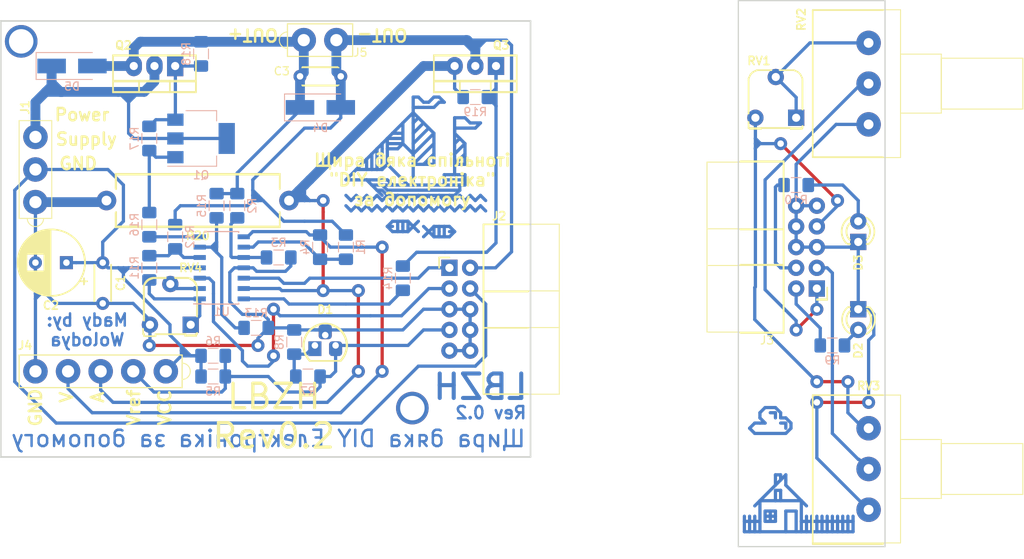
<source format=kicad_pcb>
(kicad_pcb (version 20171130) (host pcbnew 5.0.2-bee76a0~70~ubuntu18.04.1)

  (general
    (thickness 1.6)
    (drawings 135)
    (tracks 706)
    (zones 0)
    (modules 41)
    (nets 32)
  )

  (page A4)
  (layers
    (0 F.Cu signal)
    (31 B.Cu signal)
    (32 B.Adhes user)
    (33 F.Adhes user)
    (34 B.Paste user)
    (35 F.Paste user)
    (36 B.SilkS user)
    (37 F.SilkS user)
    (38 B.Mask user)
    (39 F.Mask user)
    (40 Dwgs.User user)
    (41 Cmts.User user)
    (42 Eco1.User user)
    (43 Eco2.User user)
    (44 Edge.Cuts user)
    (45 Margin user)
    (46 B.CrtYd user)
    (47 F.CrtYd user)
    (48 B.Fab user hide)
    (49 F.Fab user)
  )

  (setup
    (last_trace_width 0.4)
    (trace_clearance 0.2)
    (zone_clearance 0.508)
    (zone_45_only yes)
    (trace_min 0.2)
    (segment_width 0.2)
    (edge_width 0.15)
    (via_size 1.6)
    (via_drill 0.8)
    (via_min_size 0.4)
    (via_min_drill 0.3)
    (uvia_size 0.3)
    (uvia_drill 0.1)
    (uvias_allowed no)
    (uvia_min_size 0.2)
    (uvia_min_drill 0.1)
    (pcb_text_width 0.3)
    (pcb_text_size 1.5 1.5)
    (mod_edge_width 0.15)
    (mod_text_size 1 1)
    (mod_text_width 0.15)
    (pad_size 2 2.2)
    (pad_drill 1)
    (pad_to_mask_clearance 0.051)
    (solder_mask_min_width 0.25)
    (aux_axis_origin 0 0)
    (visible_elements FFFFFF7F)
    (pcbplotparams
      (layerselection 0x010fc_ffffffff)
      (usegerberextensions false)
      (usegerberattributes false)
      (usegerberadvancedattributes false)
      (creategerberjobfile false)
      (excludeedgelayer true)
      (linewidth 0.100000)
      (plotframeref false)
      (viasonmask false)
      (mode 1)
      (useauxorigin false)
      (hpglpennumber 1)
      (hpglpenspeed 20)
      (hpglpendiameter 15.000000)
      (psnegative false)
      (psa4output false)
      (plotreference true)
      (plotvalue true)
      (plotinvisibletext false)
      (padsonsilk false)
      (subtractmaskfromsilk false)
      (outputformat 1)
      (mirror false)
      (drillshape 1)
      (scaleselection 1)
      (outputdirectory ""))
  )

  (net 0 "")
  (net 1 VDD)
  (net 2 GNDA)
  (net 3 OUT+)
  (net 4 OUT-)
  (net 5 "Net-(D1-Pad1)")
  (net 6 VCC)
  (net 7 Vadj)
  (net 8 Iadj)
  (net 9 "Net-(Q1-Pad3)")
  (net 10 "Net-(Q1-Pad1)")
  (net 11 Vshunt)
  (net 12 "Net-(Q3-Pad1)")
  (net 13 "Net-(R1-Pad1)")
  (net 14 "Net-(R2-Pad1)")
  (net 15 "Net-(R14-Pad2)")
  (net 16 "Net-(R16-Pad2)")
  (net 17 Vref)
  (net 18 GND_p)
  (net 19 Vref_p)
  (net 20 Iadj_p)
  (net 21 Vadj_p)
  (net 22 "Net-(D2-Pad2)")
  (net 23 "Net-(D3-Pad2)")
  (net 24 LoadSig_p)
  (net 25 VDD_p)
  (net 26 Vvalue)
  (net 27 "Net-(R11-Pad1)")
  (net 28 "Net-(R11-Pad2)")
  (net 29 "Net-(R13-Pad2)")
  (net 30 "Net-(RV1-Pad1)")
  (net 31 "Net-(RV4-Pad2)")

  (net_class Default "This is the default net class."
    (clearance 0.2)
    (trace_width 0.4)
    (via_dia 1.6)
    (via_drill 0.8)
    (uvia_dia 0.3)
    (uvia_drill 0.1)
    (add_net GND_p)
    (add_net Iadj)
    (add_net Iadj_p)
    (add_net LoadSig_p)
    (add_net "Net-(D1-Pad1)")
    (add_net "Net-(D2-Pad2)")
    (add_net "Net-(D3-Pad2)")
    (add_net "Net-(Q1-Pad1)")
    (add_net "Net-(Q1-Pad3)")
    (add_net "Net-(Q3-Pad1)")
    (add_net "Net-(R1-Pad1)")
    (add_net "Net-(R11-Pad1)")
    (add_net "Net-(R11-Pad2)")
    (add_net "Net-(R13-Pad2)")
    (add_net "Net-(R14-Pad2)")
    (add_net "Net-(R16-Pad2)")
    (add_net "Net-(R2-Pad1)")
    (add_net "Net-(RV1-Pad1)")
    (add_net "Net-(RV4-Pad2)")
    (add_net VDD)
    (add_net VDD_p)
    (add_net Vadj)
    (add_net Vadj_p)
    (add_net Vref)
    (add_net Vref_p)
    (add_net Vvalue)
  )

  (net_class POWER ""
    (clearance 0.2)
    (trace_width 0.4)
    (via_dia 2)
    (via_drill 1)
    (uvia_dia 0.3)
    (uvia_drill 0.1)
    (add_net GNDA)
    (add_net OUT+)
    (add_net OUT-)
    (add_net VCC)
    (add_net Vshunt)
  )

  (module LED_THT:LED_D3.0mm_FlatTop (layer F.Cu) (tedit 5D06AD4B) (tstamp 5D05F505)
    (at 251.46 88.9 90)
    (descr "LED, Round, FlatTop, diameter 3.0mm, 2 pins, http://www.kingbright.com/attachments/file/psearch/000/00/00/L-47XEC(Ver.9A).pdf")
    (tags "LED Round FlatTop diameter 3.0mm 2 pins")
    (path /5D1A67F8)
    (fp_text reference D3 (at -2.54 0 90) (layer F.SilkS)
      (effects (font (size 1 1) (thickness 0.2)))
    )
    (fp_text value Power (at 1.27 2.96 90) (layer F.Fab)
      (effects (font (size 1 1) (thickness 0.15)))
    )
    (fp_arc (start 1.27 0) (end -0.23 -1.16619) (angle 284.3) (layer F.Fab) (width 0.1))
    (fp_arc (start 1.27 0) (end -0.29 -1.235516) (angle 108.8) (layer F.SilkS) (width 0.12))
    (fp_arc (start 1.27 0) (end -0.29 1.235516) (angle -108.8) (layer F.SilkS) (width 0.12))
    (fp_arc (start 1.27 0) (end 0.229039 -1.08) (angle 87.9) (layer F.SilkS) (width 0.12))
    (fp_arc (start 1.27 0) (end 0.229039 1.08) (angle -87.9) (layer F.SilkS) (width 0.12))
    (fp_circle (center 1.27 0) (end 2.77 0) (layer F.Fab) (width 0.1))
    (fp_line (start -0.23 -1.16619) (end -0.23 1.16619) (layer F.Fab) (width 0.1))
    (fp_line (start -0.29 -1.236) (end -0.29 -1.08) (layer F.SilkS) (width 0.12))
    (fp_line (start -0.29 1.08) (end -0.29 1.236) (layer F.SilkS) (width 0.12))
    (fp_line (start -1.15 -2.25) (end -1.15 2.25) (layer F.CrtYd) (width 0.05))
    (fp_line (start -1.15 2.25) (end 3.7 2.25) (layer F.CrtYd) (width 0.05))
    (fp_line (start 3.7 2.25) (end 3.7 -2.25) (layer F.CrtYd) (width 0.05))
    (fp_line (start 3.7 -2.25) (end -1.15 -2.25) (layer F.CrtYd) (width 0.05))
    (pad 1 thru_hole rect (at 0 0 90) (size 2 2) (drill 1) (layers *.Cu *.Mask)
      (net 18 GND_p))
    (pad 2 thru_hole circle (at 2.54 0 90) (size 2 2) (drill 1) (layers *.Cu *.Mask)
      (net 23 "Net-(D3-Pad2)"))
    (model ${KISYS3DMOD}/LED_THT.3dshapes/LED_D3.0mm_FlatTop.wrl
      (at (xyz 0 0 0))
      (scale (xyz 1 1 1))
      (rotate (xyz 0 0 0))
    )
  )

  (module Connector_IDC:IDC-Header_2x05_P2.54mm_Horizontal (layer F.Cu) (tedit 5D054987) (tstamp 5D05F573)
    (at 201.295 92.075)
    (descr "Through hole angled IDC box header, 2x05, 2.54mm pitch, double rows")
    (tags "Through hole IDC box header THT 2x05 2.54mm double row")
    (path /5D1CE479)
    (fp_text reference J2 (at 6.105 -6.35) (layer F.SilkS)
      (effects (font (size 1 1) (thickness 0.2)))
    )
    (fp_text value BusOut (at 6.105 16.51) (layer F.Fab)
      (effects (font (size 1 1) (thickness 0.15)))
    )
    (fp_text user %R (at 8.805 5.08 90) (layer F.Fab)
      (effects (font (size 1 1) (thickness 0.15)))
    )
    (fp_line (start -0.32 -0.32) (end -0.32 0.32) (layer F.Fab) (width 0.1))
    (fp_line (start -0.32 0.32) (end 4.38 0.32) (layer F.Fab) (width 0.1))
    (fp_line (start -0.32 10.48) (end 4.38 10.48) (layer F.Fab) (width 0.1))
    (fp_line (start -0.32 2.22) (end -0.32 2.86) (layer F.Fab) (width 0.1))
    (fp_line (start -0.32 2.86) (end 4.38 2.86) (layer F.Fab) (width 0.1))
    (fp_line (start -0.32 4.76) (end -0.32 5.4) (layer F.Fab) (width 0.1))
    (fp_line (start -0.32 5.4) (end 4.38 5.4) (layer F.Fab) (width 0.1))
    (fp_line (start -0.32 7.3) (end -0.32 7.94) (layer F.Fab) (width 0.1))
    (fp_line (start -0.32 7.94) (end 4.38 7.94) (layer F.Fab) (width 0.1))
    (fp_line (start -0.32 9.84) (end -0.32 10.48) (layer F.Fab) (width 0.1))
    (fp_line (start 13.23 15.26) (end 13.23 -5.1) (layer F.Fab) (width 0.1))
    (fp_line (start 4.38 -0.32) (end -0.32 -0.32) (layer F.Fab) (width 0.1))
    (fp_line (start 4.38 -4.1) (end 5.38 -5.1) (layer F.Fab) (width 0.1))
    (fp_line (start 4.38 15.26) (end 13.23 15.26) (layer F.Fab) (width 0.1))
    (fp_line (start 4.38 15.26) (end 4.38 -4.1) (layer F.Fab) (width 0.1))
    (fp_line (start 4.38 2.22) (end -0.32 2.22) (layer F.Fab) (width 0.1))
    (fp_line (start 4.38 2.83) (end 13.23 2.83) (layer F.Fab) (width 0.1))
    (fp_line (start 4.38 4.76) (end -0.32 4.76) (layer F.Fab) (width 0.1))
    (fp_line (start 4.38 7.3) (end -0.32 7.3) (layer F.Fab) (width 0.1))
    (fp_line (start 4.38 7.33) (end 13.23 7.33) (layer F.Fab) (width 0.1))
    (fp_line (start 4.38 9.84) (end -0.32 9.84) (layer F.Fab) (width 0.1))
    (fp_line (start 5.38 -5.1) (end 13.23 -5.1) (layer F.Fab) (width 0.1))
    (fp_line (start -1.27 -1.27) (end -1.27 0) (layer F.SilkS) (width 0.12))
    (fp_line (start 0 -1.27) (end -1.27 -1.27) (layer F.SilkS) (width 0.12))
    (fp_line (start 13.48 -5.35) (end 13.48 15.51) (layer F.SilkS) (width 0.12))
    (fp_line (start 4.13 -5.35) (end 13.48 -5.35) (layer F.SilkS) (width 0.12))
    (fp_line (start 4.13 15.51) (end 13.48 15.51) (layer F.SilkS) (width 0.12))
    (fp_line (start 4.13 15.51) (end 4.13 -5.35) (layer F.SilkS) (width 0.12))
    (fp_line (start 4.13 2.83) (end 13.48 2.83) (layer F.SilkS) (width 0.12))
    (fp_line (start 4.13 7.33) (end 13.48 7.33) (layer F.SilkS) (width 0.12))
    (fp_line (start -1.12 -5.35) (end 13.48 -5.35) (layer F.CrtYd) (width 0.05))
    (fp_line (start -1.12 15.51) (end -1.12 -5.35) (layer F.CrtYd) (width 0.05))
    (fp_line (start 13.48 -5.35) (end 13.48 15.51) (layer F.CrtYd) (width 0.05))
    (fp_line (start 13.48 15.51) (end -1.12 15.51) (layer F.CrtYd) (width 0.05))
    (pad 1 thru_hole rect (at 0 0) (size 2 2) (drill 1) (layers *.Cu *.Mask)
      (net 8 Iadj))
    (pad 2 thru_hole oval (at 2.54 0) (size 2 2) (drill 1) (layers *.Cu *.Mask)
      (net 4 OUT-))
    (pad 3 thru_hole oval (at 0 2.54) (size 2 2) (drill 1) (layers *.Cu *.Mask)
      (net 7 Vadj))
    (pad 4 thru_hole oval (at 2.54 2.54) (size 2 2) (drill 1) (layers *.Cu *.Mask)
      (net 1 VDD))
    (pad 5 thru_hole oval (at 0 5.08) (size 2 2) (drill 1) (layers *.Cu *.Mask)
      (net 2 GNDA))
    (pad 6 thru_hole oval (at 2.54 5.08) (size 2 2) (drill 1) (layers *.Cu *.Mask)
      (net 2 GNDA))
    (pad 7 thru_hole oval (at 0 7.62) (size 2 2) (drill 1) (layers *.Cu *.Mask)
      (net 17 Vref))
    (pad 8 thru_hole oval (at 2.54 7.62) (size 2 2) (drill 1) (layers *.Cu *.Mask)
      (net 2 GNDA))
    (pad 9 thru_hole oval (at 0 10.16) (size 2 2) (drill 1) (layers *.Cu *.Mask)
      (net 2 GNDA))
    (pad 10 thru_hole oval (at 2.54 10.16) (size 2 2) (drill 1) (layers *.Cu *.Mask)
      (net 2 GNDA))
    (model ${KISYS3DMOD}/Connector_IDC.3dshapes/IDC-Header_2x05_P2.54mm_Horizontal.wrl
      (at (xyz 0 0 0))
      (scale (xyz 1 1 1))
      (rotate (xyz 0 0 0))
    )
  )

  (module Connector_IDC:IDC-Header_2x05_P2.54mm_Horizontal (layer F.Cu) (tedit 5D054A47) (tstamp 5D05F5A4)
    (at 246.38 94.615 180)
    (descr "Through hole angled IDC box header, 2x05, 2.54mm pitch, double rows")
    (tags "Through hole IDC box header THT 2x05 2.54mm double row")
    (path /5D14DB8A)
    (fp_text reference J3 (at 6.105 -6.35 180) (layer F.SilkS)
      (effects (font (size 1 1) (thickness 0.15)))
    )
    (fp_text value BusIn (at 6.105 16.51 180) (layer F.Fab)
      (effects (font (size 1 1) (thickness 0.15)))
    )
    (fp_line (start 13.48 15.51) (end -1.12 15.51) (layer F.CrtYd) (width 0.05))
    (fp_line (start 13.48 -5.35) (end 13.48 15.51) (layer F.CrtYd) (width 0.05))
    (fp_line (start -1.12 15.51) (end -1.12 -5.35) (layer F.CrtYd) (width 0.05))
    (fp_line (start -1.12 -5.35) (end 13.48 -5.35) (layer F.CrtYd) (width 0.05))
    (fp_line (start 4.13 7.33) (end 13.48 7.33) (layer F.SilkS) (width 0.12))
    (fp_line (start 4.13 2.83) (end 13.48 2.83) (layer F.SilkS) (width 0.12))
    (fp_line (start 4.13 15.51) (end 4.13 -5.35) (layer F.SilkS) (width 0.12))
    (fp_line (start 4.13 15.51) (end 13.48 15.51) (layer F.SilkS) (width 0.12))
    (fp_line (start 4.13 -5.35) (end 13.48 -5.35) (layer F.SilkS) (width 0.12))
    (fp_line (start 13.48 -5.35) (end 13.48 15.51) (layer F.SilkS) (width 0.12))
    (fp_line (start 0 -1.27) (end -1.27 -1.27) (layer F.SilkS) (width 0.12))
    (fp_line (start -1.27 -1.27) (end -1.27 0) (layer F.SilkS) (width 0.12))
    (fp_line (start 5.38 -5.1) (end 13.23 -5.1) (layer F.Fab) (width 0.1))
    (fp_line (start 4.38 9.84) (end -0.32 9.84) (layer F.Fab) (width 0.1))
    (fp_line (start 4.38 7.33) (end 13.23 7.33) (layer F.Fab) (width 0.1))
    (fp_line (start 4.38 7.3) (end -0.32 7.3) (layer F.Fab) (width 0.1))
    (fp_line (start 4.38 4.76) (end -0.32 4.76) (layer F.Fab) (width 0.1))
    (fp_line (start 4.38 2.83) (end 13.23 2.83) (layer F.Fab) (width 0.1))
    (fp_line (start 4.38 2.22) (end -0.32 2.22) (layer F.Fab) (width 0.1))
    (fp_line (start 4.38 15.26) (end 4.38 -4.1) (layer F.Fab) (width 0.1))
    (fp_line (start 4.38 15.26) (end 13.23 15.26) (layer F.Fab) (width 0.1))
    (fp_line (start 4.38 -4.1) (end 5.38 -5.1) (layer F.Fab) (width 0.1))
    (fp_line (start 4.38 -0.32) (end -0.32 -0.32) (layer F.Fab) (width 0.1))
    (fp_line (start 13.23 15.26) (end 13.23 -5.1) (layer F.Fab) (width 0.1))
    (fp_line (start -0.32 9.84) (end -0.32 10.48) (layer F.Fab) (width 0.1))
    (fp_line (start -0.32 7.94) (end 4.38 7.94) (layer F.Fab) (width 0.1))
    (fp_line (start -0.32 7.3) (end -0.32 7.94) (layer F.Fab) (width 0.1))
    (fp_line (start -0.32 5.4) (end 4.38 5.4) (layer F.Fab) (width 0.1))
    (fp_line (start -0.32 4.76) (end -0.32 5.4) (layer F.Fab) (width 0.1))
    (fp_line (start -0.32 2.86) (end 4.38 2.86) (layer F.Fab) (width 0.1))
    (fp_line (start -0.32 2.22) (end -0.32 2.86) (layer F.Fab) (width 0.1))
    (fp_line (start -0.32 10.48) (end 4.38 10.48) (layer F.Fab) (width 0.1))
    (fp_line (start -0.32 0.32) (end 4.38 0.32) (layer F.Fab) (width 0.1))
    (fp_line (start -0.32 -0.32) (end -0.32 0.32) (layer F.Fab) (width 0.1))
    (fp_text user %R (at 8.805 5.08 270) (layer F.Fab)
      (effects (font (size 1 1) (thickness 0.15)))
    )
    (pad 10 thru_hole oval (at 2.54 10.16 180) (size 2 2) (drill 1) (layers *.Cu *.Mask)
      (net 18 GND_p))
    (pad 9 thru_hole oval (at 0 10.16 180) (size 2 2) (drill 1) (layers *.Cu *.Mask)
      (net 18 GND_p))
    (pad 8 thru_hole oval (at 2.54 7.62 180) (size 2 2) (drill 1) (layers *.Cu *.Mask)
      (net 18 GND_p))
    (pad 7 thru_hole oval (at 0 7.62 180) (size 2 2) (drill 1) (layers *.Cu *.Mask)
      (net 19 Vref_p))
    (pad 6 thru_hole oval (at 2.54 5.08 180) (size 2 2) (drill 1) (layers *.Cu *.Mask)
      (net 18 GND_p))
    (pad 5 thru_hole oval (at 0 5.08 180) (size 2 2) (drill 1) (layers *.Cu *.Mask)
      (net 18 GND_p))
    (pad 4 thru_hole oval (at 2.54 2.54 180) (size 2 2) (drill 1) (layers *.Cu *.Mask)
      (net 25 VDD_p))
    (pad 3 thru_hole oval (at 0 2.54 180) (size 2 2) (drill 1) (layers *.Cu *.Mask)
      (net 21 Vadj_p))
    (pad 2 thru_hole oval (at 2.54 0 180) (size 2 2) (drill 1) (layers *.Cu *.Mask)
      (net 24 LoadSig_p))
    (pad 1 thru_hole rect (at 0 0 180) (size 2 2) (drill 1) (layers *.Cu *.Mask)
      (net 20 Iadj_p))
    (model ${KISYS3DMOD}/Connector_IDC.3dshapes/IDC-Header_2x05_P2.54mm_Horizontal.wrl
      (at (xyz 0 0 0))
      (scale (xyz 1 1 1))
      (rotate (xyz 0 0 0))
    )
  )

  (module Resistor_SMD:R_1206_3216Metric_Pad1.42x1.75mm_HandSolder (layer B.Cu) (tedit 5B301BBD) (tstamp 5D05F680)
    (at 183.9325 105.41)
    (descr "Resistor SMD 1206 (3216 Metric), square (rectangular) end terminal, IPC_7351 nominal with elongated pad for handsoldering. (Body size source: http://www.tortai-tech.com/upload/download/2011102023233369053.pdf), generated with kicad-footprint-generator")
    (tags "resistor handsolder")
    (path /5D0783E0)
    (attr smd)
    (fp_text reference R7 (at 0 1.82) (layer B.SilkS)
      (effects (font (size 1 1) (thickness 0.15)) (justify mirror))
    )
    (fp_text value 4.7K (at 0 -1.82) (layer B.Fab)
      (effects (font (size 1 1) (thickness 0.15)) (justify mirror))
    )
    (fp_line (start -1.6 -0.8) (end -1.6 0.8) (layer B.Fab) (width 0.1))
    (fp_line (start -1.6 0.8) (end 1.6 0.8) (layer B.Fab) (width 0.1))
    (fp_line (start 1.6 0.8) (end 1.6 -0.8) (layer B.Fab) (width 0.1))
    (fp_line (start 1.6 -0.8) (end -1.6 -0.8) (layer B.Fab) (width 0.1))
    (fp_line (start -0.602064 0.91) (end 0.602064 0.91) (layer B.SilkS) (width 0.12))
    (fp_line (start -0.602064 -0.91) (end 0.602064 -0.91) (layer B.SilkS) (width 0.12))
    (fp_line (start -2.45 -1.12) (end -2.45 1.12) (layer B.CrtYd) (width 0.05))
    (fp_line (start -2.45 1.12) (end 2.45 1.12) (layer B.CrtYd) (width 0.05))
    (fp_line (start 2.45 1.12) (end 2.45 -1.12) (layer B.CrtYd) (width 0.05))
    (fp_line (start 2.45 -1.12) (end -2.45 -1.12) (layer B.CrtYd) (width 0.05))
    (fp_text user %R (at 0 0) (layer B.Fab)
      (effects (font (size 0.8 0.8) (thickness 0.12)) (justify mirror))
    )
    (pad 1 smd roundrect (at -1.4875 0) (size 1.425 1.75) (layers B.Cu B.Paste B.Mask) (roundrect_rratio 0.175439)
      (net 5 "Net-(D1-Pad1)"))
    (pad 2 smd roundrect (at 1.4875 0) (size 1.425 1.75) (layers B.Cu B.Paste B.Mask) (roundrect_rratio 0.175439)
      (net 17 Vref))
    (model ${KISYS3DMOD}/Resistor_SMD.3dshapes/R_1206_3216Metric.wrl
      (at (xyz 0 0 0))
      (scale (xyz 1 1 1))
      (rotate (xyz 0 0 0))
    )
  )

  (module Resistor_SMD:R_1206_3216Metric_Pad1.42x1.75mm_HandSolder (layer B.Cu) (tedit 5B301BBD) (tstamp 5D06782B)
    (at 182.245 101.1825 270)
    (descr "Resistor SMD 1206 (3216 Metric), square (rectangular) end terminal, IPC_7351 nominal with elongated pad for handsoldering. (Body size source: http://www.tortai-tech.com/upload/download/2011102023233369053.pdf), generated with kicad-footprint-generator")
    (tags "resistor handsolder")
    (path /5D078354)
    (attr smd)
    (fp_text reference R8 (at 0 1.82 270) (layer B.SilkS)
      (effects (font (size 1 1) (thickness 0.15)) (justify mirror))
    )
    (fp_text value 5.1K (at 0 -1.82 270) (layer B.Fab)
      (effects (font (size 1 1) (thickness 0.15)) (justify mirror))
    )
    (fp_text user %R (at 0 0 270) (layer B.Fab)
      (effects (font (size 0.8 0.8) (thickness 0.12)) (justify mirror))
    )
    (fp_line (start 2.45 -1.12) (end -2.45 -1.12) (layer B.CrtYd) (width 0.05))
    (fp_line (start 2.45 1.12) (end 2.45 -1.12) (layer B.CrtYd) (width 0.05))
    (fp_line (start -2.45 1.12) (end 2.45 1.12) (layer B.CrtYd) (width 0.05))
    (fp_line (start -2.45 -1.12) (end -2.45 1.12) (layer B.CrtYd) (width 0.05))
    (fp_line (start -0.602064 -0.91) (end 0.602064 -0.91) (layer B.SilkS) (width 0.12))
    (fp_line (start -0.602064 0.91) (end 0.602064 0.91) (layer B.SilkS) (width 0.12))
    (fp_line (start 1.6 -0.8) (end -1.6 -0.8) (layer B.Fab) (width 0.1))
    (fp_line (start 1.6 0.8) (end 1.6 -0.8) (layer B.Fab) (width 0.1))
    (fp_line (start -1.6 0.8) (end 1.6 0.8) (layer B.Fab) (width 0.1))
    (fp_line (start -1.6 -0.8) (end -1.6 0.8) (layer B.Fab) (width 0.1))
    (pad 2 smd roundrect (at 1.4875 0 270) (size 1.425 1.75) (layers B.Cu B.Paste B.Mask) (roundrect_rratio 0.175439)
      (net 5 "Net-(D1-Pad1)"))
    (pad 1 smd roundrect (at -1.4875 0 270) (size 1.425 1.75) (layers B.Cu B.Paste B.Mask) (roundrect_rratio 0.175439)
      (net 2 GNDA))
    (model ${KISYS3DMOD}/Resistor_SMD.3dshapes/R_1206_3216Metric.wrl
      (at (xyz 0 0 0))
      (scale (xyz 1 1 1))
      (rotate (xyz 0 0 0))
    )
  )

  (module Package_TO_SOT_THT:TO-92_HandSolder (layer F.Cu) (tedit 5D068E9D) (tstamp 5D05F4DF)
    (at 184.785 101.6)
    (descr "TO-92 leads molded, narrow, drill 0.75mm, handsoldering variant with enlarged pads (see NXP sot054_po.pdf)")
    (tags "to-92 sc-43 sc-43a sot54 PA33 transistor")
    (path /5D03BF8A)
    (fp_text reference D1 (at 1.27 -4.4) (layer F.SilkS)
      (effects (font (size 1 1) (thickness 0.2)))
    )
    (fp_text value TL431LP (at 1.27 2.79) (layer F.Fab)
      (effects (font (size 1 1) (thickness 0.15)))
    )
    (fp_arc (start 1.27 0) (end 2.05 -2.45) (angle 117.6433766) (layer F.SilkS) (width 0.12))
    (fp_arc (start 1.27 0) (end 1.27 -2.48) (angle -135) (layer F.Fab) (width 0.1))
    (fp_arc (start 1.27 0) (end 0.45 -2.45) (angle -116.9632683) (layer F.SilkS) (width 0.12))
    (fp_arc (start 1.27 0) (end 1.27 -2.48) (angle 135) (layer F.Fab) (width 0.1))
    (fp_line (start 4 2.01) (end -1.46 2.01) (layer F.CrtYd) (width 0.05))
    (fp_line (start 4 2.01) (end 4 -3.05) (layer F.CrtYd) (width 0.05))
    (fp_line (start -1.45 -3.05) (end -1.46 2.01) (layer F.CrtYd) (width 0.05))
    (fp_line (start -1.46 -3.05) (end 4 -3.05) (layer F.CrtYd) (width 0.05))
    (fp_line (start -0.5 1.75) (end 3 1.75) (layer F.Fab) (width 0.1))
    (fp_line (start -0.53 1.85) (end 3.07 1.85) (layer F.SilkS) (width 0.12))
    (fp_text user %R (at 1.27 -4.4) (layer F.Fab)
      (effects (font (size 1 1) (thickness 0.15)))
    )
    (pad 1 thru_hole rect (at 0 0) (size 1.6 1.8) (drill 0.8 (offset 0 0.4)) (layers *.Cu *.Mask)
      (net 5 "Net-(D1-Pad1)"))
    (pad 3 thru_hole roundrect (at 2.54 0) (size 1.6 1.8) (drill 0.8 (offset 0 0.4)) (layers *.Cu *.Mask) (roundrect_rratio 0.25)
      (net 17 Vref))
    (pad 2 thru_hole roundrect (at 1.27 -1.27) (size 1.6 1.8) (drill 0.8 (offset 0 -0.4)) (layers *.Cu *.Mask) (roundrect_rratio 0.25)
      (net 2 GNDA))
    (model ${KISYS3DMOD}/Package_TO_SOT_THT.3dshapes/TO-92.wrl
      (at (xyz 0 0 0))
      (scale (xyz 1 1 1))
      (rotate (xyz 0 0 0))
    )
  )

  (module Capacitor_THT:C_Disc_D4.3mm_W1.9mm_P5.00mm (layer F.Cu) (tedit 5D054903) (tstamp 5D05F40F)
    (at 158.75 91.44 270)
    (descr "C, Disc series, Radial, pin pitch=5.00mm, , diameter*width=4.3*1.9mm^2, Capacitor, http://www.vishay.com/docs/45233/krseries.pdf")
    (tags "C Disc series Radial pin pitch 5.00mm  diameter 4.3mm width 1.9mm Capacitor")
    (path /5D209898)
    (fp_text reference C1 (at 2.5 -2.2 270) (layer F.SilkS)
      (effects (font (size 1 1) (thickness 0.2)))
    )
    (fp_text value 100nF (at 2.5 2.2 270) (layer F.Fab)
      (effects (font (size 1 1) (thickness 0.15)))
    )
    (fp_line (start 0.35 -0.95) (end 0.35 0.95) (layer F.Fab) (width 0.1))
    (fp_line (start 0.35 0.95) (end 4.65 0.95) (layer F.Fab) (width 0.1))
    (fp_line (start 4.65 0.95) (end 4.65 -0.95) (layer F.Fab) (width 0.1))
    (fp_line (start 4.65 -0.95) (end 0.35 -0.95) (layer F.Fab) (width 0.1))
    (fp_line (start 0.23 -1.07) (end 4.77 -1.07) (layer F.SilkS) (width 0.12))
    (fp_line (start 0.23 1.07) (end 4.77 1.07) (layer F.SilkS) (width 0.12))
    (fp_line (start 0.23 -1.07) (end 0.23 -1.055) (layer F.SilkS) (width 0.12))
    (fp_line (start 0.23 1.055) (end 0.23 1.07) (layer F.SilkS) (width 0.12))
    (fp_line (start 4.77 -1.07) (end 4.77 -1.055) (layer F.SilkS) (width 0.12))
    (fp_line (start 4.77 1.055) (end 4.77 1.07) (layer F.SilkS) (width 0.12))
    (fp_line (start -1.05 -1.2) (end -1.05 1.2) (layer F.CrtYd) (width 0.05))
    (fp_line (start -1.05 1.2) (end 6.05 1.2) (layer F.CrtYd) (width 0.05))
    (fp_line (start 6.05 1.2) (end 6.05 -1.2) (layer F.CrtYd) (width 0.05))
    (fp_line (start 6.05 -1.2) (end -1.05 -1.2) (layer F.CrtYd) (width 0.05))
    (fp_text user %R (at 2.5 0 270) (layer F.Fab)
      (effects (font (size 0.86 0.86) (thickness 0.129)))
    )
    (pad 1 thru_hole circle (at 0 0 270) (size 1.6 1.6) (drill 0.8) (layers *.Cu *.Mask)
      (net 1 VDD))
    (pad 2 thru_hole circle (at 5 0 270) (size 1.6 1.6) (drill 0.8) (layers *.Cu *.Mask)
      (net 2 GNDA))
    (model ${KISYS3DMOD}/Capacitor_THT.3dshapes/C_Disc_D4.3mm_W1.9mm_P5.00mm.wrl
      (at (xyz 0 0 0))
      (scale (xyz 1 1 1))
      (rotate (xyz 0 0 0))
    )
  )

  (module Capacitor_THT:CP_Radial_D8.0mm_P3.80mm (layer F.Cu) (tedit 5D054906) (tstamp 5D05F4B8)
    (at 154.295 91.44 180)
    (descr "CP, Radial series, Radial, pin pitch=3.80mm, , diameter=8mm, Electrolytic Capacitor")
    (tags "CP Radial series Radial pin pitch 3.80mm  diameter 8mm Electrolytic Capacitor")
    (path /5D20998D)
    (fp_text reference C2 (at 1.9 -5.25 180) (layer F.SilkS)
      (effects (font (size 1 1) (thickness 0.2)))
    )
    (fp_text value 100uF (at 1.9 5.25 180) (layer F.Fab)
      (effects (font (size 1 1) (thickness 0.15)))
    )
    (fp_text user %R (at 1.9 0 180) (layer F.Fab)
      (effects (font (size 1 1) (thickness 0.15)))
    )
    (fp_line (start -2.109698 -2.715) (end -2.109698 -1.915) (layer F.SilkS) (width 0.12))
    (fp_line (start -2.509698 -2.315) (end -1.709698 -2.315) (layer F.SilkS) (width 0.12))
    (fp_line (start 5.981 -0.533) (end 5.981 0.533) (layer F.SilkS) (width 0.12))
    (fp_line (start 5.941 -0.768) (end 5.941 0.768) (layer F.SilkS) (width 0.12))
    (fp_line (start 5.901 -0.948) (end 5.901 0.948) (layer F.SilkS) (width 0.12))
    (fp_line (start 5.861 -1.098) (end 5.861 1.098) (layer F.SilkS) (width 0.12))
    (fp_line (start 5.821 -1.229) (end 5.821 1.229) (layer F.SilkS) (width 0.12))
    (fp_line (start 5.781 -1.346) (end 5.781 1.346) (layer F.SilkS) (width 0.12))
    (fp_line (start 5.741 -1.453) (end 5.741 1.453) (layer F.SilkS) (width 0.12))
    (fp_line (start 5.701 -1.552) (end 5.701 1.552) (layer F.SilkS) (width 0.12))
    (fp_line (start 5.661 -1.645) (end 5.661 1.645) (layer F.SilkS) (width 0.12))
    (fp_line (start 5.621 -1.731) (end 5.621 1.731) (layer F.SilkS) (width 0.12))
    (fp_line (start 5.581 -1.813) (end 5.581 1.813) (layer F.SilkS) (width 0.12))
    (fp_line (start 5.541 -1.89) (end 5.541 1.89) (layer F.SilkS) (width 0.12))
    (fp_line (start 5.501 -1.964) (end 5.501 1.964) (layer F.SilkS) (width 0.12))
    (fp_line (start 5.461 -2.034) (end 5.461 2.034) (layer F.SilkS) (width 0.12))
    (fp_line (start 5.421 -2.102) (end 5.421 2.102) (layer F.SilkS) (width 0.12))
    (fp_line (start 5.381 -2.166) (end 5.381 2.166) (layer F.SilkS) (width 0.12))
    (fp_line (start 5.341 -2.228) (end 5.341 2.228) (layer F.SilkS) (width 0.12))
    (fp_line (start 5.301 -2.287) (end 5.301 2.287) (layer F.SilkS) (width 0.12))
    (fp_line (start 5.261 -2.345) (end 5.261 2.345) (layer F.SilkS) (width 0.12))
    (fp_line (start 5.221 -2.4) (end 5.221 2.4) (layer F.SilkS) (width 0.12))
    (fp_line (start 5.181 -2.454) (end 5.181 2.454) (layer F.SilkS) (width 0.12))
    (fp_line (start 5.141 -2.505) (end 5.141 2.505) (layer F.SilkS) (width 0.12))
    (fp_line (start 5.101 -2.556) (end 5.101 2.556) (layer F.SilkS) (width 0.12))
    (fp_line (start 5.061 -2.604) (end 5.061 2.604) (layer F.SilkS) (width 0.12))
    (fp_line (start 5.021 -2.651) (end 5.021 2.651) (layer F.SilkS) (width 0.12))
    (fp_line (start 4.981 -2.697) (end 4.981 2.697) (layer F.SilkS) (width 0.12))
    (fp_line (start 4.941 -2.741) (end 4.941 2.741) (layer F.SilkS) (width 0.12))
    (fp_line (start 4.901 -2.784) (end 4.901 2.784) (layer F.SilkS) (width 0.12))
    (fp_line (start 4.861 -2.826) (end 4.861 2.826) (layer F.SilkS) (width 0.12))
    (fp_line (start 4.821 1.04) (end 4.821 2.867) (layer F.SilkS) (width 0.12))
    (fp_line (start 4.821 -2.867) (end 4.821 -1.04) (layer F.SilkS) (width 0.12))
    (fp_line (start 4.781 1.04) (end 4.781 2.907) (layer F.SilkS) (width 0.12))
    (fp_line (start 4.781 -2.907) (end 4.781 -1.04) (layer F.SilkS) (width 0.12))
    (fp_line (start 4.741 1.04) (end 4.741 2.945) (layer F.SilkS) (width 0.12))
    (fp_line (start 4.741 -2.945) (end 4.741 -1.04) (layer F.SilkS) (width 0.12))
    (fp_line (start 4.701 1.04) (end 4.701 2.983) (layer F.SilkS) (width 0.12))
    (fp_line (start 4.701 -2.983) (end 4.701 -1.04) (layer F.SilkS) (width 0.12))
    (fp_line (start 4.661 1.04) (end 4.661 3.019) (layer F.SilkS) (width 0.12))
    (fp_line (start 4.661 -3.019) (end 4.661 -1.04) (layer F.SilkS) (width 0.12))
    (fp_line (start 4.621 1.04) (end 4.621 3.055) (layer F.SilkS) (width 0.12))
    (fp_line (start 4.621 -3.055) (end 4.621 -1.04) (layer F.SilkS) (width 0.12))
    (fp_line (start 4.581 1.04) (end 4.581 3.09) (layer F.SilkS) (width 0.12))
    (fp_line (start 4.581 -3.09) (end 4.581 -1.04) (layer F.SilkS) (width 0.12))
    (fp_line (start 4.541 1.04) (end 4.541 3.124) (layer F.SilkS) (width 0.12))
    (fp_line (start 4.541 -3.124) (end 4.541 -1.04) (layer F.SilkS) (width 0.12))
    (fp_line (start 4.501 1.04) (end 4.501 3.156) (layer F.SilkS) (width 0.12))
    (fp_line (start 4.501 -3.156) (end 4.501 -1.04) (layer F.SilkS) (width 0.12))
    (fp_line (start 4.461 1.04) (end 4.461 3.189) (layer F.SilkS) (width 0.12))
    (fp_line (start 4.461 -3.189) (end 4.461 -1.04) (layer F.SilkS) (width 0.12))
    (fp_line (start 4.421 1.04) (end 4.421 3.22) (layer F.SilkS) (width 0.12))
    (fp_line (start 4.421 -3.22) (end 4.421 -1.04) (layer F.SilkS) (width 0.12))
    (fp_line (start 4.381 1.04) (end 4.381 3.25) (layer F.SilkS) (width 0.12))
    (fp_line (start 4.381 -3.25) (end 4.381 -1.04) (layer F.SilkS) (width 0.12))
    (fp_line (start 4.341 1.04) (end 4.341 3.28) (layer F.SilkS) (width 0.12))
    (fp_line (start 4.341 -3.28) (end 4.341 -1.04) (layer F.SilkS) (width 0.12))
    (fp_line (start 4.301 1.04) (end 4.301 3.309) (layer F.SilkS) (width 0.12))
    (fp_line (start 4.301 -3.309) (end 4.301 -1.04) (layer F.SilkS) (width 0.12))
    (fp_line (start 4.261 1.04) (end 4.261 3.338) (layer F.SilkS) (width 0.12))
    (fp_line (start 4.261 -3.338) (end 4.261 -1.04) (layer F.SilkS) (width 0.12))
    (fp_line (start 4.221 1.04) (end 4.221 3.365) (layer F.SilkS) (width 0.12))
    (fp_line (start 4.221 -3.365) (end 4.221 -1.04) (layer F.SilkS) (width 0.12))
    (fp_line (start 4.181 1.04) (end 4.181 3.392) (layer F.SilkS) (width 0.12))
    (fp_line (start 4.181 -3.392) (end 4.181 -1.04) (layer F.SilkS) (width 0.12))
    (fp_line (start 4.141 1.04) (end 4.141 3.418) (layer F.SilkS) (width 0.12))
    (fp_line (start 4.141 -3.418) (end 4.141 -1.04) (layer F.SilkS) (width 0.12))
    (fp_line (start 4.101 1.04) (end 4.101 3.444) (layer F.SilkS) (width 0.12))
    (fp_line (start 4.101 -3.444) (end 4.101 -1.04) (layer F.SilkS) (width 0.12))
    (fp_line (start 4.061 1.04) (end 4.061 3.469) (layer F.SilkS) (width 0.12))
    (fp_line (start 4.061 -3.469) (end 4.061 -1.04) (layer F.SilkS) (width 0.12))
    (fp_line (start 4.021 1.04) (end 4.021 3.493) (layer F.SilkS) (width 0.12))
    (fp_line (start 4.021 -3.493) (end 4.021 -1.04) (layer F.SilkS) (width 0.12))
    (fp_line (start 3.981 1.04) (end 3.981 3.517) (layer F.SilkS) (width 0.12))
    (fp_line (start 3.981 -3.517) (end 3.981 -1.04) (layer F.SilkS) (width 0.12))
    (fp_line (start 3.941 1.04) (end 3.941 3.54) (layer F.SilkS) (width 0.12))
    (fp_line (start 3.941 -3.54) (end 3.941 -1.04) (layer F.SilkS) (width 0.12))
    (fp_line (start 3.901 1.04) (end 3.901 3.562) (layer F.SilkS) (width 0.12))
    (fp_line (start 3.901 -3.562) (end 3.901 -1.04) (layer F.SilkS) (width 0.12))
    (fp_line (start 3.861 1.04) (end 3.861 3.584) (layer F.SilkS) (width 0.12))
    (fp_line (start 3.861 -3.584) (end 3.861 -1.04) (layer F.SilkS) (width 0.12))
    (fp_line (start 3.821 1.04) (end 3.821 3.606) (layer F.SilkS) (width 0.12))
    (fp_line (start 3.821 -3.606) (end 3.821 -1.04) (layer F.SilkS) (width 0.12))
    (fp_line (start 3.781 1.04) (end 3.781 3.627) (layer F.SilkS) (width 0.12))
    (fp_line (start 3.781 -3.627) (end 3.781 -1.04) (layer F.SilkS) (width 0.12))
    (fp_line (start 3.741 1.04) (end 3.741 3.647) (layer F.SilkS) (width 0.12))
    (fp_line (start 3.741 -3.647) (end 3.741 -1.04) (layer F.SilkS) (width 0.12))
    (fp_line (start 3.701 1.04) (end 3.701 3.666) (layer F.SilkS) (width 0.12))
    (fp_line (start 3.701 -3.666) (end 3.701 -1.04) (layer F.SilkS) (width 0.12))
    (fp_line (start 3.661 1.04) (end 3.661 3.686) (layer F.SilkS) (width 0.12))
    (fp_line (start 3.661 -3.686) (end 3.661 -1.04) (layer F.SilkS) (width 0.12))
    (fp_line (start 3.621 1.04) (end 3.621 3.704) (layer F.SilkS) (width 0.12))
    (fp_line (start 3.621 -3.704) (end 3.621 -1.04) (layer F.SilkS) (width 0.12))
    (fp_line (start 3.581 1.04) (end 3.581 3.722) (layer F.SilkS) (width 0.12))
    (fp_line (start 3.581 -3.722) (end 3.581 -1.04) (layer F.SilkS) (width 0.12))
    (fp_line (start 3.541 1.04) (end 3.541 3.74) (layer F.SilkS) (width 0.12))
    (fp_line (start 3.541 -3.74) (end 3.541 -1.04) (layer F.SilkS) (width 0.12))
    (fp_line (start 3.501 1.04) (end 3.501 3.757) (layer F.SilkS) (width 0.12))
    (fp_line (start 3.501 -3.757) (end 3.501 -1.04) (layer F.SilkS) (width 0.12))
    (fp_line (start 3.461 1.04) (end 3.461 3.774) (layer F.SilkS) (width 0.12))
    (fp_line (start 3.461 -3.774) (end 3.461 -1.04) (layer F.SilkS) (width 0.12))
    (fp_line (start 3.421 1.04) (end 3.421 3.79) (layer F.SilkS) (width 0.12))
    (fp_line (start 3.421 -3.79) (end 3.421 -1.04) (layer F.SilkS) (width 0.12))
    (fp_line (start 3.381 1.04) (end 3.381 3.805) (layer F.SilkS) (width 0.12))
    (fp_line (start 3.381 -3.805) (end 3.381 -1.04) (layer F.SilkS) (width 0.12))
    (fp_line (start 3.341 1.04) (end 3.341 3.821) (layer F.SilkS) (width 0.12))
    (fp_line (start 3.341 -3.821) (end 3.341 -1.04) (layer F.SilkS) (width 0.12))
    (fp_line (start 3.301 1.04) (end 3.301 3.835) (layer F.SilkS) (width 0.12))
    (fp_line (start 3.301 -3.835) (end 3.301 -1.04) (layer F.SilkS) (width 0.12))
    (fp_line (start 3.261 1.04) (end 3.261 3.85) (layer F.SilkS) (width 0.12))
    (fp_line (start 3.261 -3.85) (end 3.261 -1.04) (layer F.SilkS) (width 0.12))
    (fp_line (start 3.221 1.04) (end 3.221 3.863) (layer F.SilkS) (width 0.12))
    (fp_line (start 3.221 -3.863) (end 3.221 -1.04) (layer F.SilkS) (width 0.12))
    (fp_line (start 3.181 1.04) (end 3.181 3.877) (layer F.SilkS) (width 0.12))
    (fp_line (start 3.181 -3.877) (end 3.181 -1.04) (layer F.SilkS) (width 0.12))
    (fp_line (start 3.141 1.04) (end 3.141 3.889) (layer F.SilkS) (width 0.12))
    (fp_line (start 3.141 -3.889) (end 3.141 -1.04) (layer F.SilkS) (width 0.12))
    (fp_line (start 3.101 1.04) (end 3.101 3.902) (layer F.SilkS) (width 0.12))
    (fp_line (start 3.101 -3.902) (end 3.101 -1.04) (layer F.SilkS) (width 0.12))
    (fp_line (start 3.061 1.04) (end 3.061 3.914) (layer F.SilkS) (width 0.12))
    (fp_line (start 3.061 -3.914) (end 3.061 -1.04) (layer F.SilkS) (width 0.12))
    (fp_line (start 3.021 1.04) (end 3.021 3.925) (layer F.SilkS) (width 0.12))
    (fp_line (start 3.021 -3.925) (end 3.021 -1.04) (layer F.SilkS) (width 0.12))
    (fp_line (start 2.981 1.04) (end 2.981 3.936) (layer F.SilkS) (width 0.12))
    (fp_line (start 2.981 -3.936) (end 2.981 -1.04) (layer F.SilkS) (width 0.12))
    (fp_line (start 2.941 1.04) (end 2.941 3.947) (layer F.SilkS) (width 0.12))
    (fp_line (start 2.941 -3.947) (end 2.941 -1.04) (layer F.SilkS) (width 0.12))
    (fp_line (start 2.901 1.04) (end 2.901 3.957) (layer F.SilkS) (width 0.12))
    (fp_line (start 2.901 -3.957) (end 2.901 -1.04) (layer F.SilkS) (width 0.12))
    (fp_line (start 2.861 1.04) (end 2.861 3.967) (layer F.SilkS) (width 0.12))
    (fp_line (start 2.861 -3.967) (end 2.861 -1.04) (layer F.SilkS) (width 0.12))
    (fp_line (start 2.821 1.04) (end 2.821 3.976) (layer F.SilkS) (width 0.12))
    (fp_line (start 2.821 -3.976) (end 2.821 -1.04) (layer F.SilkS) (width 0.12))
    (fp_line (start 2.781 1.04) (end 2.781 3.985) (layer F.SilkS) (width 0.12))
    (fp_line (start 2.781 -3.985) (end 2.781 -1.04) (layer F.SilkS) (width 0.12))
    (fp_line (start 2.741 -3.994) (end 2.741 3.994) (layer F.SilkS) (width 0.12))
    (fp_line (start 2.701 -4.002) (end 2.701 4.002) (layer F.SilkS) (width 0.12))
    (fp_line (start 2.661 -4.01) (end 2.661 4.01) (layer F.SilkS) (width 0.12))
    (fp_line (start 2.621 -4.017) (end 2.621 4.017) (layer F.SilkS) (width 0.12))
    (fp_line (start 2.58 -4.024) (end 2.58 4.024) (layer F.SilkS) (width 0.12))
    (fp_line (start 2.54 -4.03) (end 2.54 4.03) (layer F.SilkS) (width 0.12))
    (fp_line (start 2.5 -4.037) (end 2.5 4.037) (layer F.SilkS) (width 0.12))
    (fp_line (start 2.46 -4.042) (end 2.46 4.042) (layer F.SilkS) (width 0.12))
    (fp_line (start 2.42 -4.048) (end 2.42 4.048) (layer F.SilkS) (width 0.12))
    (fp_line (start 2.38 -4.052) (end 2.38 4.052) (layer F.SilkS) (width 0.12))
    (fp_line (start 2.34 -4.057) (end 2.34 4.057) (layer F.SilkS) (width 0.12))
    (fp_line (start 2.3 -4.061) (end 2.3 4.061) (layer F.SilkS) (width 0.12))
    (fp_line (start 2.26 -4.065) (end 2.26 4.065) (layer F.SilkS) (width 0.12))
    (fp_line (start 2.22 -4.068) (end 2.22 4.068) (layer F.SilkS) (width 0.12))
    (fp_line (start 2.18 -4.071) (end 2.18 4.071) (layer F.SilkS) (width 0.12))
    (fp_line (start 2.14 -4.074) (end 2.14 4.074) (layer F.SilkS) (width 0.12))
    (fp_line (start 2.1 -4.076) (end 2.1 4.076) (layer F.SilkS) (width 0.12))
    (fp_line (start 2.06 -4.077) (end 2.06 4.077) (layer F.SilkS) (width 0.12))
    (fp_line (start 2.02 -4.079) (end 2.02 4.079) (layer F.SilkS) (width 0.12))
    (fp_line (start 1.98 -4.08) (end 1.98 4.08) (layer F.SilkS) (width 0.12))
    (fp_line (start 1.94 -4.08) (end 1.94 4.08) (layer F.SilkS) (width 0.12))
    (fp_line (start 1.9 -4.08) (end 1.9 4.08) (layer F.SilkS) (width 0.12))
    (fp_line (start -1.126759 -2.1475) (end -1.126759 -1.3475) (layer F.Fab) (width 0.1))
    (fp_line (start -1.526759 -1.7475) (end -0.726759 -1.7475) (layer F.Fab) (width 0.1))
    (fp_circle (center 1.9 0) (end 6.15 0) (layer F.CrtYd) (width 0.05))
    (fp_circle (center 1.9 0) (end 6.02 0) (layer F.SilkS) (width 0.12))
    (fp_circle (center 1.9 0) (end 5.9 0) (layer F.Fab) (width 0.1))
    (pad 2 thru_hole circle (at 3.8 0 180) (size 1.6 1.6) (drill 0.8) (layers *.Cu *.Mask)
      (net 2 GNDA))
    (pad 1 thru_hole rect (at 0 0 180) (size 1.6 1.6) (drill 0.8) (layers *.Cu *.Mask)
      (net 1 VDD))
    (model ${KISYS3DMOD}/Capacitor_THT.3dshapes/CP_Radial_D8.0mm_P3.80mm.wrl
      (at (xyz 0 0 0))
      (scale (xyz 1 1 1))
      (rotate (xyz 0 0 0))
    )
  )

  (module Capacitor_THT:C_Disc_D4.3mm_W1.9mm_P5.00mm (layer F.Cu) (tedit 5D0548D9) (tstamp 5D05F4CD)
    (at 182.96 68.58)
    (descr "C, Disc series, Radial, pin pitch=5.00mm, , diameter*width=4.3*1.9mm^2, Capacitor, http://www.vishay.com/docs/45233/krseries.pdf")
    (tags "C Disc series Radial pin pitch 5.00mm  diameter 4.3mm width 1.9mm Capacitor")
    (path /5D0324B1)
    (fp_text reference C3 (at -2.239 -0.635) (layer F.SilkS)
      (effects (font (size 1 1) (thickness 0.15)))
    )
    (fp_text value 100nF (at 2.5 2.2) (layer F.Fab)
      (effects (font (size 1 1) (thickness 0.15)))
    )
    (fp_text user %R (at 2.5 0) (layer F.Fab)
      (effects (font (size 0.86 0.86) (thickness 0.129)))
    )
    (fp_line (start 6.05 -1.2) (end -1.05 -1.2) (layer F.CrtYd) (width 0.05))
    (fp_line (start 6.05 1.2) (end 6.05 -1.2) (layer F.CrtYd) (width 0.05))
    (fp_line (start -1.05 1.2) (end 6.05 1.2) (layer F.CrtYd) (width 0.05))
    (fp_line (start -1.05 -1.2) (end -1.05 1.2) (layer F.CrtYd) (width 0.05))
    (fp_line (start 4.77 1.055) (end 4.77 1.07) (layer F.SilkS) (width 0.12))
    (fp_line (start 4.77 -1.07) (end 4.77 -1.055) (layer F.SilkS) (width 0.12))
    (fp_line (start 0.23 1.055) (end 0.23 1.07) (layer F.SilkS) (width 0.12))
    (fp_line (start 0.23 -1.07) (end 0.23 -1.055) (layer F.SilkS) (width 0.12))
    (fp_line (start 0.23 1.07) (end 4.77 1.07) (layer F.SilkS) (width 0.12))
    (fp_line (start 0.23 -1.07) (end 4.77 -1.07) (layer F.SilkS) (width 0.12))
    (fp_line (start 4.65 -0.95) (end 0.35 -0.95) (layer F.Fab) (width 0.1))
    (fp_line (start 4.65 0.95) (end 4.65 -0.95) (layer F.Fab) (width 0.1))
    (fp_line (start 0.35 0.95) (end 4.65 0.95) (layer F.Fab) (width 0.1))
    (fp_line (start 0.35 -0.95) (end 0.35 0.95) (layer F.Fab) (width 0.1))
    (pad 2 thru_hole circle (at 5 0) (size 1.6 1.6) (drill 0.8) (layers *.Cu *.Mask)
      (net 4 OUT-))
    (pad 1 thru_hole circle (at 0 0) (size 1.6 1.6) (drill 0.8) (layers *.Cu *.Mask)
      (net 3 OUT+))
    (model ${KISYS3DMOD}/Capacitor_THT.3dshapes/C_Disc_D4.3mm_W1.9mm_P5.00mm.wrl
      (at (xyz 0 0 0))
      (scale (xyz 1 1 1))
      (rotate (xyz 0 0 0))
    )
  )

  (module LED_THT:LED_D3.0mm_FlatTop (layer F.Cu) (tedit 5D06AD62) (tstamp 5D05F4F2)
    (at 251.46 97.155 270)
    (descr "LED, Round, FlatTop, diameter 3.0mm, 2 pins, http://www.kingbright.com/attachments/file/psearch/000/00/00/L-47XEC(Ver.9A).pdf")
    (tags "LED Round FlatTop diameter 3.0mm 2 pins")
    (path /5D14DBC4)
    (fp_text reference D2 (at 5.08 0 270) (layer F.SilkS)
      (effects (font (size 1 1) (thickness 0.2)))
    )
    (fp_text value Load (at 1.27 2.96 270) (layer F.Fab)
      (effects (font (size 1 1) (thickness 0.15)))
    )
    (fp_line (start 3.7 -2.25) (end -1.15 -2.25) (layer F.CrtYd) (width 0.05))
    (fp_line (start 3.7 2.25) (end 3.7 -2.25) (layer F.CrtYd) (width 0.05))
    (fp_line (start -1.15 2.25) (end 3.7 2.25) (layer F.CrtYd) (width 0.05))
    (fp_line (start -1.15 -2.25) (end -1.15 2.25) (layer F.CrtYd) (width 0.05))
    (fp_line (start -0.29 1.08) (end -0.29 1.236) (layer F.SilkS) (width 0.12))
    (fp_line (start -0.29 -1.236) (end -0.29 -1.08) (layer F.SilkS) (width 0.12))
    (fp_line (start -0.23 -1.16619) (end -0.23 1.16619) (layer F.Fab) (width 0.1))
    (fp_circle (center 1.27 0) (end 2.77 0) (layer F.Fab) (width 0.1))
    (fp_arc (start 1.27 0) (end 0.229039 1.08) (angle -87.9) (layer F.SilkS) (width 0.12))
    (fp_arc (start 1.27 0) (end 0.229039 -1.08) (angle 87.9) (layer F.SilkS) (width 0.12))
    (fp_arc (start 1.27 0) (end -0.29 1.235516) (angle -108.8) (layer F.SilkS) (width 0.12))
    (fp_arc (start 1.27 0) (end -0.29 -1.235516) (angle 108.8) (layer F.SilkS) (width 0.12))
    (fp_arc (start 1.27 0) (end -0.23 -1.16619) (angle 284.3) (layer F.Fab) (width 0.1))
    (pad 2 thru_hole circle (at 2.54 0 270) (size 2 2) (drill 1) (layers *.Cu *.Mask)
      (net 22 "Net-(D2-Pad2)"))
    (pad 1 thru_hole rect (at 0 0 270) (size 2 2) (drill 1) (layers *.Cu *.Mask)
      (net 18 GND_p))
    (model ${KISYS3DMOD}/LED_THT.3dshapes/LED_D3.0mm_FlatTop.wrl
      (at (xyz 0 0 0))
      (scale (xyz 1 1 1))
      (rotate (xyz 0 0 0))
    )
  )

  (module Diode_SMD:D_SMA_Handsoldering (layer B.Cu) (tedit 58643398) (tstamp 5D05F51D)
    (at 185.46 72.39)
    (descr "Diode SMA (DO-214AC) Handsoldering")
    (tags "Diode SMA (DO-214AC) Handsoldering")
    (path /5D107127)
    (attr smd)
    (fp_text reference D4 (at 0 2.5) (layer B.SilkS)
      (effects (font (size 1 1) (thickness 0.15)) (justify mirror))
    )
    (fp_text value SMA4007 (at 0 -2.6) (layer B.Fab)
      (effects (font (size 1 1) (thickness 0.15)) (justify mirror))
    )
    (fp_text user %R (at 0 2.5) (layer B.Fab)
      (effects (font (size 1 1) (thickness 0.15)) (justify mirror))
    )
    (fp_line (start -4.4 1.65) (end -4.4 -1.65) (layer B.SilkS) (width 0.12))
    (fp_line (start 2.3 -1.5) (end -2.3 -1.5) (layer B.Fab) (width 0.1))
    (fp_line (start -2.3 -1.5) (end -2.3 1.5) (layer B.Fab) (width 0.1))
    (fp_line (start 2.3 1.5) (end 2.3 -1.5) (layer B.Fab) (width 0.1))
    (fp_line (start 2.3 1.5) (end -2.3 1.5) (layer B.Fab) (width 0.1))
    (fp_line (start -4.5 1.75) (end 4.5 1.75) (layer B.CrtYd) (width 0.05))
    (fp_line (start 4.5 1.75) (end 4.5 -1.75) (layer B.CrtYd) (width 0.05))
    (fp_line (start 4.5 -1.75) (end -4.5 -1.75) (layer B.CrtYd) (width 0.05))
    (fp_line (start -4.5 -1.75) (end -4.5 1.75) (layer B.CrtYd) (width 0.05))
    (fp_line (start -0.64944 -0.00102) (end -1.55114 -0.00102) (layer B.Fab) (width 0.1))
    (fp_line (start 0.50118 -0.00102) (end 1.4994 -0.00102) (layer B.Fab) (width 0.1))
    (fp_line (start -0.64944 0.79908) (end -0.64944 -0.80112) (layer B.Fab) (width 0.1))
    (fp_line (start 0.50118 -0.75032) (end 0.50118 0.79908) (layer B.Fab) (width 0.1))
    (fp_line (start -0.64944 -0.00102) (end 0.50118 -0.75032) (layer B.Fab) (width 0.1))
    (fp_line (start -0.64944 -0.00102) (end 0.50118 0.79908) (layer B.Fab) (width 0.1))
    (fp_line (start -4.4 -1.65) (end 2.5 -1.65) (layer B.SilkS) (width 0.12))
    (fp_line (start -4.4 1.65) (end 2.5 1.65) (layer B.SilkS) (width 0.12))
    (pad 1 smd rect (at -2.5 0) (size 3.5 1.8) (layers B.Cu B.Paste B.Mask)
      (net 3 OUT+))
    (pad 2 smd rect (at 2.5 0) (size 3.5 1.8) (layers B.Cu B.Paste B.Mask)
      (net 4 OUT-))
    (model ${KISYS3DMOD}/Diode_SMD.3dshapes/D_SMA.wrl
      (at (xyz 0 0 0))
      (scale (xyz 1 1 1))
      (rotate (xyz 0 0 0))
    )
  )

  (module Diode_SMD:D_SMA_Handsoldering (layer B.Cu) (tedit 58643398) (tstamp 5D05F535)
    (at 154.98 67.31)
    (descr "Diode SMA (DO-214AC) Handsoldering")
    (tags "Diode SMA (DO-214AC) Handsoldering")
    (path /5D1A2C3A)
    (attr smd)
    (fp_text reference D5 (at 0 2.5) (layer B.SilkS)
      (effects (font (size 1 1) (thickness 0.15)) (justify mirror))
    )
    (fp_text value SMA4007 (at 0 -2.6) (layer B.Fab)
      (effects (font (size 1 1) (thickness 0.15)) (justify mirror))
    )
    (fp_line (start -4.4 1.65) (end 2.5 1.65) (layer B.SilkS) (width 0.12))
    (fp_line (start -4.4 -1.65) (end 2.5 -1.65) (layer B.SilkS) (width 0.12))
    (fp_line (start -0.64944 -0.00102) (end 0.50118 0.79908) (layer B.Fab) (width 0.1))
    (fp_line (start -0.64944 -0.00102) (end 0.50118 -0.75032) (layer B.Fab) (width 0.1))
    (fp_line (start 0.50118 -0.75032) (end 0.50118 0.79908) (layer B.Fab) (width 0.1))
    (fp_line (start -0.64944 0.79908) (end -0.64944 -0.80112) (layer B.Fab) (width 0.1))
    (fp_line (start 0.50118 -0.00102) (end 1.4994 -0.00102) (layer B.Fab) (width 0.1))
    (fp_line (start -0.64944 -0.00102) (end -1.55114 -0.00102) (layer B.Fab) (width 0.1))
    (fp_line (start -4.5 -1.75) (end -4.5 1.75) (layer B.CrtYd) (width 0.05))
    (fp_line (start 4.5 -1.75) (end -4.5 -1.75) (layer B.CrtYd) (width 0.05))
    (fp_line (start 4.5 1.75) (end 4.5 -1.75) (layer B.CrtYd) (width 0.05))
    (fp_line (start -4.5 1.75) (end 4.5 1.75) (layer B.CrtYd) (width 0.05))
    (fp_line (start 2.3 1.5) (end -2.3 1.5) (layer B.Fab) (width 0.1))
    (fp_line (start 2.3 1.5) (end 2.3 -1.5) (layer B.Fab) (width 0.1))
    (fp_line (start -2.3 -1.5) (end -2.3 1.5) (layer B.Fab) (width 0.1))
    (fp_line (start 2.3 -1.5) (end -2.3 -1.5) (layer B.Fab) (width 0.1))
    (fp_line (start -4.4 1.65) (end -4.4 -1.65) (layer B.SilkS) (width 0.12))
    (fp_text user %R (at 0 2.5) (layer B.Fab)
      (effects (font (size 1 1) (thickness 0.15)) (justify mirror))
    )
    (pad 2 smd rect (at 2.5 0) (size 3.5 1.8) (layers B.Cu B.Paste B.Mask)
      (net 3 OUT+))
    (pad 1 smd rect (at -2.5 0) (size 3.5 1.8) (layers B.Cu B.Paste B.Mask)
      (net 6 VCC))
    (model ${KISYS3DMOD}/Diode_SMD.3dshapes/D_SMA.wrl
      (at (xyz 0 0 0))
      (scale (xyz 1 1 1))
      (rotate (xyz 0 0 0))
    )
  )

  (module MyFootprints:Conn_1x3_d1.5mm (layer F.Cu) (tedit 5D05432C) (tstamp 5D05F542)
    (at 150.495 80.01 90)
    (path /5D050411)
    (fp_text reference J1 (at 7.62 -1.27 90) (layer F.SilkS)
      (effects (font (size 1 1) (thickness 0.2)))
    )
    (fp_text value PowerIn (at 0 -3 90) (layer F.Fab)
      (effects (font (size 1 1) (thickness 0.15)))
    )
    (fp_arc (start -6 0) (end -6 1) (angle 90) (layer F.SilkS) (width 0.12))
    (fp_arc (start -6 0) (end -7 0) (angle 90) (layer F.SilkS) (width 0.12))
    (fp_line (start -6 2) (end 6 2) (layer F.SilkS) (width 0.12))
    (fp_line (start 6 2) (end 6 -2) (layer F.SilkS) (width 0.12))
    (fp_line (start 6 -2) (end -6 -2) (layer F.SilkS) (width 0.12))
    (fp_line (start -6 -2) (end -6 2) (layer F.SilkS) (width 0.12))
    (pad 3 thru_hole circle (at 4 0 90) (size 3 3) (drill 1.5) (layers *.Cu *.Mask)
      (net 6 VCC))
    (pad 2 thru_hole circle (at 0 0 90) (size 3 3) (drill 1.5) (layers *.Cu *.Mask)
      (net 1 VDD))
    (pad 1 thru_hole circle (at -4 0 90) (size 3 3) (drill 1.5) (layers *.Cu *.Mask)
      (net 2 GNDA))
  )

  (module MyFootprints:Conn_1x5_d1.5mm (layer F.Cu) (tedit 5D05434D) (tstamp 5D05F5B3)
    (at 158.495 104.775 180)
    (path /5D1D977E)
    (fp_text reference J4 (at 9.27 3.175 180) (layer F.SilkS)
      (effects (font (size 1 1) (thickness 0.2)))
    )
    (fp_text value VAmetr (at 0 -3 180) (layer F.Fab)
      (effects (font (size 1 1) (thickness 0.15)))
    )
    (fp_arc (start -10 0) (end -10 1) (angle 90) (layer F.SilkS) (width 0.12))
    (fp_arc (start -10 0) (end -11 0) (angle 90) (layer F.SilkS) (width 0.12))
    (fp_line (start 10 -2) (end -10 -2) (layer F.SilkS) (width 0.15))
    (fp_line (start 10 2) (end 10 -2) (layer F.SilkS) (width 0.15))
    (fp_line (start -10 2) (end 10 2) (layer F.SilkS) (width 0.15))
    (fp_line (start -10 -2) (end -10 2) (layer F.SilkS) (width 0.15))
    (pad 5 thru_hole circle (at 8 0 180) (size 3 3) (drill 1.5) (layers *.Cu *.Mask)
      (net 2 GNDA))
    (pad 4 thru_hole circle (at 4 0 180) (size 3 3) (drill 1.5) (layers *.Cu *.Mask)
      (net 26 Vvalue))
    (pad 3 thru_hole circle (at 0 0 180) (size 3 3) (drill 1.5) (layers *.Cu *.Mask)
      (net 11 Vshunt))
    (pad 2 thru_hole circle (at -4 0 180) (size 3 3) (drill 1.5) (layers *.Cu *.Mask)
      (net 17 Vref))
    (pad 1 thru_hole circle (at -8 0 180) (size 3 3) (drill 1.5) (layers *.Cu *.Mask)
      (net 1 VDD))
  )

  (module MyFootprints:Conn_1x2_d1.5mm (layer F.Cu) (tedit 5B92D6CF) (tstamp 5D05F5BF)
    (at 185.42 64.135)
    (path /5D054E75)
    (fp_text reference J5 (at 4.953 1.524) (layer F.SilkS)
      (effects (font (size 1 1) (thickness 0.15)))
    )
    (fp_text value OUT (at 0 -3) (layer F.Fab)
      (effects (font (size 1 1) (thickness 0.15)))
    )
    (fp_arc (start -4 0) (end -4 1) (angle 90) (layer F.SilkS) (width 0.12))
    (fp_arc (start -4 0) (end -5 0) (angle 90) (layer F.SilkS) (width 0.12))
    (fp_line (start 4 -2) (end -4 -2) (layer F.SilkS) (width 0.15))
    (fp_line (start 4 2) (end 4 -2) (layer F.SilkS) (width 0.15))
    (fp_line (start -4 2) (end 4 2) (layer F.SilkS) (width 0.15))
    (fp_line (start -4 -2) (end -4 2) (layer F.SilkS) (width 0.15))
    (pad 2 thru_hole circle (at 2 0) (size 3 3) (drill 1.5) (layers *.Cu *.Mask)
      (net 4 OUT-))
    (pad 1 thru_hole circle (at -2 0) (size 3 3) (drill 1.5) (layers *.Cu *.Mask)
      (net 3 OUT+))
  )

  (module Package_TO_SOT_SMD:SOT-223 (layer B.Cu) (tedit 5A02FF57) (tstamp 5D05F5D5)
    (at 170.815 76.2)
    (descr "module CMS SOT223 4 pins")
    (tags "CMS SOT")
    (path /5D0B7292)
    (attr smd)
    (fp_text reference Q1 (at 0 4.5) (layer B.SilkS)
      (effects (font (size 1 1) (thickness 0.15)) (justify mirror))
    )
    (fp_text value BCP56 (at 0 -4.5) (layer B.Fab)
      (effects (font (size 1 1) (thickness 0.15)) (justify mirror))
    )
    (fp_line (start 1.85 3.35) (end 1.85 -3.35) (layer B.Fab) (width 0.1))
    (fp_line (start -1.85 -3.35) (end 1.85 -3.35) (layer B.Fab) (width 0.1))
    (fp_line (start -4.1 3.41) (end 1.91 3.41) (layer B.SilkS) (width 0.12))
    (fp_line (start -0.8 3.35) (end 1.85 3.35) (layer B.Fab) (width 0.1))
    (fp_line (start -1.85 -3.41) (end 1.91 -3.41) (layer B.SilkS) (width 0.12))
    (fp_line (start -1.85 2.3) (end -1.85 -3.35) (layer B.Fab) (width 0.1))
    (fp_line (start -4.4 3.6) (end -4.4 -3.6) (layer B.CrtYd) (width 0.05))
    (fp_line (start -4.4 -3.6) (end 4.4 -3.6) (layer B.CrtYd) (width 0.05))
    (fp_line (start 4.4 -3.6) (end 4.4 3.6) (layer B.CrtYd) (width 0.05))
    (fp_line (start 4.4 3.6) (end -4.4 3.6) (layer B.CrtYd) (width 0.05))
    (fp_line (start 1.91 3.41) (end 1.91 2.15) (layer B.SilkS) (width 0.12))
    (fp_line (start 1.91 -3.41) (end 1.91 -2.15) (layer B.SilkS) (width 0.12))
    (fp_line (start -1.85 2.3) (end -0.8 3.35) (layer B.Fab) (width 0.1))
    (fp_text user %R (at 0 0 -90) (layer B.Fab)
      (effects (font (size 0.8 0.8) (thickness 0.12)) (justify mirror))
    )
    (pad 1 smd rect (at -3.15 2.3) (size 2 1.5) (layers B.Cu B.Paste B.Mask)
      (net 10 "Net-(Q1-Pad1)"))
    (pad 3 smd rect (at -3.15 -2.3) (size 2 1.5) (layers B.Cu B.Paste B.Mask)
      (net 9 "Net-(Q1-Pad3)"))
    (pad 2 smd rect (at -3.15 0) (size 2 1.5) (layers B.Cu B.Paste B.Mask)
      (net 6 VCC))
    (pad 4 smd rect (at 3.15 0) (size 2 3.8) (layers B.Cu B.Paste B.Mask)
      (net 6 VCC))
    (model ${KISYS3DMOD}/Package_TO_SOT_SMD.3dshapes/SOT-223.wrl
      (at (xyz 0 0 0))
      (scale (xyz 1 1 1))
      (rotate (xyz 0 0 0))
    )
  )

  (module Package_TO_SOT_THT:TO-220-3_Vertical (layer F.Cu) (tedit 5D0548D0) (tstamp 5D05F5EF)
    (at 167.64 67.31 180)
    (descr "TO-220-3, Vertical, RM 2.54mm, see https://www.vishay.com/docs/66542/to-220-1.pdf")
    (tags "TO-220-3 Vertical RM 2.54mm")
    (path /5D02E2D7)
    (fp_text reference Q2 (at 6.35 2.54 180) (layer F.SilkS)
      (effects (font (size 1 1) (thickness 0.2)))
    )
    (fp_text value 2SC3039 (at 2.54 2.5 180) (layer F.Fab)
      (effects (font (size 1 1) (thickness 0.15)))
    )
    (fp_line (start -2.46 -3.15) (end -2.46 1.25) (layer F.Fab) (width 0.1))
    (fp_line (start -2.46 1.25) (end 7.54 1.25) (layer F.Fab) (width 0.1))
    (fp_line (start 7.54 1.25) (end 7.54 -3.15) (layer F.Fab) (width 0.1))
    (fp_line (start 7.54 -3.15) (end -2.46 -3.15) (layer F.Fab) (width 0.1))
    (fp_line (start -2.46 -1.88) (end 7.54 -1.88) (layer F.Fab) (width 0.1))
    (fp_line (start 0.69 -3.15) (end 0.69 -1.88) (layer F.Fab) (width 0.1))
    (fp_line (start 4.39 -3.15) (end 4.39 -1.88) (layer F.Fab) (width 0.1))
    (fp_line (start -2.58 -3.27) (end 7.66 -3.27) (layer F.SilkS) (width 0.12))
    (fp_line (start -2.58 1.371) (end 7.66 1.371) (layer F.SilkS) (width 0.12))
    (fp_line (start -2.58 -3.27) (end -2.58 1.371) (layer F.SilkS) (width 0.12))
    (fp_line (start 7.66 -3.27) (end 7.66 1.371) (layer F.SilkS) (width 0.12))
    (fp_line (start -2.58 -1.76) (end 7.66 -1.76) (layer F.SilkS) (width 0.12))
    (fp_line (start 0.69 -3.27) (end 0.69 -1.76) (layer F.SilkS) (width 0.12))
    (fp_line (start 4.391 -3.27) (end 4.391 -1.76) (layer F.SilkS) (width 0.12))
    (fp_line (start -2.71 -3.4) (end -2.71 1.51) (layer F.CrtYd) (width 0.05))
    (fp_line (start -2.71 1.51) (end 7.79 1.51) (layer F.CrtYd) (width 0.05))
    (fp_line (start 7.79 1.51) (end 7.79 -3.4) (layer F.CrtYd) (width 0.05))
    (fp_line (start 7.79 -3.4) (end -2.71 -3.4) (layer F.CrtYd) (width 0.05))
    (fp_text user %R (at 2.54 -4.27 180) (layer F.Fab)
      (effects (font (size 1 1) (thickness 0.15)))
    )
    (pad 1 thru_hole rect (at 0 0 180) (size 2 2.5) (drill 1) (layers *.Cu *.Mask)
      (net 9 "Net-(Q1-Pad3)"))
    (pad 2 thru_hole oval (at 2.54 0 180) (size 2 2.5) (drill 1) (layers *.Cu *.Mask)
      (net 6 VCC))
    (pad 3 thru_hole oval (at 5.08 0 180) (size 2 2.5) (drill 1) (layers *.Cu *.Mask)
      (net 3 OUT+))
    (model ${KISYS3DMOD}/Package_TO_SOT_THT.3dshapes/TO-220-3_Vertical.wrl
      (at (xyz 0 0 0))
      (scale (xyz 1 1 1))
      (rotate (xyz 0 0 0))
    )
  )

  (module Package_TO_SOT_THT:TO-220-3_Vertical (layer F.Cu) (tedit 5D068EE0) (tstamp 5D05F609)
    (at 207.01 67.31 180)
    (descr "TO-220-3, Vertical, RM 2.54mm, see https://www.vishay.com/docs/66542/to-220-1.pdf")
    (tags "TO-220-3 Vertical RM 2.54mm")
    (path /5D02F53A)
    (fp_text reference Q3 (at -0.635 2.54 180) (layer F.SilkS)
      (effects (font (size 1 1) (thickness 0.2)))
    )
    (fp_text value IRF640 (at 2.54 2.5 180) (layer F.Fab)
      (effects (font (size 1 1) (thickness 0.15)))
    )
    (fp_text user %R (at 2.54 -4.27 180) (layer F.Fab)
      (effects (font (size 1 1) (thickness 0.15)))
    )
    (fp_line (start 7.79 -3.4) (end -2.71 -3.4) (layer F.CrtYd) (width 0.05))
    (fp_line (start 7.79 1.51) (end 7.79 -3.4) (layer F.CrtYd) (width 0.05))
    (fp_line (start -2.71 1.51) (end 7.79 1.51) (layer F.CrtYd) (width 0.05))
    (fp_line (start -2.71 -3.4) (end -2.71 1.51) (layer F.CrtYd) (width 0.05))
    (fp_line (start 4.391 -3.27) (end 4.391 -1.76) (layer F.SilkS) (width 0.12))
    (fp_line (start 0.69 -3.27) (end 0.69 -1.76) (layer F.SilkS) (width 0.12))
    (fp_line (start -2.58 -1.76) (end 7.66 -1.76) (layer F.SilkS) (width 0.12))
    (fp_line (start 7.66 -3.27) (end 7.66 1.371) (layer F.SilkS) (width 0.12))
    (fp_line (start -2.58 -3.27) (end -2.58 1.371) (layer F.SilkS) (width 0.12))
    (fp_line (start -2.58 1.371) (end 7.66 1.371) (layer F.SilkS) (width 0.12))
    (fp_line (start -2.58 -3.27) (end 7.66 -3.27) (layer F.SilkS) (width 0.12))
    (fp_line (start 4.39 -3.15) (end 4.39 -1.88) (layer F.Fab) (width 0.1))
    (fp_line (start 0.69 -3.15) (end 0.69 -1.88) (layer F.Fab) (width 0.1))
    (fp_line (start -2.46 -1.88) (end 7.54 -1.88) (layer F.Fab) (width 0.1))
    (fp_line (start 7.54 -3.15) (end -2.46 -3.15) (layer F.Fab) (width 0.1))
    (fp_line (start 7.54 1.25) (end 7.54 -3.15) (layer F.Fab) (width 0.1))
    (fp_line (start -2.46 1.25) (end 7.54 1.25) (layer F.Fab) (width 0.1))
    (fp_line (start -2.46 -3.15) (end -2.46 1.25) (layer F.Fab) (width 0.1))
    (pad 3 thru_hole oval (at 5.08 0 180) (size 2 2.2) (drill 1) (layers *.Cu *.Mask)
      (net 11 Vshunt))
    (pad 2 thru_hole oval (at 2.54 0 180) (size 2 2.2) (drill 1) (layers *.Cu *.Mask)
      (net 4 OUT-))
    (pad 1 thru_hole rect (at 0 0 180) (size 2 2.2) (drill 1) (layers *.Cu *.Mask)
      (net 12 "Net-(Q3-Pad1)"))
    (model ${KISYS3DMOD}/Package_TO_SOT_THT.3dshapes/TO-220-3_Vertical.wrl
      (at (xyz 0 0 0))
      (scale (xyz 1 1 1))
      (rotate (xyz 0 0 0))
    )
  )

  (module Resistor_SMD:R_1206_3216Metric_Pad1.42x1.75mm_HandSolder (layer B.Cu) (tedit 5B301BBD) (tstamp 5D05F61A)
    (at 188.595 89.535 90)
    (descr "Resistor SMD 1206 (3216 Metric), square (rectangular) end terminal, IPC_7351 nominal with elongated pad for handsoldering. (Body size source: http://www.tortai-tech.com/upload/download/2011102023233369053.pdf), generated with kicad-footprint-generator")
    (tags "resistor handsolder")
    (path /5D034ADC)
    (attr smd)
    (fp_text reference R1 (at 0 1.82 90) (layer B.SilkS)
      (effects (font (size 1 1) (thickness 0.15)) (justify mirror))
    )
    (fp_text value 4.7K (at 0 -1.82 90) (layer B.Fab)
      (effects (font (size 1 1) (thickness 0.15)) (justify mirror))
    )
    (fp_line (start -1.6 -0.8) (end -1.6 0.8) (layer B.Fab) (width 0.1))
    (fp_line (start -1.6 0.8) (end 1.6 0.8) (layer B.Fab) (width 0.1))
    (fp_line (start 1.6 0.8) (end 1.6 -0.8) (layer B.Fab) (width 0.1))
    (fp_line (start 1.6 -0.8) (end -1.6 -0.8) (layer B.Fab) (width 0.1))
    (fp_line (start -0.602064 0.91) (end 0.602064 0.91) (layer B.SilkS) (width 0.12))
    (fp_line (start -0.602064 -0.91) (end 0.602064 -0.91) (layer B.SilkS) (width 0.12))
    (fp_line (start -2.45 -1.12) (end -2.45 1.12) (layer B.CrtYd) (width 0.05))
    (fp_line (start -2.45 1.12) (end 2.45 1.12) (layer B.CrtYd) (width 0.05))
    (fp_line (start 2.45 1.12) (end 2.45 -1.12) (layer B.CrtYd) (width 0.05))
    (fp_line (start 2.45 -1.12) (end -2.45 -1.12) (layer B.CrtYd) (width 0.05))
    (fp_text user %R (at -0.2175 0 90) (layer B.Fab)
      (effects (font (size 0.8 0.8) (thickness 0.12)) (justify mirror))
    )
    (pad 1 smd roundrect (at -1.4875 0 90) (size 1.425 1.75) (layers B.Cu B.Paste B.Mask) (roundrect_rratio 0.175439)
      (net 13 "Net-(R1-Pad1)"))
    (pad 2 smd roundrect (at 1.4875 0 90) (size 1.425 1.75) (layers B.Cu B.Paste B.Mask) (roundrect_rratio 0.175439)
      (net 4 OUT-))
    (model ${KISYS3DMOD}/Resistor_SMD.3dshapes/R_1206_3216Metric.wrl
      (at (xyz 0 0 0))
      (scale (xyz 1 1 1))
      (rotate (xyz 0 0 0))
    )
  )

  (module Resistor_SMD:R_1206_3216Metric_Pad1.42x1.75mm_HandSolder (layer B.Cu) (tedit 5B301BBD) (tstamp 5D05F62B)
    (at 175.26 84.455 90)
    (descr "Resistor SMD 1206 (3216 Metric), square (rectangular) end terminal, IPC_7351 nominal with elongated pad for handsoldering. (Body size source: http://www.tortai-tech.com/upload/download/2011102023233369053.pdf), generated with kicad-footprint-generator")
    (tags "resistor handsolder")
    (path /5D0BFBFF)
    (attr smd)
    (fp_text reference R2 (at 0 1.82 90) (layer B.SilkS)
      (effects (font (size 1 1) (thickness 0.15)) (justify mirror))
    )
    (fp_text value 4.7K (at 0 -1.82 90) (layer B.Fab)
      (effects (font (size 1 1) (thickness 0.15)) (justify mirror))
    )
    (fp_text user %R (at 0 0 90) (layer B.Fab)
      (effects (font (size 0.8 0.8) (thickness 0.12)) (justify mirror))
    )
    (fp_line (start 2.45 -1.12) (end -2.45 -1.12) (layer B.CrtYd) (width 0.05))
    (fp_line (start 2.45 1.12) (end 2.45 -1.12) (layer B.CrtYd) (width 0.05))
    (fp_line (start -2.45 1.12) (end 2.45 1.12) (layer B.CrtYd) (width 0.05))
    (fp_line (start -2.45 -1.12) (end -2.45 1.12) (layer B.CrtYd) (width 0.05))
    (fp_line (start -0.602064 -0.91) (end 0.602064 -0.91) (layer B.SilkS) (width 0.12))
    (fp_line (start -0.602064 0.91) (end 0.602064 0.91) (layer B.SilkS) (width 0.12))
    (fp_line (start 1.6 -0.8) (end -1.6 -0.8) (layer B.Fab) (width 0.1))
    (fp_line (start 1.6 0.8) (end 1.6 -0.8) (layer B.Fab) (width 0.1))
    (fp_line (start -1.6 0.8) (end 1.6 0.8) (layer B.Fab) (width 0.1))
    (fp_line (start -1.6 -0.8) (end -1.6 0.8) (layer B.Fab) (width 0.1))
    (pad 2 smd roundrect (at 1.4875 0 90) (size 1.425 1.75) (layers B.Cu B.Paste B.Mask) (roundrect_rratio 0.175439)
      (net 3 OUT+))
    (pad 1 smd roundrect (at -1.4875 0 90) (size 1.425 1.75) (layers B.Cu B.Paste B.Mask) (roundrect_rratio 0.175439)
      (net 14 "Net-(R2-Pad1)"))
    (model ${KISYS3DMOD}/Resistor_SMD.3dshapes/R_1206_3216Metric.wrl
      (at (xyz 0 0 0))
      (scale (xyz 1 1 1))
      (rotate (xyz 0 0 0))
    )
  )

  (module Resistor_SMD:R_1206_3216Metric_Pad1.42x1.75mm_HandSolder (layer B.Cu) (tedit 5B301BBD) (tstamp 5D05F63C)
    (at 180.34 90.805 180)
    (descr "Resistor SMD 1206 (3216 Metric), square (rectangular) end terminal, IPC_7351 nominal with elongated pad for handsoldering. (Body size source: http://www.tortai-tech.com/upload/download/2011102023233369053.pdf), generated with kicad-footprint-generator")
    (tags "resistor handsolder")
    (path /5D0BFC5F)
    (attr smd)
    (fp_text reference R3 (at 0 1.82 180) (layer B.SilkS)
      (effects (font (size 1 1) (thickness 0.15)) (justify mirror))
    )
    (fp_text value 4.7K (at 0 -1.82 180) (layer B.Fab)
      (effects (font (size 1 1) (thickness 0.15)) (justify mirror))
    )
    (fp_line (start -1.6 -0.8) (end -1.6 0.8) (layer B.Fab) (width 0.1))
    (fp_line (start -1.6 0.8) (end 1.6 0.8) (layer B.Fab) (width 0.1))
    (fp_line (start 1.6 0.8) (end 1.6 -0.8) (layer B.Fab) (width 0.1))
    (fp_line (start 1.6 -0.8) (end -1.6 -0.8) (layer B.Fab) (width 0.1))
    (fp_line (start -0.602064 0.91) (end 0.602064 0.91) (layer B.SilkS) (width 0.12))
    (fp_line (start -0.602064 -0.91) (end 0.602064 -0.91) (layer B.SilkS) (width 0.12))
    (fp_line (start -2.45 -1.12) (end -2.45 1.12) (layer B.CrtYd) (width 0.05))
    (fp_line (start -2.45 1.12) (end 2.45 1.12) (layer B.CrtYd) (width 0.05))
    (fp_line (start 2.45 1.12) (end 2.45 -1.12) (layer B.CrtYd) (width 0.05))
    (fp_line (start 2.45 -1.12) (end -2.45 -1.12) (layer B.CrtYd) (width 0.05))
    (fp_text user %R (at 0 0 180) (layer B.Fab)
      (effects (font (size 0.8 0.8) (thickness 0.12)) (justify mirror))
    )
    (pad 1 smd roundrect (at -1.4875 0 180) (size 1.425 1.75) (layers B.Cu B.Paste B.Mask) (roundrect_rratio 0.175439)
      (net 2 GNDA))
    (pad 2 smd roundrect (at 1.4875 0 180) (size 1.425 1.75) (layers B.Cu B.Paste B.Mask) (roundrect_rratio 0.175439)
      (net 14 "Net-(R2-Pad1)"))
    (model ${KISYS3DMOD}/Resistor_SMD.3dshapes/R_1206_3216Metric.wrl
      (at (xyz 0 0 0))
      (scale (xyz 1 1 1))
      (rotate (xyz 0 0 0))
    )
  )

  (module Resistor_SMD:R_1206_3216Metric_Pad1.42x1.75mm_HandSolder (layer B.Cu) (tedit 5B301BBD) (tstamp 5D05F64D)
    (at 185.42 89.535 270)
    (descr "Resistor SMD 1206 (3216 Metric), square (rectangular) end terminal, IPC_7351 nominal with elongated pad for handsoldering. (Body size source: http://www.tortai-tech.com/upload/download/2011102023233369053.pdf), generated with kicad-footprint-generator")
    (tags "resistor handsolder")
    (path /5D034A6A)
    (attr smd)
    (fp_text reference R4 (at 0 1.82 270) (layer B.SilkS)
      (effects (font (size 1 1) (thickness 0.15)) (justify mirror))
    )
    (fp_text value 4.7K (at 0 -1.82 270) (layer B.Fab)
      (effects (font (size 1 1) (thickness 0.15)) (justify mirror))
    )
    (fp_text user %R (at 0 0 270) (layer B.Fab)
      (effects (font (size 0.8 0.8) (thickness 0.12)) (justify mirror))
    )
    (fp_line (start 2.45 -1.12) (end -2.45 -1.12) (layer B.CrtYd) (width 0.05))
    (fp_line (start 2.45 1.12) (end 2.45 -1.12) (layer B.CrtYd) (width 0.05))
    (fp_line (start -2.45 1.12) (end 2.45 1.12) (layer B.CrtYd) (width 0.05))
    (fp_line (start -2.45 -1.12) (end -2.45 1.12) (layer B.CrtYd) (width 0.05))
    (fp_line (start -0.602064 -0.91) (end 0.602064 -0.91) (layer B.SilkS) (width 0.12))
    (fp_line (start -0.602064 0.91) (end 0.602064 0.91) (layer B.SilkS) (width 0.12))
    (fp_line (start 1.6 -0.8) (end -1.6 -0.8) (layer B.Fab) (width 0.1))
    (fp_line (start 1.6 0.8) (end 1.6 -0.8) (layer B.Fab) (width 0.1))
    (fp_line (start -1.6 0.8) (end 1.6 0.8) (layer B.Fab) (width 0.1))
    (fp_line (start -1.6 -0.8) (end -1.6 0.8) (layer B.Fab) (width 0.1))
    (pad 2 smd roundrect (at 1.4875 0 270) (size 1.425 1.75) (layers B.Cu B.Paste B.Mask) (roundrect_rratio 0.175439)
      (net 13 "Net-(R1-Pad1)"))
    (pad 1 smd roundrect (at -1.4875 0 270) (size 1.425 1.75) (layers B.Cu B.Paste B.Mask) (roundrect_rratio 0.175439)
      (net 26 Vvalue))
    (model ${KISYS3DMOD}/Resistor_SMD.3dshapes/R_1206_3216Metric.wrl
      (at (xyz 0 0 0))
      (scale (xyz 1 1 1))
      (rotate (xyz 0 0 0))
    )
  )

  (module Resistor_SMD:R_1206_3216Metric_Pad1.42x1.75mm_HandSolder (layer B.Cu) (tedit 5B301BBD) (tstamp 5D0677FB)
    (at 172.3025 105.41)
    (descr "Resistor SMD 1206 (3216 Metric), square (rectangular) end terminal, IPC_7351 nominal with elongated pad for handsoldering. (Body size source: http://www.tortai-tech.com/upload/download/2011102023233369053.pdf), generated with kicad-footprint-generator")
    (tags "resistor handsolder")
    (path /5D0433D5)
    (attr smd)
    (fp_text reference R5 (at 0 1.82) (layer B.SilkS)
      (effects (font (size 1 1) (thickness 0.15)) (justify mirror))
    )
    (fp_text value 2.2K (at 0 -1.82) (layer B.Fab)
      (effects (font (size 1 1) (thickness 0.15)) (justify mirror))
    )
    (fp_line (start -1.6 -0.8) (end -1.6 0.8) (layer B.Fab) (width 0.1))
    (fp_line (start -1.6 0.8) (end 1.6 0.8) (layer B.Fab) (width 0.1))
    (fp_line (start 1.6 0.8) (end 1.6 -0.8) (layer B.Fab) (width 0.1))
    (fp_line (start 1.6 -0.8) (end -1.6 -0.8) (layer B.Fab) (width 0.1))
    (fp_line (start -0.602064 0.91) (end 0.602064 0.91) (layer B.SilkS) (width 0.12))
    (fp_line (start -0.602064 -0.91) (end 0.602064 -0.91) (layer B.SilkS) (width 0.12))
    (fp_line (start -2.45 -1.12) (end -2.45 1.12) (layer B.CrtYd) (width 0.05))
    (fp_line (start -2.45 1.12) (end 2.45 1.12) (layer B.CrtYd) (width 0.05))
    (fp_line (start 2.45 1.12) (end 2.45 -1.12) (layer B.CrtYd) (width 0.05))
    (fp_line (start 2.45 -1.12) (end -2.45 -1.12) (layer B.CrtYd) (width 0.05))
    (fp_text user %R (at 0 0) (layer B.Fab)
      (effects (font (size 0.8 0.8) (thickness 0.12)) (justify mirror))
    )
    (pad 1 smd roundrect (at -1.4875 0) (size 1.425 1.75) (layers B.Cu B.Paste B.Mask) (roundrect_rratio 0.175439)
      (net 1 VDD))
    (pad 2 smd roundrect (at 1.4875 0) (size 1.425 1.75) (layers B.Cu B.Paste B.Mask) (roundrect_rratio 0.175439)
      (net 17 Vref))
    (model ${KISYS3DMOD}/Resistor_SMD.3dshapes/R_1206_3216Metric.wrl
      (at (xyz 0 0 0))
      (scale (xyz 1 1 1))
      (rotate (xyz 0 0 0))
    )
  )

  (module Resistor_SMD:R_1206_3216Metric_Pad1.42x1.75mm_HandSolder (layer B.Cu) (tedit 5B301BBD) (tstamp 5D0677CB)
    (at 172.3025 102.87 180)
    (descr "Resistor SMD 1206 (3216 Metric), square (rectangular) end terminal, IPC_7351 nominal with elongated pad for handsoldering. (Body size source: http://www.tortai-tech.com/upload/download/2011102023233369053.pdf), generated with kicad-footprint-generator")
    (tags "resistor handsolder")
    (path /5D0F28E9)
    (attr smd)
    (fp_text reference R6 (at 0 1.82 180) (layer B.SilkS)
      (effects (font (size 1 1) (thickness 0.15)) (justify mirror))
    )
    (fp_text value 2.2K (at 0 -1.82 180) (layer B.Fab)
      (effects (font (size 1 1) (thickness 0.15)) (justify mirror))
    )
    (fp_line (start -1.6 -0.8) (end -1.6 0.8) (layer B.Fab) (width 0.1))
    (fp_line (start -1.6 0.8) (end 1.6 0.8) (layer B.Fab) (width 0.1))
    (fp_line (start 1.6 0.8) (end 1.6 -0.8) (layer B.Fab) (width 0.1))
    (fp_line (start 1.6 -0.8) (end -1.6 -0.8) (layer B.Fab) (width 0.1))
    (fp_line (start -0.602064 0.91) (end 0.602064 0.91) (layer B.SilkS) (width 0.12))
    (fp_line (start -0.602064 -0.91) (end 0.602064 -0.91) (layer B.SilkS) (width 0.12))
    (fp_line (start -2.45 -1.12) (end -2.45 1.12) (layer B.CrtYd) (width 0.05))
    (fp_line (start -2.45 1.12) (end 2.45 1.12) (layer B.CrtYd) (width 0.05))
    (fp_line (start 2.45 1.12) (end 2.45 -1.12) (layer B.CrtYd) (width 0.05))
    (fp_line (start 2.45 -1.12) (end -2.45 -1.12) (layer B.CrtYd) (width 0.05))
    (fp_text user %R (at 0 0 180) (layer B.Fab)
      (effects (font (size 0.8 0.8) (thickness 0.12)) (justify mirror))
    )
    (pad 1 smd roundrect (at -1.4875 0 180) (size 1.425 1.75) (layers B.Cu B.Paste B.Mask) (roundrect_rratio 0.175439)
      (net 17 Vref))
    (pad 2 smd roundrect (at 1.4875 0 180) (size 1.425 1.75) (layers B.Cu B.Paste B.Mask) (roundrect_rratio 0.175439)
      (net 1 VDD))
    (model ${KISYS3DMOD}/Resistor_SMD.3dshapes/R_1206_3216Metric.wrl
      (at (xyz 0 0 0))
      (scale (xyz 1 1 1))
      (rotate (xyz 0 0 0))
    )
  )

  (module Resistor_SMD:R_1206_3216Metric_Pad1.42x1.75mm_HandSolder (layer B.Cu) (tedit 5B301BBD) (tstamp 5D05F6D0)
    (at 164.465 92.075 270)
    (descr "Resistor SMD 1206 (3216 Metric), square (rectangular) end terminal, IPC_7351 nominal with elongated pad for handsoldering. (Body size source: http://www.tortai-tech.com/upload/download/2011102023233369053.pdf), generated with kicad-footprint-generator")
    (tags "resistor handsolder")
    (path /5D02D9CB)
    (attr smd)
    (fp_text reference R11 (at 0 1.82 270) (layer B.SilkS)
      (effects (font (size 1 1) (thickness 0.15)) (justify mirror))
    )
    (fp_text value 4.7K (at 0 -1.82 270) (layer B.Fab)
      (effects (font (size 1 1) (thickness 0.15)) (justify mirror))
    )
    (fp_text user %R (at 0 0 270) (layer B.Fab)
      (effects (font (size 0.8 0.8) (thickness 0.12)) (justify mirror))
    )
    (fp_line (start 2.45 -1.12) (end -2.45 -1.12) (layer B.CrtYd) (width 0.05))
    (fp_line (start 2.45 1.12) (end 2.45 -1.12) (layer B.CrtYd) (width 0.05))
    (fp_line (start -2.45 1.12) (end 2.45 1.12) (layer B.CrtYd) (width 0.05))
    (fp_line (start -2.45 -1.12) (end -2.45 1.12) (layer B.CrtYd) (width 0.05))
    (fp_line (start -0.602064 -0.91) (end 0.602064 -0.91) (layer B.SilkS) (width 0.12))
    (fp_line (start -0.602064 0.91) (end 0.602064 0.91) (layer B.SilkS) (width 0.12))
    (fp_line (start 1.6 -0.8) (end -1.6 -0.8) (layer B.Fab) (width 0.1))
    (fp_line (start 1.6 0.8) (end 1.6 -0.8) (layer B.Fab) (width 0.1))
    (fp_line (start -1.6 0.8) (end 1.6 0.8) (layer B.Fab) (width 0.1))
    (fp_line (start -1.6 -0.8) (end -1.6 0.8) (layer B.Fab) (width 0.1))
    (pad 2 smd roundrect (at 1.4875 0 270) (size 1.425 1.75) (layers B.Cu B.Paste B.Mask) (roundrect_rratio 0.175439)
      (net 28 "Net-(R11-Pad2)"))
    (pad 1 smd roundrect (at -1.4875 0 270) (size 1.425 1.75) (layers B.Cu B.Paste B.Mask) (roundrect_rratio 0.175439)
      (net 27 "Net-(R11-Pad1)"))
    (model ${KISYS3DMOD}/Resistor_SMD.3dshapes/R_1206_3216Metric.wrl
      (at (xyz 0 0 0))
      (scale (xyz 1 1 1))
      (rotate (xyz 0 0 0))
    )
  )

  (module Resistor_SMD:R_1206_3216Metric_Pad1.42x1.75mm_HandSolder (layer B.Cu) (tedit 5B301BBD) (tstamp 5D05F6E1)
    (at 167.64 88.265 90)
    (descr "Resistor SMD 1206 (3216 Metric), square (rectangular) end terminal, IPC_7351 nominal with elongated pad for handsoldering. (Body size source: http://www.tortai-tech.com/upload/download/2011102023233369053.pdf), generated with kicad-footprint-generator")
    (tags "resistor handsolder")
    (path /5D02DC0D)
    (attr smd)
    (fp_text reference R12 (at 0 1.82 90) (layer B.SilkS)
      (effects (font (size 1 1) (thickness 0.15)) (justify mirror))
    )
    (fp_text value 4.7K (at 0 -1.82 90) (layer B.Fab)
      (effects (font (size 1 1) (thickness 0.15)) (justify mirror))
    )
    (fp_text user %R (at 0 0 90) (layer B.Fab)
      (effects (font (size 0.8 0.8) (thickness 0.12)) (justify mirror))
    )
    (fp_line (start 2.45 -1.12) (end -2.45 -1.12) (layer B.CrtYd) (width 0.05))
    (fp_line (start 2.45 1.12) (end 2.45 -1.12) (layer B.CrtYd) (width 0.05))
    (fp_line (start -2.45 1.12) (end 2.45 1.12) (layer B.CrtYd) (width 0.05))
    (fp_line (start -2.45 -1.12) (end -2.45 1.12) (layer B.CrtYd) (width 0.05))
    (fp_line (start -0.602064 -0.91) (end 0.602064 -0.91) (layer B.SilkS) (width 0.12))
    (fp_line (start -0.602064 0.91) (end 0.602064 0.91) (layer B.SilkS) (width 0.12))
    (fp_line (start 1.6 -0.8) (end -1.6 -0.8) (layer B.Fab) (width 0.1))
    (fp_line (start 1.6 0.8) (end 1.6 -0.8) (layer B.Fab) (width 0.1))
    (fp_line (start -1.6 0.8) (end 1.6 0.8) (layer B.Fab) (width 0.1))
    (fp_line (start -1.6 -0.8) (end -1.6 0.8) (layer B.Fab) (width 0.1))
    (pad 2 smd roundrect (at 1.4875 0 90) (size 1.425 1.75) (layers B.Cu B.Paste B.Mask) (roundrect_rratio 0.175439)
      (net 4 OUT-))
    (pad 1 smd roundrect (at -1.4875 0 90) (size 1.425 1.75) (layers B.Cu B.Paste B.Mask) (roundrect_rratio 0.175439)
      (net 27 "Net-(R11-Pad1)"))
    (model ${KISYS3DMOD}/Resistor_SMD.3dshapes/R_1206_3216Metric.wrl
      (at (xyz 0 0 0))
      (scale (xyz 1 1 1))
      (rotate (xyz 0 0 0))
    )
  )

  (module Resistor_SMD:R_1206_3216Metric_Pad1.42x1.75mm_HandSolder (layer B.Cu) (tedit 5B301BBD) (tstamp 5D05F6F2)
    (at 177.5825 99.441 180)
    (descr "Resistor SMD 1206 (3216 Metric), square (rectangular) end terminal, IPC_7351 nominal with elongated pad for handsoldering. (Body size source: http://www.tortai-tech.com/upload/download/2011102023233369053.pdf), generated with kicad-footprint-generator")
    (tags "resistor handsolder")
    (path /5D02DD82)
    (attr smd)
    (fp_text reference R13 (at 0 1.82 180) (layer B.SilkS)
      (effects (font (size 1 1) (thickness 0.15)) (justify mirror))
    )
    (fp_text value 4.7K (at 0 -1.82 180) (layer B.Fab)
      (effects (font (size 1 1) (thickness 0.15)) (justify mirror))
    )
    (fp_text user %R (at 0 0 180) (layer B.Fab)
      (effects (font (size 0.8 0.8) (thickness 0.12)) (justify mirror))
    )
    (fp_line (start 2.45 -1.12) (end -2.45 -1.12) (layer B.CrtYd) (width 0.05))
    (fp_line (start 2.45 1.12) (end 2.45 -1.12) (layer B.CrtYd) (width 0.05))
    (fp_line (start -2.45 1.12) (end 2.45 1.12) (layer B.CrtYd) (width 0.05))
    (fp_line (start -2.45 -1.12) (end -2.45 1.12) (layer B.CrtYd) (width 0.05))
    (fp_line (start -0.602064 -0.91) (end 0.602064 -0.91) (layer B.SilkS) (width 0.12))
    (fp_line (start -0.602064 0.91) (end 0.602064 0.91) (layer B.SilkS) (width 0.12))
    (fp_line (start 1.6 -0.8) (end -1.6 -0.8) (layer B.Fab) (width 0.1))
    (fp_line (start 1.6 0.8) (end 1.6 -0.8) (layer B.Fab) (width 0.1))
    (fp_line (start -1.6 0.8) (end 1.6 0.8) (layer B.Fab) (width 0.1))
    (fp_line (start -1.6 -0.8) (end -1.6 0.8) (layer B.Fab) (width 0.1))
    (pad 2 smd roundrect (at 1.4875 0 180) (size 1.425 1.75) (layers B.Cu B.Paste B.Mask) (roundrect_rratio 0.175439)
      (net 29 "Net-(R13-Pad2)"))
    (pad 1 smd roundrect (at -1.4875 0 180) (size 1.425 1.75) (layers B.Cu B.Paste B.Mask) (roundrect_rratio 0.175439)
      (net 2 GNDA))
    (model ${KISYS3DMOD}/Resistor_SMD.3dshapes/R_1206_3216Metric.wrl
      (at (xyz 0 0 0))
      (scale (xyz 1 1 1))
      (rotate (xyz 0 0 0))
    )
  )

  (module Resistor_SMD:R_1206_3216Metric_Pad1.42x1.75mm_HandSolder (layer B.Cu) (tedit 5B301BBD) (tstamp 5D05F703)
    (at 195.58 93.345 270)
    (descr "Resistor SMD 1206 (3216 Metric), square (rectangular) end terminal, IPC_7351 nominal with elongated pad for handsoldering. (Body size source: http://www.tortai-tech.com/upload/download/2011102023233369053.pdf), generated with kicad-footprint-generator")
    (tags "resistor handsolder")
    (path /5D02F7D3)
    (attr smd)
    (fp_text reference R14 (at 0 1.82 270) (layer B.SilkS)
      (effects (font (size 1 1) (thickness 0.15)) (justify mirror))
    )
    (fp_text value 100 (at 0 -1.82 270) (layer B.Fab)
      (effects (font (size 1 1) (thickness 0.15)) (justify mirror))
    )
    (fp_text user %R (at 0 0 270) (layer B.Fab)
      (effects (font (size 0.8 0.8) (thickness 0.12)) (justify mirror))
    )
    (fp_line (start 2.45 -1.12) (end -2.45 -1.12) (layer B.CrtYd) (width 0.05))
    (fp_line (start 2.45 1.12) (end 2.45 -1.12) (layer B.CrtYd) (width 0.05))
    (fp_line (start -2.45 1.12) (end 2.45 1.12) (layer B.CrtYd) (width 0.05))
    (fp_line (start -2.45 -1.12) (end -2.45 1.12) (layer B.CrtYd) (width 0.05))
    (fp_line (start -0.602064 -0.91) (end 0.602064 -0.91) (layer B.SilkS) (width 0.12))
    (fp_line (start -0.602064 0.91) (end 0.602064 0.91) (layer B.SilkS) (width 0.12))
    (fp_line (start 1.6 -0.8) (end -1.6 -0.8) (layer B.Fab) (width 0.1))
    (fp_line (start 1.6 0.8) (end 1.6 -0.8) (layer B.Fab) (width 0.1))
    (fp_line (start -1.6 0.8) (end 1.6 0.8) (layer B.Fab) (width 0.1))
    (fp_line (start -1.6 -0.8) (end -1.6 0.8) (layer B.Fab) (width 0.1))
    (pad 2 smd roundrect (at 1.4875 0 270) (size 1.425 1.75) (layers B.Cu B.Paste B.Mask) (roundrect_rratio 0.175439)
      (net 15 "Net-(R14-Pad2)"))
    (pad 1 smd roundrect (at -1.4875 0 270) (size 1.425 1.75) (layers B.Cu B.Paste B.Mask) (roundrect_rratio 0.175439)
      (net 12 "Net-(Q3-Pad1)"))
    (model ${KISYS3DMOD}/Resistor_SMD.3dshapes/R_1206_3216Metric.wrl
      (at (xyz 0 0 0))
      (scale (xyz 1 1 1))
      (rotate (xyz 0 0 0))
    )
  )

  (module Resistor_SMD:R_1206_3216Metric_Pad1.42x1.75mm_HandSolder (layer B.Cu) (tedit 5B301BBD) (tstamp 5D05F714)
    (at 172.72 84.455 270)
    (descr "Resistor SMD 1206 (3216 Metric), square (rectangular) end terminal, IPC_7351 nominal with elongated pad for handsoldering. (Body size source: http://www.tortai-tech.com/upload/download/2011102023233369053.pdf), generated with kicad-footprint-generator")
    (tags "resistor handsolder")
    (path /5D02DD3A)
    (attr smd)
    (fp_text reference R15 (at 0 1.82 270) (layer B.SilkS)
      (effects (font (size 1 1) (thickness 0.15)) (justify mirror))
    )
    (fp_text value 4.7K (at 0 -1.82 270) (layer B.Fab)
      (effects (font (size 1 1) (thickness 0.15)) (justify mirror))
    )
    (fp_line (start -1.6 -0.8) (end -1.6 0.8) (layer B.Fab) (width 0.1))
    (fp_line (start -1.6 0.8) (end 1.6 0.8) (layer B.Fab) (width 0.1))
    (fp_line (start 1.6 0.8) (end 1.6 -0.8) (layer B.Fab) (width 0.1))
    (fp_line (start 1.6 -0.8) (end -1.6 -0.8) (layer B.Fab) (width 0.1))
    (fp_line (start -0.602064 0.91) (end 0.602064 0.91) (layer B.SilkS) (width 0.12))
    (fp_line (start -0.602064 -0.91) (end 0.602064 -0.91) (layer B.SilkS) (width 0.12))
    (fp_line (start -2.45 -1.12) (end -2.45 1.12) (layer B.CrtYd) (width 0.05))
    (fp_line (start -2.45 1.12) (end 2.45 1.12) (layer B.CrtYd) (width 0.05))
    (fp_line (start 2.45 1.12) (end 2.45 -1.12) (layer B.CrtYd) (width 0.05))
    (fp_line (start 2.45 -1.12) (end -2.45 -1.12) (layer B.CrtYd) (width 0.05))
    (fp_text user %R (at 0 0 270) (layer B.Fab)
      (effects (font (size 0.8 0.8) (thickness 0.12)) (justify mirror))
    )
    (pad 1 smd roundrect (at -1.4875 0 270) (size 1.425 1.75) (layers B.Cu B.Paste B.Mask) (roundrect_rratio 0.175439)
      (net 3 OUT+))
    (pad 2 smd roundrect (at 1.4875 0 270) (size 1.425 1.75) (layers B.Cu B.Paste B.Mask) (roundrect_rratio 0.175439)
      (net 29 "Net-(R13-Pad2)"))
    (model ${KISYS3DMOD}/Resistor_SMD.3dshapes/R_1206_3216Metric.wrl
      (at (xyz 0 0 0))
      (scale (xyz 1 1 1))
      (rotate (xyz 0 0 0))
    )
  )

  (module Resistor_SMD:R_1206_3216Metric_Pad1.42x1.75mm_HandSolder (layer B.Cu) (tedit 5B301BBD) (tstamp 5D05F725)
    (at 164.465 86.7775 270)
    (descr "Resistor SMD 1206 (3216 Metric), square (rectangular) end terminal, IPC_7351 nominal with elongated pad for handsoldering. (Body size source: http://www.tortai-tech.com/upload/download/2011102023233369053.pdf), generated with kicad-footprint-generator")
    (tags "resistor handsolder")
    (path /5D02E373)
    (attr smd)
    (fp_text reference R16 (at 0 1.82 270) (layer B.SilkS)
      (effects (font (size 1 1) (thickness 0.15)) (justify mirror))
    )
    (fp_text value 100 (at 0 -1.82 270) (layer B.Fab)
      (effects (font (size 1 1) (thickness 0.15)) (justify mirror))
    )
    (fp_text user %R (at 0 0 270) (layer B.Fab)
      (effects (font (size 0.8 0.8) (thickness 0.12)) (justify mirror))
    )
    (fp_line (start 2.45 -1.12) (end -2.45 -1.12) (layer B.CrtYd) (width 0.05))
    (fp_line (start 2.45 1.12) (end 2.45 -1.12) (layer B.CrtYd) (width 0.05))
    (fp_line (start -2.45 1.12) (end 2.45 1.12) (layer B.CrtYd) (width 0.05))
    (fp_line (start -2.45 -1.12) (end -2.45 1.12) (layer B.CrtYd) (width 0.05))
    (fp_line (start -0.602064 -0.91) (end 0.602064 -0.91) (layer B.SilkS) (width 0.12))
    (fp_line (start -0.602064 0.91) (end 0.602064 0.91) (layer B.SilkS) (width 0.12))
    (fp_line (start 1.6 -0.8) (end -1.6 -0.8) (layer B.Fab) (width 0.1))
    (fp_line (start 1.6 0.8) (end 1.6 -0.8) (layer B.Fab) (width 0.1))
    (fp_line (start -1.6 0.8) (end 1.6 0.8) (layer B.Fab) (width 0.1))
    (fp_line (start -1.6 -0.8) (end -1.6 0.8) (layer B.Fab) (width 0.1))
    (pad 2 smd roundrect (at 1.4875 0 270) (size 1.425 1.75) (layers B.Cu B.Paste B.Mask) (roundrect_rratio 0.175439)
      (net 16 "Net-(R16-Pad2)"))
    (pad 1 smd roundrect (at -1.4875 0 270) (size 1.425 1.75) (layers B.Cu B.Paste B.Mask) (roundrect_rratio 0.175439)
      (net 10 "Net-(Q1-Pad1)"))
    (model ${KISYS3DMOD}/Resistor_SMD.3dshapes/R_1206_3216Metric.wrl
      (at (xyz 0 0 0))
      (scale (xyz 1 1 1))
      (rotate (xyz 0 0 0))
    )
  )

  (module Resistor_SMD:R_1206_3216Metric_Pad1.42x1.75mm_HandSolder (layer B.Cu) (tedit 5B301BBD) (tstamp 5D05F736)
    (at 164.465 76.2 270)
    (descr "Resistor SMD 1206 (3216 Metric), square (rectangular) end terminal, IPC_7351 nominal with elongated pad for handsoldering. (Body size source: http://www.tortai-tech.com/upload/download/2011102023233369053.pdf), generated with kicad-footprint-generator")
    (tags "resistor handsolder")
    (path /5D0BF667)
    (attr smd)
    (fp_text reference R17 (at 0 1.82 270) (layer B.SilkS)
      (effects (font (size 1 1) (thickness 0.15)) (justify mirror))
    )
    (fp_text value 100K (at 0 -1.82 270) (layer B.Fab)
      (effects (font (size 1 1) (thickness 0.15)) (justify mirror))
    )
    (fp_line (start -1.6 -0.8) (end -1.6 0.8) (layer B.Fab) (width 0.1))
    (fp_line (start -1.6 0.8) (end 1.6 0.8) (layer B.Fab) (width 0.1))
    (fp_line (start 1.6 0.8) (end 1.6 -0.8) (layer B.Fab) (width 0.1))
    (fp_line (start 1.6 -0.8) (end -1.6 -0.8) (layer B.Fab) (width 0.1))
    (fp_line (start -0.602064 0.91) (end 0.602064 0.91) (layer B.SilkS) (width 0.12))
    (fp_line (start -0.602064 -0.91) (end 0.602064 -0.91) (layer B.SilkS) (width 0.12))
    (fp_line (start -2.45 -1.12) (end -2.45 1.12) (layer B.CrtYd) (width 0.05))
    (fp_line (start -2.45 1.12) (end 2.45 1.12) (layer B.CrtYd) (width 0.05))
    (fp_line (start 2.45 1.12) (end 2.45 -1.12) (layer B.CrtYd) (width 0.05))
    (fp_line (start 2.45 -1.12) (end -2.45 -1.12) (layer B.CrtYd) (width 0.05))
    (fp_text user %R (at 0 0 270) (layer B.Fab)
      (effects (font (size 0.8 0.8) (thickness 0.12)) (justify mirror))
    )
    (pad 1 smd roundrect (at -1.4875 0 270) (size 1.425 1.75) (layers B.Cu B.Paste B.Mask) (roundrect_rratio 0.175439)
      (net 9 "Net-(Q1-Pad3)"))
    (pad 2 smd roundrect (at 1.4875 0 270) (size 1.425 1.75) (layers B.Cu B.Paste B.Mask) (roundrect_rratio 0.175439)
      (net 10 "Net-(Q1-Pad1)"))
    (model ${KISYS3DMOD}/Resistor_SMD.3dshapes/R_1206_3216Metric.wrl
      (at (xyz 0 0 0))
      (scale (xyz 1 1 1))
      (rotate (xyz 0 0 0))
    )
  )

  (module Resistor_SMD:R_1206_3216Metric_Pad1.42x1.75mm_HandSolder (layer B.Cu) (tedit 5B301BBD) (tstamp 5D05F747)
    (at 170.815 65.8225 270)
    (descr "Resistor SMD 1206 (3216 Metric), square (rectangular) end terminal, IPC_7351 nominal with elongated pad for handsoldering. (Body size source: http://www.tortai-tech.com/upload/download/2011102023233369053.pdf), generated with kicad-footprint-generator")
    (tags "resistor handsolder")
    (path /5D0BECDD)
    (attr smd)
    (fp_text reference R18 (at 0 1.82 270) (layer B.SilkS)
      (effects (font (size 1 1) (thickness 0.15)) (justify mirror))
    )
    (fp_text value 100K (at 0 -1.82 270) (layer B.Fab)
      (effects (font (size 1 1) (thickness 0.15)) (justify mirror))
    )
    (fp_text user %R (at 0 0 270) (layer B.Fab)
      (effects (font (size 0.8 0.8) (thickness 0.12)) (justify mirror))
    )
    (fp_line (start 2.45 -1.12) (end -2.45 -1.12) (layer B.CrtYd) (width 0.05))
    (fp_line (start 2.45 1.12) (end 2.45 -1.12) (layer B.CrtYd) (width 0.05))
    (fp_line (start -2.45 1.12) (end 2.45 1.12) (layer B.CrtYd) (width 0.05))
    (fp_line (start -2.45 -1.12) (end -2.45 1.12) (layer B.CrtYd) (width 0.05))
    (fp_line (start -0.602064 -0.91) (end 0.602064 -0.91) (layer B.SilkS) (width 0.12))
    (fp_line (start -0.602064 0.91) (end 0.602064 0.91) (layer B.SilkS) (width 0.12))
    (fp_line (start 1.6 -0.8) (end -1.6 -0.8) (layer B.Fab) (width 0.1))
    (fp_line (start 1.6 0.8) (end 1.6 -0.8) (layer B.Fab) (width 0.1))
    (fp_line (start -1.6 0.8) (end 1.6 0.8) (layer B.Fab) (width 0.1))
    (fp_line (start -1.6 -0.8) (end -1.6 0.8) (layer B.Fab) (width 0.1))
    (pad 2 smd roundrect (at 1.4875 0 270) (size 1.425 1.75) (layers B.Cu B.Paste B.Mask) (roundrect_rratio 0.175439)
      (net 9 "Net-(Q1-Pad3)"))
    (pad 1 smd roundrect (at -1.4875 0 270) (size 1.425 1.75) (layers B.Cu B.Paste B.Mask) (roundrect_rratio 0.175439)
      (net 3 OUT+))
    (model ${KISYS3DMOD}/Resistor_SMD.3dshapes/R_1206_3216Metric.wrl
      (at (xyz 0 0 0))
      (scale (xyz 1 1 1))
      (rotate (xyz 0 0 0))
    )
  )

  (module Resistor_SMD:R_1206_3216Metric_Pad1.42x1.75mm_HandSolder (layer B.Cu) (tedit 5B301BBD) (tstamp 5D05F758)
    (at 204.47 71.12)
    (descr "Resistor SMD 1206 (3216 Metric), square (rectangular) end terminal, IPC_7351 nominal with elongated pad for handsoldering. (Body size source: http://www.tortai-tech.com/upload/download/2011102023233369053.pdf), generated with kicad-footprint-generator")
    (tags "resistor handsolder")
    (path /5D2255D3)
    (attr smd)
    (fp_text reference R19 (at 0 1.82) (layer B.SilkS)
      (effects (font (size 1 1) (thickness 0.15)) (justify mirror))
    )
    (fp_text value 100K (at 0 -1.82) (layer B.Fab)
      (effects (font (size 1 1) (thickness 0.15)) (justify mirror))
    )
    (fp_line (start -1.6 -0.8) (end -1.6 0.8) (layer B.Fab) (width 0.1))
    (fp_line (start -1.6 0.8) (end 1.6 0.8) (layer B.Fab) (width 0.1))
    (fp_line (start 1.6 0.8) (end 1.6 -0.8) (layer B.Fab) (width 0.1))
    (fp_line (start 1.6 -0.8) (end -1.6 -0.8) (layer B.Fab) (width 0.1))
    (fp_line (start -0.602064 0.91) (end 0.602064 0.91) (layer B.SilkS) (width 0.12))
    (fp_line (start -0.602064 -0.91) (end 0.602064 -0.91) (layer B.SilkS) (width 0.12))
    (fp_line (start -2.45 -1.12) (end -2.45 1.12) (layer B.CrtYd) (width 0.05))
    (fp_line (start -2.45 1.12) (end 2.45 1.12) (layer B.CrtYd) (width 0.05))
    (fp_line (start 2.45 1.12) (end 2.45 -1.12) (layer B.CrtYd) (width 0.05))
    (fp_line (start 2.45 -1.12) (end -2.45 -1.12) (layer B.CrtYd) (width 0.05))
    (fp_text user %R (at 0 0) (layer B.Fab)
      (effects (font (size 0.8 0.8) (thickness 0.12)) (justify mirror))
    )
    (pad 1 smd roundrect (at -1.4875 0) (size 1.425 1.75) (layers B.Cu B.Paste B.Mask) (roundrect_rratio 0.175439)
      (net 11 Vshunt))
    (pad 2 smd roundrect (at 1.4875 0) (size 1.425 1.75) (layers B.Cu B.Paste B.Mask) (roundrect_rratio 0.175439)
      (net 12 "Net-(Q3-Pad1)"))
    (model ${KISYS3DMOD}/Resistor_SMD.3dshapes/R_1206_3216Metric.wrl
      (at (xyz 0 0 0))
      (scale (xyz 1 1 1))
      (rotate (xyz 0 0 0))
    )
  )

  (module Resistor_THT:R_Axial_Power_L20.0mm_W6.4mm_P22.40mm (layer F.Cu) (tedit 5D0548FC) (tstamp 5D05F76F)
    (at 181.61 83.82 180)
    (descr "Resistor, Axial_Power series, Box, pin pitch=22.4mm, 4W, length*width*height=20*6.4*6.4mm^3, http://cdn-reichelt.de/documents/datenblatt/B400/5WAXIAL_9WAXIAL_11WAXIAL_17WAXIAL%23YAG.pdf")
    (tags "Resistor Axial_Power series Box pin pitch 22.4mm 4W length 20mm width 6.4mm height 6.4mm")
    (path /5D030BBE)
    (fp_text reference R20 (at 11.2 -4.32 180) (layer F.SilkS)
      (effects (font (size 1 1) (thickness 0.2)))
    )
    (fp_text value 0.51 (at 11.2 4.32 180) (layer F.Fab)
      (effects (font (size 1 1) (thickness 0.15)))
    )
    (fp_text user %R (at 11.2 0 180) (layer F.Fab)
      (effects (font (size 1 1) (thickness 0.15)))
    )
    (fp_line (start 23.85 -3.45) (end -1.45 -3.45) (layer F.CrtYd) (width 0.05))
    (fp_line (start 23.85 3.45) (end 23.85 -3.45) (layer F.CrtYd) (width 0.05))
    (fp_line (start -1.45 3.45) (end 23.85 3.45) (layer F.CrtYd) (width 0.05))
    (fp_line (start -1.45 -3.45) (end -1.45 3.45) (layer F.CrtYd) (width 0.05))
    (fp_line (start 21.32 3.32) (end 21.32 1.44) (layer F.SilkS) (width 0.12))
    (fp_line (start 1.08 3.32) (end 21.32 3.32) (layer F.SilkS) (width 0.12))
    (fp_line (start 1.08 1.44) (end 1.08 3.32) (layer F.SilkS) (width 0.12))
    (fp_line (start 21.32 -3.32) (end 21.32 -1.44) (layer F.SilkS) (width 0.12))
    (fp_line (start 1.08 -3.32) (end 21.32 -3.32) (layer F.SilkS) (width 0.12))
    (fp_line (start 1.08 -1.44) (end 1.08 -3.32) (layer F.SilkS) (width 0.12))
    (fp_line (start 22.4 0) (end 21.2 0) (layer F.Fab) (width 0.1))
    (fp_line (start 0 0) (end 1.2 0) (layer F.Fab) (width 0.1))
    (fp_line (start 21.2 -3.2) (end 1.2 -3.2) (layer F.Fab) (width 0.1))
    (fp_line (start 21.2 3.2) (end 21.2 -3.2) (layer F.Fab) (width 0.1))
    (fp_line (start 1.2 3.2) (end 21.2 3.2) (layer F.Fab) (width 0.1))
    (fp_line (start 1.2 -3.2) (end 1.2 3.2) (layer F.Fab) (width 0.1))
    (pad 2 thru_hole oval (at 22.4 0 180) (size 2.4 2.4) (drill 1.2) (layers *.Cu *.Mask)
      (net 2 GNDA))
    (pad 1 thru_hole circle (at 0 0 180) (size 2.4 2.4) (drill 1.2) (layers *.Cu *.Mask)
      (net 11 Vshunt))
    (model ${KISYS3DMOD}/Resistor_THT.3dshapes/R_Axial_Power_L20.0mm_W6.4mm_P22.40mm.wrl
      (at (xyz 0 0 0))
      (scale (xyz 1 1 1))
      (rotate (xyz 0 0 0))
    )
  )

  (module Potentiometer_THT:Potentiometer_Runtron_RM-065_Vertical (layer F.Cu) (tedit 5D06AD2F) (tstamp 5D05F799)
    (at 243.84 73.66 180)
    (descr "Potentiometer, vertical, Trimmer, RM-065 http://www.runtron.com/down/PDF%20Datasheet/Carbon%20Film%20Potentiometer/RM065%20RM063.pdf")
    (tags "Potentiometer Trimmer RM-065")
    (path /5D14DBCD)
    (fp_text reference RV1 (at 4.572 6.985 180) (layer F.SilkS)
      (effects (font (size 1 1) (thickness 0.2)))
    )
    (fp_text value 20K (at 2.6 7.4 180) (layer F.Fab)
      (effects (font (size 1 1) (thickness 0.15)))
    )
    (fp_line (start -0.71 -1.41) (end 0.71 -1.41) (layer F.SilkS) (width 0.12))
    (fp_line (start 0.71 -1.21) (end 4.29 -1.21) (layer F.SilkS) (width 0.12))
    (fp_line (start 4.29 -1.21) (end 4.29 -1.41) (layer F.SilkS) (width 0.12))
    (fp_line (start 4.29 -1.41) (end 5.71 -1.41) (layer F.SilkS) (width 0.12))
    (fp_line (start 5.71 -1.41) (end 5.71 -1.21) (layer F.SilkS) (width 0.12))
    (fp_line (start 1.99 5.81) (end 0.5 5.81) (layer F.SilkS) (width 0.12))
    (fp_line (start -0.81 4.5) (end -0.81 0.96) (layer F.SilkS) (width 0.12))
    (fp_line (start 5.81 0.52) (end 5.81 4.5) (layer F.SilkS) (width 0.12))
    (fp_line (start 4.5 5.81) (end 3.01 5.81) (layer F.SilkS) (width 0.12))
    (fp_line (start 0.5 5.7) (end 4.5 5.7) (layer F.Fab) (width 0.1))
    (fp_line (start 5.7 4.5) (end 5.7 -1.1) (layer F.Fab) (width 0.1))
    (fp_line (start -0.7 4.5) (end -0.7 -1.1) (layer F.Fab) (width 0.1))
    (fp_line (start -0.6 -1.1) (end -0.6 -1.3) (layer F.Fab) (width 0.1))
    (fp_line (start -0.6 -1.3) (end 0.6 -1.3) (layer F.Fab) (width 0.1))
    (fp_line (start 0.6 -1.3) (end 0.6 -1.1) (layer F.Fab) (width 0.1))
    (fp_line (start 5.6 -1.1) (end 5.6 -1.3) (layer F.Fab) (width 0.1))
    (fp_line (start 5.6 -1.3) (end 4.41 -1.3) (layer F.Fab) (width 0.1))
    (fp_line (start 4.4 -1.3) (end 4.4 -1.1) (layer F.Fab) (width 0.1))
    (fp_line (start 5.7 -1.1) (end -0.7 -1.1) (layer F.Fab) (width 0.1))
    (fp_line (start 6.05 6.03) (end -1.05 6.03) (layer F.CrtYd) (width 0.05))
    (fp_line (start 6.03 6.05) (end 6.03 -1.55) (layer F.CrtYd) (width 0.05))
    (fp_line (start -1.03 -1.55) (end -1.03 6.05) (layer F.CrtYd) (width 0.05))
    (fp_line (start -1.03 -1.55) (end 6.03 -1.55) (layer F.CrtYd) (width 0.05))
    (fp_circle (center 2.5 2.5) (end 5.5 2.5) (layer F.Fab) (width 0.1))
    (fp_text user %R (at 2.5 2.5 180) (layer F.Fab)
      (effects (font (size 1 1) (thickness 0.15)))
    )
    (fp_arc (start 4.5 4.5) (end 4.5 5.7) (angle -90) (layer F.Fab) (width 0.1))
    (fp_arc (start 0.5 4.5) (end -0.7 4.5) (angle -90) (layer F.Fab) (width 0.1))
    (fp_arc (start 0.5 4.5) (end -0.81 4.5) (angle -90) (layer F.SilkS) (width 0.12))
    (fp_arc (start 4.5 4.5) (end 4.5 5.81) (angle -90) (layer F.SilkS) (width 0.12))
    (fp_line (start 0.71 -1.21) (end 0.71 -1.41) (layer F.SilkS) (width 0.12))
    (fp_line (start -0.71 -1.41) (end -0.71 -1.21) (layer F.SilkS) (width 0.12))
    (fp_line (start -0.71 -1.21) (end -0.81 -1.21) (layer F.SilkS) (width 0.12))
    (fp_line (start -0.81 -1.21) (end -0.81 -0.96) (layer F.SilkS) (width 0.12))
    (fp_line (start 5.71 -1.21) (end 5.81 -1.21) (layer F.SilkS) (width 0.12))
    (fp_line (start 5.81 -1.21) (end 5.81 -0.52) (layer F.SilkS) (width 0.12))
    (pad 2 thru_hole circle (at 2.5 5 180) (size 2 2) (drill 1) (layers *.Cu *.Mask)
      (net 30 "Net-(RV1-Pad1)"))
    (pad 1 thru_hole rect (at 0 0 180) (size 2 2) (drill 1) (layers *.Cu *.Mask)
      (net 30 "Net-(RV1-Pad1)"))
    (pad 3 thru_hole circle (at 5 0 180) (size 2 2) (drill 1) (layers *.Cu *.Mask)
      (net 19 Vref_p))
    (model ${KISYS3DMOD}/Potentiometer_THT.3dshapes/Potentiometer_Runtron_RM-065_Vertical.wrl
      (at (xyz 0 0 0))
      (scale (xyz 1 1 1))
      (rotate (xyz 0 0 0))
    )
  )

  (module Potentiometer_THT:Potentiometer_Alps_RK163_Single_Horizontal (layer F.Cu) (tedit 5D06AD40) (tstamp 5D05F7BD)
    (at 252.73 74.475)
    (descr "Potentiometer, horizontal, Alps RK163 Single, http://www.alps.com/prod/info/E/HTML/Potentiometer/RotaryPotentiometers/RK16/RK16_list.html")
    (tags "Potentiometer horizontal Alps RK163 Single")
    (path /5D14DBA5)
    (fp_text reference RV2 (at -8.255 -12.88 90) (layer F.SilkS)
      (effects (font (size 1 1) (thickness 0.2)))
    )
    (fp_text value 2.2K (at 0 5.2) (layer F.Fab)
      (effects (font (size 1 1) (thickness 0.15)))
    )
    (fp_text user %R (at -1.45 -5) (layer F.Fab)
      (effects (font (size 1 1) (thickness 0.15)))
    )
    (fp_line (start 19.05 -14.2) (end -6.95 -14.2) (layer F.CrtYd) (width 0.05))
    (fp_line (start 19.05 4.2) (end 19.05 -14.2) (layer F.CrtYd) (width 0.05))
    (fp_line (start -6.95 4.2) (end 19.05 4.2) (layer F.CrtYd) (width 0.05))
    (fp_line (start -6.95 -14.2) (end -6.95 4.2) (layer F.CrtYd) (width 0.05))
    (fp_line (start 18.92 -8.12) (end 18.92 -1.879) (layer F.SilkS) (width 0.12))
    (fp_line (start 8.92 -8.12) (end 8.92 -1.879) (layer F.SilkS) (width 0.12))
    (fp_line (start 8.92 -1.879) (end 18.92 -1.879) (layer F.SilkS) (width 0.12))
    (fp_line (start 8.92 -8.12) (end 18.92 -8.12) (layer F.SilkS) (width 0.12))
    (fp_line (start 8.92 -8.62) (end 8.92 -1.38) (layer F.SilkS) (width 0.12))
    (fp_line (start 3.92 -8.62) (end 3.92 -1.38) (layer F.SilkS) (width 0.12))
    (fp_line (start 3.92 -1.38) (end 8.92 -1.38) (layer F.SilkS) (width 0.12))
    (fp_line (start 3.92 -8.62) (end 8.92 -8.62) (layer F.SilkS) (width 0.12))
    (fp_line (start 3.92 -14.07) (end 3.92 4.07) (layer F.SilkS) (width 0.12))
    (fp_line (start -6.82 -14.07) (end -6.82 4.07) (layer F.SilkS) (width 0.12))
    (fp_line (start -6.82 4.07) (end 3.92 4.07) (layer F.SilkS) (width 0.12))
    (fp_line (start -6.82 -14.07) (end 3.92 -14.07) (layer F.SilkS) (width 0.12))
    (fp_line (start 18.8 -8) (end 8.8 -8) (layer F.Fab) (width 0.1))
    (fp_line (start 18.8 -2) (end 18.8 -8) (layer F.Fab) (width 0.1))
    (fp_line (start 8.8 -2) (end 18.8 -2) (layer F.Fab) (width 0.1))
    (fp_line (start 8.8 -8) (end 8.8 -2) (layer F.Fab) (width 0.1))
    (fp_line (start 8.8 -8.5) (end 3.8 -8.5) (layer F.Fab) (width 0.1))
    (fp_line (start 8.8 -1.5) (end 8.8 -8.5) (layer F.Fab) (width 0.1))
    (fp_line (start 3.8 -1.5) (end 8.8 -1.5) (layer F.Fab) (width 0.1))
    (fp_line (start 3.8 -8.5) (end 3.8 -1.5) (layer F.Fab) (width 0.1))
    (fp_line (start 3.8 -13.95) (end -6.7 -13.95) (layer F.Fab) (width 0.1))
    (fp_line (start 3.8 3.95) (end 3.8 -13.95) (layer F.Fab) (width 0.1))
    (fp_line (start -6.7 3.95) (end 3.8 3.95) (layer F.Fab) (width 0.1))
    (fp_line (start -6.7 -13.95) (end -6.7 3.95) (layer F.Fab) (width 0.1))
    (pad 1 thru_hole circle (at 0 0) (size 3 3) (drill 1.2) (layers *.Cu *.Mask)
      (net 18 GND_p))
    (pad 2 thru_hole circle (at 0 -5) (size 3 3) (drill 1.2) (layers *.Cu *.Mask)
      (net 20 Iadj_p))
    (pad 3 thru_hole circle (at 0 -10) (size 3 3) (drill 1.2) (layers *.Cu *.Mask)
      (net 30 "Net-(RV1-Pad1)"))
    (model ${KISYS3DMOD}/Potentiometer_THT.3dshapes/Potentiometer_Alps_RK163_Single_Horizontal.wrl
      (at (xyz 0 0 0))
      (scale (xyz 1 1 1))
      (rotate (xyz 0 0 0))
    )
  )

  (module Potentiometer_THT:Potentiometer_Alps_RK163_Single_Horizontal (layer F.Cu) (tedit 5D06AD65) (tstamp 5D05F7E1)
    (at 252.73 121.76)
    (descr "Potentiometer, horizontal, Alps RK163 Single, http://www.alps.com/prod/info/E/HTML/Potentiometer/RotaryPotentiometers/RK16/RK16_list.html")
    (tags "Potentiometer horizontal Alps RK163 Single")
    (path /5D14DBAC)
    (fp_text reference RV3 (at 0 -15.2) (layer F.SilkS)
      (effects (font (size 1 1) (thickness 0.2)))
    )
    (fp_text value 2.2K (at 0 5.2) (layer F.Fab)
      (effects (font (size 1 1) (thickness 0.15)))
    )
    (fp_line (start -6.7 -13.95) (end -6.7 3.95) (layer F.Fab) (width 0.1))
    (fp_line (start -6.7 3.95) (end 3.8 3.95) (layer F.Fab) (width 0.1))
    (fp_line (start 3.8 3.95) (end 3.8 -13.95) (layer F.Fab) (width 0.1))
    (fp_line (start 3.8 -13.95) (end -6.7 -13.95) (layer F.Fab) (width 0.1))
    (fp_line (start 3.8 -8.5) (end 3.8 -1.5) (layer F.Fab) (width 0.1))
    (fp_line (start 3.8 -1.5) (end 8.8 -1.5) (layer F.Fab) (width 0.1))
    (fp_line (start 8.8 -1.5) (end 8.8 -8.5) (layer F.Fab) (width 0.1))
    (fp_line (start 8.8 -8.5) (end 3.8 -8.5) (layer F.Fab) (width 0.1))
    (fp_line (start 8.8 -8) (end 8.8 -2) (layer F.Fab) (width 0.1))
    (fp_line (start 8.8 -2) (end 18.8 -2) (layer F.Fab) (width 0.1))
    (fp_line (start 18.8 -2) (end 18.8 -8) (layer F.Fab) (width 0.1))
    (fp_line (start 18.8 -8) (end 8.8 -8) (layer F.Fab) (width 0.1))
    (fp_line (start -6.82 -14.07) (end 3.92 -14.07) (layer F.SilkS) (width 0.12))
    (fp_line (start -6.82 4.07) (end 3.92 4.07) (layer F.SilkS) (width 0.12))
    (fp_line (start -6.82 -14.07) (end -6.82 4.07) (layer F.SilkS) (width 0.12))
    (fp_line (start 3.92 -14.07) (end 3.92 4.07) (layer F.SilkS) (width 0.12))
    (fp_line (start 3.92 -8.62) (end 8.92 -8.62) (layer F.SilkS) (width 0.12))
    (fp_line (start 3.92 -1.38) (end 8.92 -1.38) (layer F.SilkS) (width 0.12))
    (fp_line (start 3.92 -8.62) (end 3.92 -1.38) (layer F.SilkS) (width 0.12))
    (fp_line (start 8.92 -8.62) (end 8.92 -1.38) (layer F.SilkS) (width 0.12))
    (fp_line (start 8.92 -8.12) (end 18.92 -8.12) (layer F.SilkS) (width 0.12))
    (fp_line (start 8.92 -1.879) (end 18.92 -1.879) (layer F.SilkS) (width 0.12))
    (fp_line (start 8.92 -8.12) (end 8.92 -1.879) (layer F.SilkS) (width 0.12))
    (fp_line (start 18.92 -8.12) (end 18.92 -1.879) (layer F.SilkS) (width 0.12))
    (fp_line (start -6.95 -14.2) (end -6.95 4.2) (layer F.CrtYd) (width 0.05))
    (fp_line (start -6.95 4.2) (end 19.05 4.2) (layer F.CrtYd) (width 0.05))
    (fp_line (start 19.05 4.2) (end 19.05 -14.2) (layer F.CrtYd) (width 0.05))
    (fp_line (start 19.05 -14.2) (end -6.95 -14.2) (layer F.CrtYd) (width 0.05))
    (fp_text user %R (at -1.45 -5) (layer F.Fab)
      (effects (font (size 1 1) (thickness 0.15)))
    )
    (pad 3 thru_hole circle (at 0 -10) (size 3 3) (drill 1.2) (layers *.Cu *.Mask)
      (net 19 Vref_p))
    (pad 2 thru_hole circle (at 0 -5) (size 3 3) (drill 1.2) (layers *.Cu *.Mask)
      (net 21 Vadj_p))
    (pad 1 thru_hole circle (at 0 0) (size 3 3) (drill 1.2) (layers *.Cu *.Mask)
      (net 18 GND_p))
    (model ${KISYS3DMOD}/Potentiometer_THT.3dshapes/Potentiometer_Alps_RK163_Single_Horizontal.wrl
      (at (xyz 0 0 0))
      (scale (xyz 1 1 1))
      (rotate (xyz 0 0 0))
    )
  )

  (module Potentiometer_THT:Potentiometer_Runtron_RM-065_Vertical (layer F.Cu) (tedit 5D0549A4) (tstamp 5D05F80B)
    (at 169.545 99.06 180)
    (descr "Potentiometer, vertical, Trimmer, RM-065 http://www.runtron.com/down/PDF%20Datasheet/Carbon%20Film%20Potentiometer/RM065%20RM063.pdf")
    (tags "Potentiometer Trimmer RM-065")
    (path /5D02D636)
    (fp_text reference RV4 (at 0 6.985 180) (layer F.SilkS)
      (effects (font (size 1 1) (thickness 0.2)))
    )
    (fp_text value 20K (at 2.6 7.4 180) (layer F.Fab)
      (effects (font (size 1 1) (thickness 0.15)))
    )
    (fp_line (start 5.81 -1.21) (end 5.81 -0.52) (layer F.SilkS) (width 0.12))
    (fp_line (start 5.71 -1.21) (end 5.81 -1.21) (layer F.SilkS) (width 0.12))
    (fp_line (start -0.81 -1.21) (end -0.81 -0.96) (layer F.SilkS) (width 0.12))
    (fp_line (start -0.71 -1.21) (end -0.81 -1.21) (layer F.SilkS) (width 0.12))
    (fp_line (start -0.71 -1.41) (end -0.71 -1.21) (layer F.SilkS) (width 0.12))
    (fp_line (start 0.71 -1.21) (end 0.71 -1.41) (layer F.SilkS) (width 0.12))
    (fp_arc (start 4.5 4.5) (end 4.5 5.81) (angle -90) (layer F.SilkS) (width 0.12))
    (fp_arc (start 0.5 4.5) (end -0.81 4.5) (angle -90) (layer F.SilkS) (width 0.12))
    (fp_arc (start 0.5 4.5) (end -0.7 4.5) (angle -90) (layer F.Fab) (width 0.1))
    (fp_arc (start 4.5 4.5) (end 4.5 5.7) (angle -90) (layer F.Fab) (width 0.1))
    (fp_text user %R (at 2.5 2.5 180) (layer F.Fab)
      (effects (font (size 1 1) (thickness 0.15)))
    )
    (fp_circle (center 2.5 2.5) (end 5.5 2.5) (layer F.Fab) (width 0.1))
    (fp_line (start -1.03 -1.55) (end 6.03 -1.55) (layer F.CrtYd) (width 0.05))
    (fp_line (start -1.03 -1.55) (end -1.03 6.05) (layer F.CrtYd) (width 0.05))
    (fp_line (start 6.03 6.05) (end 6.03 -1.55) (layer F.CrtYd) (width 0.05))
    (fp_line (start 6.05 6.03) (end -1.05 6.03) (layer F.CrtYd) (width 0.05))
    (fp_line (start 5.7 -1.1) (end -0.7 -1.1) (layer F.Fab) (width 0.1))
    (fp_line (start 4.4 -1.3) (end 4.4 -1.1) (layer F.Fab) (width 0.1))
    (fp_line (start 5.6 -1.3) (end 4.41 -1.3) (layer F.Fab) (width 0.1))
    (fp_line (start 5.6 -1.1) (end 5.6 -1.3) (layer F.Fab) (width 0.1))
    (fp_line (start 0.6 -1.3) (end 0.6 -1.1) (layer F.Fab) (width 0.1))
    (fp_line (start -0.6 -1.3) (end 0.6 -1.3) (layer F.Fab) (width 0.1))
    (fp_line (start -0.6 -1.1) (end -0.6 -1.3) (layer F.Fab) (width 0.1))
    (fp_line (start -0.7 4.5) (end -0.7 -1.1) (layer F.Fab) (width 0.1))
    (fp_line (start 5.7 4.5) (end 5.7 -1.1) (layer F.Fab) (width 0.1))
    (fp_line (start 0.5 5.7) (end 4.5 5.7) (layer F.Fab) (width 0.1))
    (fp_line (start 4.5 5.81) (end 3.01 5.81) (layer F.SilkS) (width 0.12))
    (fp_line (start 5.81 0.52) (end 5.81 4.5) (layer F.SilkS) (width 0.12))
    (fp_line (start -0.81 4.5) (end -0.81 0.96) (layer F.SilkS) (width 0.12))
    (fp_line (start 1.99 5.81) (end 0.5 5.81) (layer F.SilkS) (width 0.12))
    (fp_line (start 5.71 -1.41) (end 5.71 -1.21) (layer F.SilkS) (width 0.12))
    (fp_line (start 4.29 -1.41) (end 5.71 -1.41) (layer F.SilkS) (width 0.12))
    (fp_line (start 4.29 -1.21) (end 4.29 -1.41) (layer F.SilkS) (width 0.12))
    (fp_line (start 0.71 -1.21) (end 4.29 -1.21) (layer F.SilkS) (width 0.12))
    (fp_line (start -0.71 -1.41) (end 0.71 -1.41) (layer F.SilkS) (width 0.12))
    (pad 3 thru_hole circle (at 5 0 180) (size 2 2) (drill 1) (layers *.Cu *.Mask)
      (net 2 GNDA))
    (pad 1 thru_hole rect (at 0 0 180) (size 2 2) (drill 1) (layers *.Cu *.Mask)
      (net 28 "Net-(R11-Pad2)"))
    (pad 2 thru_hole circle (at 2.5 5 180) (size 2 2) (drill 1) (layers *.Cu *.Mask)
      (net 31 "Net-(RV4-Pad2)"))
    (model ${KISYS3DMOD}/Potentiometer_THT.3dshapes/Potentiometer_Runtron_RM-065_Vertical.wrl
      (at (xyz 0 0 0))
      (scale (xyz 1 1 1))
      (rotate (xyz 0 0 0))
    )
  )

  (module Package_SO:SOIC-14_3.9x8.7mm_P1.27mm (layer B.Cu) (tedit 5A02F2D3) (tstamp 5D05F82E)
    (at 173.355 92.075)
    (descr "14-Lead Plastic Small Outline (SL) - Narrow, 3.90 mm Body [SOIC] (see Microchip Packaging Specification 00000049BS.pdf)")
    (tags "SOIC 1.27")
    (path /5D02D563)
    (attr smd)
    (fp_text reference U1 (at 0 5.375) (layer B.SilkS)
      (effects (font (size 1 1) (thickness 0.15)) (justify mirror))
    )
    (fp_text value LM324 (at 0 -5.375) (layer B.Fab)
      (effects (font (size 1 1) (thickness 0.15)) (justify mirror))
    )
    (fp_line (start -2.075 4.425) (end -3.45 4.425) (layer B.SilkS) (width 0.15))
    (fp_line (start -2.075 -4.45) (end 2.075 -4.45) (layer B.SilkS) (width 0.15))
    (fp_line (start -2.075 4.45) (end 2.075 4.45) (layer B.SilkS) (width 0.15))
    (fp_line (start -2.075 -4.45) (end -2.075 -4.335) (layer B.SilkS) (width 0.15))
    (fp_line (start 2.075 -4.45) (end 2.075 -4.335) (layer B.SilkS) (width 0.15))
    (fp_line (start 2.075 4.45) (end 2.075 4.335) (layer B.SilkS) (width 0.15))
    (fp_line (start -2.075 4.45) (end -2.075 4.425) (layer B.SilkS) (width 0.15))
    (fp_line (start -3.7 -4.65) (end 3.7 -4.65) (layer B.CrtYd) (width 0.05))
    (fp_line (start -3.7 4.65) (end 3.7 4.65) (layer B.CrtYd) (width 0.05))
    (fp_line (start 3.7 4.65) (end 3.7 -4.65) (layer B.CrtYd) (width 0.05))
    (fp_line (start -3.7 4.65) (end -3.7 -4.65) (layer B.CrtYd) (width 0.05))
    (fp_line (start -1.95 3.35) (end -0.95 4.35) (layer B.Fab) (width 0.15))
    (fp_line (start -1.95 -4.35) (end -1.95 3.35) (layer B.Fab) (width 0.15))
    (fp_line (start 1.95 -4.35) (end -1.95 -4.35) (layer B.Fab) (width 0.15))
    (fp_line (start 1.95 4.35) (end 1.95 -4.35) (layer B.Fab) (width 0.15))
    (fp_line (start -0.95 4.35) (end 1.95 4.35) (layer B.Fab) (width 0.15))
    (fp_text user %R (at 0 0) (layer B.Fab)
      (effects (font (size 0.9 0.9) (thickness 0.135)) (justify mirror))
    )
    (pad 14 smd rect (at 2.7 3.81) (size 1.5 0.6) (layers B.Cu B.Paste B.Mask)
      (net 15 "Net-(R14-Pad2)"))
    (pad 13 smd rect (at 2.7 2.54) (size 1.5 0.6) (layers B.Cu B.Paste B.Mask)
      (net 11 Vshunt))
    (pad 12 smd rect (at 2.7 1.27) (size 1.5 0.6) (layers B.Cu B.Paste B.Mask)
      (net 8 Iadj))
    (pad 11 smd rect (at 2.7 0) (size 1.5 0.6) (layers B.Cu B.Paste B.Mask)
      (net 2 GNDA))
    (pad 10 smd rect (at 2.7 -1.27) (size 1.5 0.6) (layers B.Cu B.Paste B.Mask)
      (net 14 "Net-(R2-Pad1)"))
    (pad 9 smd rect (at 2.7 -2.54) (size 1.5 0.6) (layers B.Cu B.Paste B.Mask)
      (net 13 "Net-(R1-Pad1)"))
    (pad 8 smd rect (at 2.7 -3.81) (size 1.5 0.6) (layers B.Cu B.Paste B.Mask)
      (net 26 Vvalue))
    (pad 7 smd rect (at -2.7 -3.81) (size 1.5 0.6) (layers B.Cu B.Paste B.Mask)
      (net 16 "Net-(R16-Pad2)"))
    (pad 6 smd rect (at -2.7 -2.54) (size 1.5 0.6) (layers B.Cu B.Paste B.Mask)
      (net 29 "Net-(R13-Pad2)"))
    (pad 5 smd rect (at -2.7 -1.27) (size 1.5 0.6) (layers B.Cu B.Paste B.Mask)
      (net 27 "Net-(R11-Pad1)"))
    (pad 4 smd rect (at -2.7 0) (size 1.5 0.6) (layers B.Cu B.Paste B.Mask)
      (net 1 VDD))
    (pad 3 smd rect (at -2.7 1.27) (size 1.5 0.6) (layers B.Cu B.Paste B.Mask)
      (net 7 Vadj))
    (pad 2 smd rect (at -2.7 2.54) (size 1.5 0.6) (layers B.Cu B.Paste B.Mask)
      (net 31 "Net-(RV4-Pad2)"))
    (pad 1 smd rect (at -2.7 3.81) (size 1.5 0.6) (layers B.Cu B.Paste B.Mask)
      (net 28 "Net-(R11-Pad2)"))
    (model ${KISYS3DMOD}/Package_SO.3dshapes/SOIC-14_3.9x8.7mm_P1.27mm.wrl
      (at (xyz 0 0 0))
      (scale (xyz 1 1 1))
      (rotate (xyz 0 0 0))
    )
  )

  (module Resistor_SMD:R_1206_3216Metric_Pad1.42x1.75mm_HandSolder (layer B.Cu) (tedit 5B301BBD) (tstamp 5D0655C4)
    (at 248.285 101.6)
    (descr "Resistor SMD 1206 (3216 Metric), square (rectangular) end terminal, IPC_7351 nominal with elongated pad for handsoldering. (Body size source: http://www.tortai-tech.com/upload/download/2011102023233369053.pdf), generated with kicad-footprint-generator")
    (tags "resistor handsolder")
    (path /5D14DBBC)
    (attr smd)
    (fp_text reference R9 (at 0 1.82) (layer B.SilkS)
      (effects (font (size 1 1) (thickness 0.15)) (justify mirror))
    )
    (fp_text value 2.2K (at 0 -1.82) (layer B.Fab)
      (effects (font (size 1 1) (thickness 0.15)) (justify mirror))
    )
    (fp_text user %R (at 0 0) (layer B.Fab)
      (effects (font (size 0.8 0.8) (thickness 0.12)) (justify mirror))
    )
    (fp_line (start 2.45 -1.12) (end -2.45 -1.12) (layer B.CrtYd) (width 0.05))
    (fp_line (start 2.45 1.12) (end 2.45 -1.12) (layer B.CrtYd) (width 0.05))
    (fp_line (start -2.45 1.12) (end 2.45 1.12) (layer B.CrtYd) (width 0.05))
    (fp_line (start -2.45 -1.12) (end -2.45 1.12) (layer B.CrtYd) (width 0.05))
    (fp_line (start -0.602064 -0.91) (end 0.602064 -0.91) (layer B.SilkS) (width 0.12))
    (fp_line (start -0.602064 0.91) (end 0.602064 0.91) (layer B.SilkS) (width 0.12))
    (fp_line (start 1.6 -0.8) (end -1.6 -0.8) (layer B.Fab) (width 0.1))
    (fp_line (start 1.6 0.8) (end 1.6 -0.8) (layer B.Fab) (width 0.1))
    (fp_line (start -1.6 0.8) (end 1.6 0.8) (layer B.Fab) (width 0.1))
    (fp_line (start -1.6 -0.8) (end -1.6 0.8) (layer B.Fab) (width 0.1))
    (pad 2 smd roundrect (at 1.4875 0) (size 1.425 1.75) (layers B.Cu B.Paste B.Mask) (roundrect_rratio 0.175439)
      (net 22 "Net-(D2-Pad2)"))
    (pad 1 smd roundrect (at -1.4875 0) (size 1.425 1.75) (layers B.Cu B.Paste B.Mask) (roundrect_rratio 0.175439)
      (net 24 LoadSig_p))
    (model ${KISYS3DMOD}/Resistor_SMD.3dshapes/R_1206_3216Metric.wrl
      (at (xyz 0 0 0))
      (scale (xyz 1 1 1))
      (rotate (xyz 0 0 0))
    )
  )

  (module Resistor_SMD:R_1206_3216Metric_Pad1.42x1.75mm_HandSolder (layer B.Cu) (tedit 5B301BBD) (tstamp 5D0698FF)
    (at 243.84 81.915)
    (descr "Resistor SMD 1206 (3216 Metric), square (rectangular) end terminal, IPC_7351 nominal with elongated pad for handsoldering. (Body size source: http://www.tortai-tech.com/upload/download/2011102023233369053.pdf), generated with kicad-footprint-generator")
    (tags "resistor handsolder")
    (path /5D1A6800)
    (attr smd)
    (fp_text reference R10 (at 0 1.82) (layer B.SilkS)
      (effects (font (size 1 1) (thickness 0.15)) (justify mirror))
    )
    (fp_text value 2.2K (at 0 -1.82) (layer B.Fab)
      (effects (font (size 1 1) (thickness 0.15)) (justify mirror))
    )
    (fp_line (start -1.6 -0.8) (end -1.6 0.8) (layer B.Fab) (width 0.1))
    (fp_line (start -1.6 0.8) (end 1.6 0.8) (layer B.Fab) (width 0.1))
    (fp_line (start 1.6 0.8) (end 1.6 -0.8) (layer B.Fab) (width 0.1))
    (fp_line (start 1.6 -0.8) (end -1.6 -0.8) (layer B.Fab) (width 0.1))
    (fp_line (start -0.602064 0.91) (end 0.602064 0.91) (layer B.SilkS) (width 0.12))
    (fp_line (start -0.602064 -0.91) (end 0.602064 -0.91) (layer B.SilkS) (width 0.12))
    (fp_line (start -2.45 -1.12) (end -2.45 1.12) (layer B.CrtYd) (width 0.05))
    (fp_line (start -2.45 1.12) (end 2.45 1.12) (layer B.CrtYd) (width 0.05))
    (fp_line (start 2.45 1.12) (end 2.45 -1.12) (layer B.CrtYd) (width 0.05))
    (fp_line (start 2.45 -1.12) (end -2.45 -1.12) (layer B.CrtYd) (width 0.05))
    (fp_text user %R (at 0 0) (layer B.Fab)
      (effects (font (size 0.8 0.8) (thickness 0.12)) (justify mirror))
    )
    (pad 1 smd roundrect (at -1.4875 0) (size 1.425 1.75) (layers B.Cu B.Paste B.Mask) (roundrect_rratio 0.175439)
      (net 25 VDD_p))
    (pad 2 smd roundrect (at 1.4875 0) (size 1.425 1.75) (layers B.Cu B.Paste B.Mask) (roundrect_rratio 0.175439)
      (net 23 "Net-(D3-Pad2)"))
    (model ${KISYS3DMOD}/Resistor_SMD.3dshapes/R_1206_3216Metric.wrl
      (at (xyz 0 0 0))
      (scale (xyz 1 1 1))
      (rotate (xyz 0 0 0))
    )
  )

  (gr_line (start 250.19 96.901) (end 250.444 96.901) (layer F.SilkS) (width 0.2))
  (gr_line (start 252.857 96.901) (end 252.476 96.901) (layer F.SilkS) (width 0.2))
  (gr_arc (start 251.46 98.425) (end 252.475999 100.202999) (angle -107.9814297) (layer F.SilkS) (width 0.2))
  (gr_arc (start 251.46 98.425) (end 250.190001 96.901001) (angle -108.5869267) (layer F.SilkS) (width 0.2))
  (gr_arc (start 251.46 98.425) (end 250.444001 97.409001) (angle -86.18592517) (layer F.SilkS) (width 0.2))
  (gr_arc (start 251.46 98.425) (end 252.602999 99.567999) (angle -93.36646066) (layer F.SilkS) (width 0.2))
  (gr_line (start 250.444 89.154) (end 250.19 89.154) (layer F.SilkS) (width 0.2))
  (gr_arc (start 251.46 87.63) (end 250.444001 85.852001) (angle -105.2551187) (layer F.SilkS) (width 0.2))
  (gr_line (start 250.444 89.154) (end 250.19 89.154) (layer F.SilkS) (width 0.2))
  (gr_line (start 252.73 89.154) (end 252.476 89.154) (layer F.SilkS) (width 0.2))
  (gr_arc (start 251.46 87.63) (end 250.444001 86.614001) (angle -90) (layer F.SilkS) (width 0.2))
  (gr_arc (start 251.46 87.63) (end 252.729999 89.153999) (angle -110.4495476) (layer F.SilkS) (width 0.2))
  (gr_arc (start 251.46 87.63) (end 252.475999 88.645999) (angle -90) (layer F.SilkS) (width 0.2))
  (gr_line (start 237.998 69.088) (end 237.998 73.152) (layer F.SilkS) (width 0.2))
  (gr_line (start 237.998 68.834) (end 237.998 69.088) (layer F.SilkS) (width 0.2))
  (gr_line (start 238.252 68.326) (end 237.998 68.834) (layer F.SilkS) (width 0.2))
  (gr_line (start 238.506 68.072) (end 238.252 68.326) (layer F.SilkS) (width 0.2))
  (gr_line (start 239.014 67.818) (end 238.506 68.072) (layer F.SilkS) (width 0.2))
  (gr_line (start 239.268 67.818) (end 239.014 67.818) (layer F.SilkS) (width 0.2))
  (gr_line (start 240.792 67.818) (end 239.268 67.818) (layer F.SilkS) (width 0.2))
  (gr_line (start 243.078 67.818) (end 241.808 67.818) (layer F.SilkS) (width 0.2))
  (gr_line (start 243.586 67.818) (end 243.078 67.818) (layer F.SilkS) (width 0.2))
  (gr_line (start 244.094 68.072) (end 243.586 67.818) (layer F.SilkS) (width 0.2))
  (gr_line (start 244.348 68.326) (end 244.094 68.072) (layer F.SilkS) (width 0.2))
  (gr_line (start 244.602 68.834) (end 244.348 68.326) (layer F.SilkS) (width 0.2))
  (gr_line (start 244.602 72.644) (end 244.602 68.834) (layer F.SilkS) (width 0.2))
  (gr_line (start 244.602 74.93) (end 244.602 74.676) (layer F.SilkS) (width 0.2))
  (gr_line (start 239.522 74.93) (end 244.602 74.93) (layer F.SilkS) (width 0.2))
  (gr_line (start 238.252 74.93) (end 239.522 74.93) (layer F.SilkS) (width 0.2))
  (gr_line (start 237.998 74.93) (end 238.252 74.93) (layer F.SilkS) (width 0.2))
  (gr_line (start 237.998 74.168) (end 237.998 74.93) (layer F.SilkS) (width 0.2))
  (gr_line (start 245.872 60.452) (end 254.508 60.452) (layer F.SilkS) (width 0.2))
  (gr_line (start 245.872 78.486) (end 245.872 60.452) (layer F.SilkS) (width 0.2))
  (gr_line (start 254.508 78.486) (end 245.872 78.486) (layer F.SilkS) (width 0.2))
  (gr_line (start 245.872 107.696) (end 254.508 107.696) (layer F.SilkS) (width 0.2))
  (gr_line (start 245.872 125.984) (end 245.872 107.696) (layer F.SilkS) (width 0.2))
  (gr_line (start 254.508 125.984) (end 245.872 125.984) (layer F.SilkS) (width 0.2))
  (gr_line (start 247.65 96.012) (end 247.65 94.488) (layer F.SilkS) (width 0.2))
  (gr_line (start 246.38 96.012) (end 247.65 96.012) (layer F.SilkS) (width 0.2))
  (gr_line (start 242.316 91.694) (end 236.982 91.694) (layer F.SilkS) (width 0.2))
  (gr_line (start 241.808 87.376) (end 236.982 87.376) (layer F.SilkS) (width 0.2))
  (gr_line (start 241.808 87.376) (end 242.316 87.376) (layer F.SilkS) (width 0.2))
  (gr_line (start 242.316 78.994) (end 236.982 78.994) (layer F.SilkS) (width 0.2))
  (gr_line (start 242.316 100.076) (end 242.316 78.994) (layer F.SilkS) (width 0.2))
  (gr_line (start 236.982 100.076) (end 242.316 100.076) (layer F.SilkS) (width 0.2))
  (gr_text "Mady by:\nWolodya" (at 156.845 99.695) (layer B.Cu)
    (effects (font (size 1.5 1.5) (thickness 0.3)) (justify mirror))
  )
  (gr_text "LBZH\nRev0.2" (at 179.745 110.285) (layer F.SilkS)
    (effects (font (size 3 3) (thickness 0.4)))
  )
  (gr_text "Щира дяка спільноті\n\"DIY електроніка\"\nза допомогу" (at 196.745 81.285) (layer F.SilkS)
    (effects (font (size 1.5 1.5) (thickness 0.3)))
  )
  (gr_line (start 200.025 90.805) (end 200.025 92.075) (layer F.SilkS) (width 0.2))
  (gr_line (start 201.295 90.805) (end 200.025 90.805) (layer F.SilkS) (width 0.2))
  (gr_line (start 205.486 86.741) (end 211.074 86.741) (layer F.SilkS) (width 0.2))
  (gr_line (start 205.486 86.868) (end 205.486 86.741) (layer F.SilkS) (width 0.2))
  (gr_line (start 205.486 94.996) (end 205.486 86.868) (layer F.SilkS) (width 0.2))
  (gr_line (start 205.486 94.996) (end 205.486 99.695) (layer F.SilkS) (width 0.2))
  (gr_line (start 210.947 94.996) (end 205.486 94.996) (layer F.SilkS) (width 0.2))
  (gr_line (start 205.486 99.441) (end 210.947 99.441) (layer F.SilkS) (width 0.2))
  (gr_line (start 205.486 107.569) (end 205.486 99.441) (layer F.SilkS) (width 0.2))
  (gr_line (start 210.947 107.569) (end 205.486 107.569) (layer F.SilkS) (width 0.2))
  (gr_line (start 163.83 94.361) (end 163.83 98.552) (layer F.SilkS) (width 0.2))
  (gr_line (start 163.83 94.234) (end 163.83 94.361) (layer F.SilkS) (width 0.2))
  (gr_line (start 164.084 93.853) (end 163.83 94.234) (layer F.SilkS) (width 0.2))
  (gr_line (start 164.338 93.599) (end 164.084 93.853) (layer F.SilkS) (width 0.2))
  (gr_line (start 164.592 93.472) (end 164.338 93.599) (layer F.SilkS) (width 0.2))
  (gr_line (start 164.973 93.345) (end 164.592 93.472) (layer F.SilkS) (width 0.2))
  (gr_line (start 166.497 93.345) (end 164.973 93.345) (layer F.SilkS) (width 0.2))
  (gr_line (start 169.291 93.345) (end 167.64 93.345) (layer F.SilkS) (width 0.2))
  (gr_line (start 169.545 93.472) (end 169.291 93.345) (layer F.SilkS) (width 0.2))
  (gr_line (start 169.926 93.726) (end 169.545 93.472) (layer F.SilkS) (width 0.2))
  (gr_line (start 170.18 94.107) (end 169.926 93.726) (layer F.SilkS) (width 0.2))
  (gr_line (start 170.307 94.488) (end 170.18 94.107) (layer F.SilkS) (width 0.2))
  (gr_line (start 170.307 98.044) (end 170.307 94.488) (layer F.SilkS) (width 0.2))
  (gr_line (start 170.307 100.203) (end 170.307 100.076) (layer F.SilkS) (width 0.2))
  (gr_line (start 170.18 100.203) (end 170.307 100.203) (layer F.SilkS) (width 0.2))
  (gr_line (start 170.18 100.33) (end 170.18 100.203) (layer F.SilkS) (width 0.2))
  (gr_line (start 168.91 100.33) (end 170.18 100.33) (layer F.SilkS) (width 0.2))
  (gr_line (start 168.91 100.203) (end 168.91 100.33) (layer F.SilkS) (width 0.2))
  (gr_line (start 165.227 100.203) (end 168.91 100.203) (layer F.SilkS) (width 0.2))
  (gr_line (start 165.227 100.457) (end 165.227 100.203) (layer F.SilkS) (width 0.2))
  (gr_line (start 163.83 100.457) (end 165.227 100.457) (layer F.SilkS) (width 0.2))
  (gr_line (start 163.83 100.203) (end 163.83 100.457) (layer F.SilkS) (width 0.2))
  (gr_line (start 163.703 100.203) (end 163.83 100.203) (layer F.SilkS) (width 0.2))
  (gr_line (start 163.703 99.568) (end 163.703 100.203) (layer F.SilkS) (width 0.2))
  (gr_line (start 156.845 93.726) (end 156.337 93.726) (layer F.SilkS) (width 0.2))
  (gr_line (start 156.464 93.345) (end 156.464 94.107) (layer F.SilkS) (width 0.2))
  (gr_line (start 156.083 93.726) (end 156.718 93.726) (layer F.SilkS) (width 0.2))
  (gr_line (start 157.734 96.139) (end 157.734 91.694) (layer F.SilkS) (width 0.2))
  (gr_line (start 159.766 91.694) (end 159.766 96.139) (layer F.SilkS) (width 0.2))
  (gr_arc (start 152.527 91.44) (end 152.527 95.504) (angle -180) (layer F.SilkS) (width 0.2))
  (gr_line (start 180.467 86.995) (end 180.467 85.217) (layer F.SilkS) (width 0.2))
  (gr_line (start 160.401 86.995) (end 180.467 86.995) (layer F.SilkS) (width 0.2))
  (gr_line (start 160.401 85.217) (end 160.401 86.995) (layer F.SilkS) (width 0.2))
  (gr_line (start 160.401 80.645) (end 160.401 82.423) (layer F.SilkS) (width 0.2))
  (gr_line (start 180.467 80.645) (end 160.401 80.645) (layer F.SilkS) (width 0.2))
  (gr_line (start 180.467 82.423) (end 180.467 80.645) (layer F.SilkS) (width 0.2))
  (gr_line (start 187.579 67.437) (end 183.261 67.437) (layer F.SilkS) (width 0.2))
  (gr_line (start 183.261 69.723) (end 187.579 69.723) (layer F.SilkS) (width 0.2))
  (gr_arc (start 186.055 101.6) (end 187.959999 103.504999) (angle -270) (layer F.SilkS) (width 0.2))
  (gr_line (start 184.15 103.505) (end 187.96 103.505) (layer F.SilkS) (width 0.2))
  (gr_line (start 202.565 70.485) (end 202.565 69.215) (layer F.SilkS) (width 0.2))
  (gr_line (start 201.93 70.485) (end 202.565 70.485) (layer F.SilkS) (width 0.2))
  (gr_line (start 206.375 70.485) (end 206.375 69.215) (layer F.SilkS) (width 0.2))
  (gr_line (start 199.39 69.215) (end 209.55 69.215) (layer F.SilkS) (width 0.2))
  (gr_line (start 199.39 70.485) (end 199.39 66.04) (layer F.SilkS) (width 0.2))
  (gr_line (start 209.55 70.485) (end 199.39 70.485) (layer F.SilkS) (width 0.2))
  (gr_line (start 209.55 66.04) (end 209.55 70.485) (layer F.SilkS) (width 0.2))
  (gr_line (start 199.39 66.04) (end 209.55 66.04) (layer F.SilkS) (width 0.2))
  (gr_line (start 167.005 70.485) (end 167.005 69.215) (layer F.SilkS) (width 0.2))
  (gr_line (start 163.195 70.485) (end 163.195 69.215) (layer F.SilkS) (width 0.2))
  (gr_line (start 170.18 69.215) (end 160.02 69.215) (layer F.SilkS) (width 0.2))
  (gr_line (start 170.18 70.485) (end 170.18 69.215) (layer F.SilkS) (width 0.2))
  (gr_line (start 170.18 66.04) (end 170.18 70.485) (layer F.SilkS) (width 0.2))
  (gr_line (start 160.02 66.04) (end 170.18 66.04) (layer F.SilkS) (width 0.2))
  (gr_line (start 160.02 70.485) (end 160.02 66.04) (layer F.SilkS) (width 0.2))
  (gr_line (start 170.18 70.485) (end 160.02 70.485) (layer F.SilkS) (width 0.2))
  (gr_text VCC (at 166.37 109.22 90) (layer F.SilkS)
    (effects (font (size 1.5 1.5) (thickness 0.3)))
  )
  (gr_text Vref (at 162.56 109.22 90) (layer F.SilkS)
    (effects (font (size 1.5 1.5) (thickness 0.3)))
  )
  (gr_text A (at 158.115 107.95 90) (layer F.SilkS)
    (effects (font (size 1.5 1.5) (thickness 0.3)))
  )
  (gr_text V (at 154.305 107.95 90) (layer F.SilkS)
    (effects (font (size 1.5 1.5) (thickness 0.3)))
  )
  (gr_text GND (at 150.495 109.22 90) (layer F.SilkS)
    (effects (font (size 1.5 1.5) (thickness 0.3)))
  )
  (gr_text Power (at 156.21 73.285) (layer F.SilkS)
    (effects (font (size 1.5 1.5) (thickness 0.3)))
  )
  (gr_text Supply (at 156.745 76.285) (layer F.SilkS)
    (effects (font (size 1.5 1.5) (thickness 0.3)))
  )
  (gr_text GND (at 155.745 79.285) (layer F.SilkS)
    (effects (font (size 1.5 1.5) (thickness 0.3)))
  )
  (gr_text OUT- (at 193.04 63.5 180) (layer F.SilkS)
    (effects (font (size 1.5 1.5) (thickness 0.3)))
  )
  (gr_text OUT+ (at 177.165 63.5 180) (layer F.SilkS)
    (effects (font (size 1.5 1.5) (thickness 0.3)))
  )
  (gr_text "Щира дяка DIY Електроніка за допомогу" (at 179.07 113.03) (layer B.Cu)
    (effects (font (size 2 2) (thickness 0.3)) (justify mirror))
  )
  (gr_text "Rev 0.2" (at 206.375 109.855) (layer B.Cu)
    (effects (font (size 1.5 1.5) (thickness 0.3)) (justify mirror))
  )
  (gr_text LBZH (at 205.105 106.68) (layer B.Cu)
    (effects (font (size 3 3) (thickness 0.5)) (justify mirror))
  )
  (gr_line (start 236.745 59.285) (end 254.745 59.285) (layer Edge.Cuts) (width 0.15))
  (gr_line (start 236.745 126.285) (end 236.745 59.285) (layer Edge.Cuts) (width 0.15))
  (gr_line (start 254.745 126.285) (end 236.745 126.285) (layer Edge.Cuts) (width 0.15))
  (gr_line (start 254.745 59.285) (end 254.745 126.285) (layer Edge.Cuts) (width 0.15))
  (gr_line (start 146.245 61.785) (end 146.245 115.285) (layer Edge.Cuts) (width 0.2))
  (gr_line (start 211.245 61.785) (end 146.245 61.785) (layer Edge.Cuts) (width 0.2))
  (gr_line (start 211.245 115.285) (end 211.245 61.785) (layer Edge.Cuts) (width 0.2))
  (gr_line (start 146.245 115.285) (end 211.245 115.285) (layer Edge.Cuts) (width 0.2))

  (segment (start 191.77 83.82) (end 192.405 83.185) (width 0.4) (layer B.Cu) (net 0))
  (segment (start 192.405 83.185) (end 193.04 83.82) (width 0.4) (layer B.Cu) (net 0))
  (segment (start 193.04 83.82) (end 193.675 83.185) (width 0.4) (layer B.Cu) (net 0))
  (segment (start 193.675 83.185) (end 194.31 83.82) (width 0.4) (layer B.Cu) (net 0))
  (segment (start 194.31 83.82) (end 194.945 83.185) (width 0.4) (layer B.Cu) (net 0))
  (segment (start 194.945 83.185) (end 195.58 83.82) (width 0.4) (layer B.Cu) (net 0))
  (segment (start 195.58 83.82) (end 196.215 83.185) (width 0.4) (layer B.Cu) (net 0))
  (segment (start 196.215 83.185) (end 196.85 83.82) (width 0.4) (layer B.Cu) (net 0))
  (segment (start 196.85 83.82) (end 197.485 83.185) (width 0.4) (layer B.Cu) (net 0))
  (segment (start 197.485 83.185) (end 198.12 83.82) (width 0.4) (layer B.Cu) (net 0))
  (segment (start 198.12 83.82) (end 198.755 83.185) (width 0.4) (layer B.Cu) (net 0))
  (segment (start 198.755 83.185) (end 199.39 83.82) (width 0.4) (layer B.Cu) (net 0))
  (segment (start 199.39 83.82) (end 200.025 83.185) (width 0.4) (layer B.Cu) (net 0))
  (segment (start 200.025 83.185) (end 200.66 83.82) (width 0.4) (layer B.Cu) (net 0))
  (segment (start 200.66 83.82) (end 201.295 83.185) (width 0.4) (layer B.Cu) (net 0))
  (segment (start 201.295 83.185) (end 201.93 83.82) (width 0.4) (layer B.Cu) (net 0))
  (segment (start 201.93 83.82) (end 202.565 83.185) (width 0.4) (layer B.Cu) (net 0))
  (segment (start 202.565 83.185) (end 203.2 83.82) (width 0.4) (layer B.Cu) (net 0))
  (segment (start 203.2 83.82) (end 203.835 83.185) (width 0.4) (layer B.Cu) (net 0))
  (segment (start 203.835 83.185) (end 204.47 83.82) (width 0.4) (layer B.Cu) (net 0))
  (segment (start 204.47 83.82) (end 205.105 83.185) (width 0.4) (layer B.Cu) (net 0))
  (segment (start 205.105 83.185) (end 205.74 83.82) (width 0.4) (layer B.Cu) (net 0))
  (segment (start 191.77 83.82) (end 191.135 83.185) (width 0.4) (layer B.Cu) (net 0))
  (segment (start 191.135 83.185) (end 190.5 83.82) (width 0.4) (layer B.Cu) (net 0))
  (segment (start 190.5 83.82) (end 189.865 83.185) (width 0.4) (layer B.Cu) (net 0))
  (segment (start 189.865 83.185) (end 189.23 83.82) (width 0.4) (layer B.Cu) (net 0))
  (segment (start 189.23 83.82) (end 188.595 83.185) (width 0.4) (layer B.Cu) (net 0))
  (segment (start 188.595 84.455) (end 189.23 85.09) (width 0.4) (layer B.Cu) (net 0))
  (segment (start 189.23 85.09) (end 189.865 84.455) (width 0.4) (layer B.Cu) (net 0))
  (segment (start 189.865 84.455) (end 190.5 85.09) (width 0.4) (layer B.Cu) (net 0))
  (segment (start 190.5 85.09) (end 191.135 84.455) (width 0.4) (layer B.Cu) (net 0))
  (segment (start 191.135 84.455) (end 191.77 85.09) (width 0.4) (layer B.Cu) (net 0))
  (segment (start 191.77 85.09) (end 192.405 84.455) (width 0.4) (layer B.Cu) (net 0))
  (segment (start 192.405 84.455) (end 193.04 85.09) (width 0.4) (layer B.Cu) (net 0))
  (segment (start 193.04 85.09) (end 193.675 84.455) (width 0.4) (layer B.Cu) (net 0))
  (segment (start 193.675 84.455) (end 194.31 85.09) (width 0.4) (layer B.Cu) (net 0))
  (segment (start 194.31 85.09) (end 194.945 84.455) (width 0.4) (layer B.Cu) (net 0))
  (segment (start 194.945 84.455) (end 195.58 85.09) (width 0.4) (layer B.Cu) (net 0))
  (segment (start 195.58 85.09) (end 196.215 84.455) (width 0.4) (layer B.Cu) (net 0))
  (segment (start 196.215 84.455) (end 196.85 85.09) (width 0.4) (layer B.Cu) (net 0))
  (segment (start 196.85 85.09) (end 197.485 84.455) (width 0.4) (layer B.Cu) (net 0))
  (segment (start 197.485 84.455) (end 198.12 85.09) (width 0.4) (layer B.Cu) (net 0))
  (segment (start 198.12 85.09) (end 198.755 84.455) (width 0.4) (layer B.Cu) (net 0))
  (segment (start 198.755 84.455) (end 199.39 85.09) (width 0.4) (layer B.Cu) (net 0))
  (segment (start 199.39 85.09) (end 200.025 84.455) (width 0.4) (layer B.Cu) (net 0))
  (segment (start 200.025 84.455) (end 200.66 85.09) (width 0.4) (layer B.Cu) (net 0))
  (segment (start 200.66 85.09) (end 201.295 84.455) (width 0.4) (layer B.Cu) (net 0))
  (segment (start 201.295 84.455) (end 201.93 85.09) (width 0.4) (layer B.Cu) (net 0))
  (segment (start 201.93 85.09) (end 202.565 84.455) (width 0.4) (layer B.Cu) (net 0))
  (segment (start 202.565 84.455) (end 203.2 85.09) (width 0.4) (layer B.Cu) (net 0))
  (segment (start 203.2 85.09) (end 203.835 84.455) (width 0.4) (layer B.Cu) (net 0))
  (segment (start 203.835 84.455) (end 204.47 85.09) (width 0.4) (layer B.Cu) (net 0))
  (segment (start 204.47 85.09) (end 205.105 84.455) (width 0.4) (layer B.Cu) (net 0))
  (segment (start 205.105 84.455) (end 205.74 85.09) (width 0.4) (layer B.Cu) (net 0))
  (segment (start 202.565 81.915) (end 202.565 82.55) (width 0.4) (layer B.Cu) (net 0))
  (segment (start 202.565 82.55) (end 201.93 83.185) (width 0.4) (layer B.Cu) (net 0))
  (segment (start 203.2 81.915) (end 202.565 81.915) (width 0.4) (layer B.Cu) (net 0))
  (segment (start 202.565 81.915) (end 200.66 81.915) (width 0.4) (layer B.Cu) (net 0))
  (segment (start 194.31 81.915) (end 193.675 81.28) (width 0.4) (layer B.Cu) (net 0))
  (segment (start 194.31 81.915) (end 200.66 81.915) (width 0.4) (layer B.Cu) (net 0))
  (segment (start 193.675 81.28) (end 191.135 81.28) (width 0.4) (layer B.Cu) (net 0))
  (segment (start 191.135 81.28) (end 191.77 81.915) (width 0.4) (layer B.Cu) (net 0))
  (segment (start 191.135 81.28) (end 189.23 81.28) (width 0.4) (layer B.Cu) (net 0))
  (segment (start 189.23 81.28) (end 188.595 81.28) (width 0.4) (layer B.Cu) (net 0))
  (segment (start 188.595 81.28) (end 189.865 80.01) (width 0.4) (layer B.Cu) (net 0))
  (segment (start 193.04 80.01) (end 193.675 79.375) (width 0.4) (layer B.Cu) (net 0))
  (segment (start 193.675 76.835) (end 193.675 76.2) (width 0.4) (layer B.Cu) (net 0))
  (segment (start 193.675 77.47) (end 194.945 77.47) (width 0.4) (layer B.Cu) (net 0))
  (segment (start 193.675 77.47) (end 193.675 76.835) (width 0.4) (layer B.Cu) (net 0))
  (segment (start 194.945 77.47) (end 195.58 76.835) (width 0.4) (layer B.Cu) (net 0))
  (segment (start 193.675 79.375) (end 196.215 81.915) (width 0.4) (layer B.Cu) (net 0))
  (segment (start 195.58 76.835) (end 196.85 78.105) (width 0.4) (layer B.Cu) (net 0))
  (segment (start 191.135 80.01) (end 191.135 78.74) (width 0.4) (layer B.Cu) (net 0))
  (segment (start 189.865 80.01) (end 191.135 80.01) (width 0.4) (layer B.Cu) (net 0))
  (segment (start 191.135 80.01) (end 191.77 80.01) (width 0.4) (layer B.Cu) (net 0))
  (segment (start 191.77 78.105) (end 191.77 80.01) (width 0.4) (layer B.Cu) (net 0))
  (segment (start 191.135 78.74) (end 191.77 78.105) (width 0.4) (layer B.Cu) (net 0))
  (segment (start 192.405 80.01) (end 193.04 80.01) (width 0.4) (layer B.Cu) (net 0))
  (segment (start 192.405 77.47) (end 192.405 80.01) (width 0.4) (layer B.Cu) (net 0))
  (segment (start 191.77 80.01) (end 192.405 80.01) (width 0.4) (layer B.Cu) (net 0))
  (segment (start 191.77 78.105) (end 192.405 77.47) (width 0.4) (layer B.Cu) (net 0))
  (segment (start 193.675 79.375) (end 193.675 77.47) (width 0.4) (layer B.Cu) (net 0))
  (segment (start 189.865 80.01) (end 191.135 78.74) (width 0.4) (layer B.Cu) (net 0))
  (segment (start 193.04 80.01) (end 193.04 77.47) (width 0.4) (layer B.Cu) (net 0))
  (segment (start 193.04 77.47) (end 193.04 76.835) (width 0.4) (layer B.Cu) (net 0))
  (segment (start 192.405 77.47) (end 193.04 76.835) (width 0.4) (layer B.Cu) (net 0))
  (segment (start 193.675 76.835) (end 195.58 76.835) (width 0.4) (layer B.Cu) (net 0))
  (segment (start 193.675 76.2) (end 195.58 76.2) (width 0.4) (layer B.Cu) (net 0))
  (segment (start 195.58 76.835) (end 195.58 76.2) (width 0.4) (layer B.Cu) (net 0))
  (segment (start 195.58 76.2) (end 195.58 74.295) (width 0.4) (layer B.Cu) (net 0))
  (segment (start 194.31 75.565) (end 196.85 73.025) (width 0.4) (layer B.Cu) (net 0))
  (segment (start 194.31 75.565) (end 194.945 75.565) (width 0.4) (layer B.Cu) (net 0))
  (segment (start 193.04 76.835) (end 194.31 75.565) (width 0.4) (layer B.Cu) (net 0))
  (segment (start 194.945 75.565) (end 195.58 75.565) (width 0.4) (layer B.Cu) (net 0))
  (segment (start 196.85 79.375) (end 199.39 76.835) (width 0.4) (layer B.Cu) (net 0))
  (segment (start 198.12 79.375) (end 199.39 78.105) (width 0.4) (layer B.Cu) (net 0))
  (segment (start 198.12 79.375) (end 196.85 79.375) (width 0.4) (layer B.Cu) (net 0))
  (segment (start 196.85 78.105) (end 199.39 75.565) (width 0.4) (layer B.Cu) (net 0))
  (segment (start 196.85 76.835) (end 198.755 74.93) (width 0.4) (layer B.Cu) (net 0))
  (segment (start 196.85 76.835) (end 196.85 81.915) (width 0.4) (layer B.Cu) (net 0))
  (segment (start 196.85 75.565) (end 198.12 74.295) (width 0.4) (layer B.Cu) (net 0))
  (segment (start 196.85 75.565) (end 196.85 76.835) (width 0.4) (layer B.Cu) (net 0))
  (segment (start 196.85 74.295) (end 197.485 73.66) (width 0.4) (layer B.Cu) (net 0))
  (segment (start 196.85 74.295) (end 196.85 75.565) (width 0.4) (layer B.Cu) (net 0))
  (segment (start 196.85 73.025) (end 196.85 74.295) (width 0.4) (layer B.Cu) (net 0))
  (segment (start 196.85 73.025) (end 199.39 75.565) (width 0.4) (layer B.Cu) (net 0))
  (segment (start 199.39 78.105) (end 199.39 75.565) (width 0.4) (layer B.Cu) (net 0))
  (segment (start 198.12 79.375) (end 199.39 79.375) (width 0.4) (layer B.Cu) (net 0))
  (segment (start 199.39 79.375) (end 199.39 78.105) (width 0.4) (layer B.Cu) (net 0))
  (segment (start 196.85 73.025) (end 196.85 72.39) (width 0.4) (layer B.Cu) (net 0))
  (segment (start 196.85 71.12) (end 197.485 71.12) (width 0.4) (layer B.Cu) (net 0))
  (segment (start 200.025 71.755) (end 199.39 72.39) (width 0.4) (layer B.Cu) (net 0))
  (segment (start 200.025 71.12) (end 200.66 71.755) (width 0.4) (layer B.Cu) (net 0))
  (segment (start 198.755 71.755) (end 199.39 71.12) (width 0.4) (layer B.Cu) (net 0))
  (segment (start 199.39 72.39) (end 198.755 72.39) (width 0.4) (layer B.Cu) (net 0))
  (segment (start 199.39 71.12) (end 200.025 71.12) (width 0.4) (layer B.Cu) (net 0))
  (segment (start 196.85 72.39) (end 196.85 71.12) (width 0.4) (layer B.Cu) (net 0))
  (segment (start 197.485 71.12) (end 198.12 71.755) (width 0.4) (layer B.Cu) (net 0))
  (segment (start 200.66 71.755) (end 200.025 71.755) (width 0.4) (layer B.Cu) (net 0))
  (segment (start 198.12 71.755) (end 198.755 71.755) (width 0.4) (layer B.Cu) (net 0))
  (segment (start 198.755 72.39) (end 198.12 72.39) (width 0.4) (layer B.Cu) (net 0))
  (segment (start 198.12 72.39) (end 197.485 72.39) (width 0.4) (layer B.Cu) (net 0))
  (segment (start 196.85 72.39) (end 197.485 72.39) (width 0.4) (layer B.Cu) (net 0))
  (segment (start 201.93 80.645) (end 203.2 80.645) (width 0.4) (layer B.Cu) (net 0))
  (segment (start 200.66 80.645) (end 201.93 80.645) (width 0.4) (layer B.Cu) (net 0))
  (segment (start 201.93 74.93) (end 201.93 75.565) (width 0.4) (layer B.Cu) (net 0))
  (segment (start 201.93 75.565) (end 203.2 76.835) (width 0.4) (layer B.Cu) (net 0))
  (segment (start 203.2 76.835) (end 203.2 79.375) (width 0.4) (layer B.Cu) (net 0))
  (segment (start 203.2 79.375) (end 201.93 79.375) (width 0.4) (layer B.Cu) (net 0))
  (segment (start 201.93 79.375) (end 201.93 78.74) (width 0.4) (layer B.Cu) (net 0))
  (segment (start 201.93 79.375) (end 203.2 78.105) (width 0.4) (layer B.Cu) (net 0))
  (segment (start 201.93 78.105) (end 203.2 76.835) (width 0.4) (layer B.Cu) (net 0))
  (segment (start 201.93 80.645) (end 201.93 78.105) (width 0.4) (layer B.Cu) (net 0))
  (segment (start 201.93 76.835) (end 202.565 76.2) (width 0.4) (layer B.Cu) (net 0))
  (segment (start 201.93 76.835) (end 201.93 74.93) (width 0.4) (layer B.Cu) (net 0))
  (segment (start 201.93 78.105) (end 201.93 76.835) (width 0.4) (layer B.Cu) (net 0))
  (segment (start 203.835 74.295) (end 203.2 73.66) (width 0.4) (layer B.Cu) (net 0))
  (segment (start 205.105 74.295) (end 203.835 74.295) (width 0.4) (layer B.Cu) (net 0))
  (segment (start 201.93 74.93) (end 204.47 74.93) (width 0.4) (layer B.Cu) (net 0))
  (segment (start 201.93 73.66) (end 201.93 74.93) (width 0.4) (layer B.Cu) (net 0))
  (segment (start 203.2 73.66) (end 201.93 73.66) (width 0.4) (layer B.Cu) (net 0))
  (segment (start 204.47 74.93) (end 205.105 74.295) (width 0.4) (layer B.Cu) (net 0))
  (segment (start 201.93 82.55) (end 202.565 82.55) (width 0.4) (layer B.Cu) (net 0))
  (segment (start 193.675 82.55) (end 201.93 82.55) (width 0.4) (layer B.Cu) (net 0))
  (segment (start 191.77 81.915) (end 193.04 81.915) (width 0.4) (layer B.Cu) (net 0))
  (segment (start 193.04 81.915) (end 193.675 82.55) (width 0.4) (layer B.Cu) (net 0))
  (segment (start 191.77 81.915) (end 192.405 82.55) (width 0.4) (layer B.Cu) (net 0))
  (segment (start 192.405 82.55) (end 193.04 83.185) (width 0.4) (layer B.Cu) (net 0))
  (segment (start 192.405 82.55) (end 193.04 82.55) (width 0.4) (layer B.Cu) (net 0))
  (segment (start 193.04 82.55) (end 193.675 83.185) (width 0.4) (layer B.Cu) (net 0))
  (segment (start 193.675 83.185) (end 201.93 83.185) (width 0.4) (layer B.Cu) (net 0))
  (segment (start 200.66 81.28) (end 203.2 81.28) (width 0.4) (layer B.Cu) (net 0))
  (segment (start 203.2 81.28) (end 203.2 81.915) (width 0.4) (layer B.Cu) (net 0))
  (segment (start 203.2 80.645) (end 203.2 81.28) (width 0.4) (layer B.Cu) (net 0))
  (segment (start 200.66 81.28) (end 200.66 80.645) (width 0.4) (layer B.Cu) (net 0))
  (segment (start 200.66 81.915) (end 200.66 81.28) (width 0.4) (layer B.Cu) (net 0))
  (segment (start 193.04 81.915) (end 194.31 81.915) (width 0.4) (layer B.Cu) (net 0))
  (segment (start 193.675 86.995) (end 194.31 87.63) (width 0.4) (layer B.Cu) (net 0))
  (segment (start 196.215 87.63) (end 197.485 86.36) (width 0.4) (layer B.Cu) (net 0))
  (segment (start 197.485 87.63) (end 196.215 86.36) (width 0.4) (layer B.Cu) (net 0))
  (segment (start 194.31 86.36) (end 193.675 86.995) (width 0.4) (layer B.Cu) (net 0))
  (segment (start 194.945 86.36) (end 194.31 86.36) (width 0.4) (layer B.Cu) (net 0))
  (segment (start 194.945 86.36) (end 194.945 87.63) (width 0.4) (layer B.Cu) (net 0))
  (segment (start 196.215 86.36) (end 194.945 86.36) (width 0.4) (layer B.Cu) (net 0))
  (segment (start 201.295 86.995) (end 201.93 87.63) (width 0.4) (layer B.Cu) (net 0))
  (segment (start 201.93 87.63) (end 201.295 88.265) (width 0.4) (layer B.Cu) (net 0))
  (segment (start 199.39 88.265) (end 198.12 86.995) (width 0.4) (layer B.Cu) (net 0))
  (segment (start 198.12 88.265) (end 199.39 86.995) (width 0.4) (layer B.Cu) (net 0))
  (segment (start 200.66 86.995) (end 200.66 88.265) (width 0.4) (layer B.Cu) (net 0))
  (segment (start 200.66 86.995) (end 201.295 86.995) (width 0.4) (layer B.Cu) (net 0))
  (segment (start 199.39 86.995) (end 200.66 86.995) (width 0.4) (layer B.Cu) (net 0))
  (segment (start 200.025 88.265) (end 199.39 88.265) (width 0.4) (layer B.Cu) (net 0))
  (segment (start 201.295 88.265) (end 200.025 88.265) (width 0.4) (layer B.Cu) (net 0))
  (segment (start 200.025 86.995) (end 200.025 87.63) (width 0.4) (layer B.Cu) (net 0))
  (segment (start 200.025 88.265) (end 200.025 87.63) (width 0.4) (layer B.Cu) (net 0))
  (segment (start 199.39 88.265) (end 199.39 86.995) (width 0.4) (layer B.Cu) (net 0))
  (segment (start 195.58 87.63) (end 196.215 87.63) (width 0.4) (layer B.Cu) (net 0))
  (segment (start 194.31 87.63) (end 195.58 87.63) (width 0.4) (layer B.Cu) (net 0))
  (segment (start 195.58 86.36) (end 195.58 86.995) (width 0.4) (layer B.Cu) (net 0))
  (segment (start 195.58 87.63) (end 195.58 86.995) (width 0.4) (layer B.Cu) (net 0))
  (segment (start 196.215 86.995) (end 196.215 87.63) (width 0.4) (layer B.Cu) (net 0))
  (segment (start 196.215 86.995) (end 196.215 86.36) (width 0.4) (layer B.Cu) (net 0))
  (segment (start 193.675 86.995) (end 194.31 86.995) (width 0.4) (layer B.Cu) (net 0))
  (segment (start 201.93 87.63) (end 201.295 87.63) (width 0.4) (layer B.Cu) (net 0))
  (segment (start 242.57 124.46) (end 239.395 124.46) (width 0.4) (layer B.Cu) (net 0))
  (segment (start 244.475 124.46) (end 242.57 124.46) (width 0.4) (layer B.Cu) (net 0))
  (segment (start 242.57 124.46) (end 242.57 121.92) (width 0.4) (layer B.Cu) (net 0))
  (segment (start 242.57 121.92) (end 243.84 121.92) (width 0.4) (layer B.Cu) (net 0))
  (segment (start 243.84 121.92) (end 243.84 124.46) (width 0.4) (layer B.Cu) (net 0))
  (segment (start 240.03 123.19) (end 241.3 123.19) (width 0.4) (layer B.Cu) (net 0))
  (segment (start 241.3 123.19) (end 241.3 121.92) (width 0.4) (layer B.Cu) (net 0))
  (segment (start 241.3 121.92) (end 240.665 121.92) (width 0.4) (layer B.Cu) (net 0))
  (segment (start 240.665 121.92) (end 240.03 121.92) (width 0.4) (layer B.Cu) (net 0))
  (segment (start 240.665 121.92) (end 240.665 123.19) (width 0.4) (layer B.Cu) (net 0))
  (segment (start 240.03 122.555) (end 241.3 122.555) (width 0.4) (layer B.Cu) (net 0))
  (segment (start 240.03 122.555) (end 240.03 123.19) (width 0.4) (layer B.Cu) (net 0))
  (segment (start 240.03 121.92) (end 240.03 122.555) (width 0.4) (layer B.Cu) (net 0))
  (segment (start 242.57 117.475) (end 242.57 118.11) (width 0.4) (layer B.Cu) (net 0))
  (segment (start 242.57 118.11) (end 242.57 118.745) (width 0.4) (layer B.Cu) (net 0))
  (segment (start 242.57 118.745) (end 245.11 121.285) (width 0.4) (layer B.Cu) (net 0))
  (segment (start 241.3 120.65) (end 241.3 119.38) (width 0.4) (layer B.Cu) (net 0))
  (segment (start 241.3 120.65) (end 239.395 120.65) (width 0.4) (layer B.Cu) (net 0))
  (segment (start 244.475 120.65) (end 241.3 120.65) (width 0.4) (layer B.Cu) (net 0))
  (segment (start 241.3 119.38) (end 241.935 119.38) (width 0.4) (layer B.Cu) (net 0))
  (segment (start 241.935 119.38) (end 241.935 120.65) (width 0.4) (layer B.Cu) (net 0))
  (segment (start 241.935 118.11) (end 242.57 117.475) (width 0.4) (layer B.Cu) (net 0))
  (segment (start 241.935 118.11) (end 241.935 117.475) (width 0.4) (layer B.Cu) (net 0))
  (segment (start 238.76 121.285) (end 241.935 118.11) (width 0.4) (layer B.Cu) (net 0))
  (segment (start 241.935 117.475) (end 241.3 117.475) (width 0.4) (layer B.Cu) (net 0))
  (segment (start 241.3 117.475) (end 241.3 118.745) (width 0.4) (layer B.Cu) (net 0))
  (segment (start 244.475 123.19) (end 250.825 123.19) (width 0.4) (layer B.Cu) (net 0))
  (segment (start 244.475 123.19) (end 244.475 124.46) (width 0.4) (layer B.Cu) (net 0))
  (segment (start 244.475 120.65) (end 244.475 123.19) (width 0.4) (layer B.Cu) (net 0))
  (segment (start 250.825 124.46) (end 250.825 122.555) (width 0.4) (layer B.Cu) (net 0))
  (segment (start 245.11 124.46) (end 245.11 122.555) (width 0.4) (layer B.Cu) (net 0))
  (segment (start 244.475 124.46) (end 245.11 124.46) (width 0.4) (layer B.Cu) (net 0))
  (segment (start 245.745 124.46) (end 245.745 122.555) (width 0.4) (layer B.Cu) (net 0))
  (segment (start 245.11 124.46) (end 245.745 124.46) (width 0.4) (layer B.Cu) (net 0))
  (segment (start 246.38 124.46) (end 246.38 122.555) (width 0.4) (layer B.Cu) (net 0))
  (segment (start 245.745 124.46) (end 246.38 124.46) (width 0.4) (layer B.Cu) (net 0))
  (segment (start 247.015 124.46) (end 247.015 122.555) (width 0.4) (layer B.Cu) (net 0))
  (segment (start 246.38 124.46) (end 247.015 124.46) (width 0.4) (layer B.Cu) (net 0))
  (segment (start 247.65 124.46) (end 247.65 122.555) (width 0.4) (layer B.Cu) (net 0))
  (segment (start 247.015 124.46) (end 247.65 124.46) (width 0.4) (layer B.Cu) (net 0))
  (segment (start 248.285 124.46) (end 248.285 122.555) (width 0.4) (layer B.Cu) (net 0))
  (segment (start 247.65 124.46) (end 248.285 124.46) (width 0.4) (layer B.Cu) (net 0))
  (segment (start 248.92 124.46) (end 248.92 122.555) (width 0.4) (layer B.Cu) (net 0))
  (segment (start 248.285 124.46) (end 248.92 124.46) (width 0.4) (layer B.Cu) (net 0))
  (segment (start 249.555 124.46) (end 249.555 122.555) (width 0.4) (layer B.Cu) (net 0))
  (segment (start 248.92 124.46) (end 249.555 124.46) (width 0.4) (layer B.Cu) (net 0))
  (segment (start 250.19 124.46) (end 250.825 124.46) (width 0.4) (layer B.Cu) (net 0))
  (segment (start 250.19 124.46) (end 250.19 122.555) (width 0.4) (layer B.Cu) (net 0))
  (segment (start 249.555 124.46) (end 250.19 124.46) (width 0.4) (layer B.Cu) (net 0))
  (segment (start 239.395 123.19) (end 237.49 123.19) (width 0.4) (layer B.Cu) (net 0))
  (segment (start 239.395 123.19) (end 239.395 120.65) (width 0.4) (layer B.Cu) (net 0))
  (segment (start 239.395 124.46) (end 239.395 123.19) (width 0.4) (layer B.Cu) (net 0))
  (segment (start 237.49 122.555) (end 237.49 124.46) (width 0.4) (layer B.Cu) (net 0))
  (segment (start 238.125 124.46) (end 238.125 122.555) (width 0.4) (layer B.Cu) (net 0))
  (segment (start 237.49 124.46) (end 238.125 124.46) (width 0.4) (layer B.Cu) (net 0))
  (segment (start 238.76 124.46) (end 238.76 122.555) (width 0.4) (layer B.Cu) (net 0))
  (segment (start 238.76 124.46) (end 239.395 124.46) (width 0.4) (layer B.Cu) (net 0))
  (segment (start 238.125 124.46) (end 238.76 124.46) (width 0.4) (layer B.Cu) (net 0))
  (segment (start 238.76 112.395) (end 242.57 112.395) (width 0.4) (layer B.Cu) (net 0))
  (segment (start 242.57 112.395) (end 243.205 111.76) (width 0.4) (layer B.Cu) (net 0))
  (segment (start 243.205 111.76) (end 243.205 111.125) (width 0.4) (layer B.Cu) (net 0))
  (segment (start 243.205 111.125) (end 242.57 110.49) (width 0.4) (layer B.Cu) (net 0))
  (segment (start 242.57 110.49) (end 241.935 110.49) (width 0.4) (layer B.Cu) (net 0))
  (segment (start 241.935 110.49) (end 241.935 109.855) (width 0.4) (layer B.Cu) (net 0))
  (segment (start 241.935 109.855) (end 241.3 109.22) (width 0.4) (layer B.Cu) (net 0))
  (segment (start 241.3 109.22) (end 240.03 109.22) (width 0.4) (layer B.Cu) (net 0))
  (segment (start 240.03 109.22) (end 239.395 109.855) (width 0.4) (layer B.Cu) (net 0))
  (segment (start 239.395 109.855) (end 239.395 110.49) (width 0.4) (layer B.Cu) (net 0))
  (segment (start 239.395 110.49) (end 240.03 111.125) (width 0.4) (layer B.Cu) (net 0))
  (segment (start 240.03 111.125) (end 239.395 111.125) (width 0.4) (layer B.Cu) (net 0))
  (segment (start 239.395 111.125) (end 238.76 111.125) (width 0.4) (layer B.Cu) (net 0))
  (segment (start 238.76 111.125) (end 238.125 111.76) (width 0.4) (layer B.Cu) (net 0))
  (segment (start 238.125 111.76) (end 238.76 112.395) (width 0.4) (layer B.Cu) (net 0))
  (segment (start 240.665 109.855) (end 241.3 109.855) (width 0.4) (layer B.Cu) (net 0))
  (segment (start 241.3 109.855) (end 241.3 110.49) (width 0.4) (layer B.Cu) (net 0))
  (segment (start 241.935 111.125) (end 242.57 111.125) (width 0.4) (layer B.Cu) (net 0))
  (segment (start 242.57 111.125) (end 242.57 111.76) (width 0.4) (layer B.Cu) (net 0))
  (via (at 148.745 64.285) (size 4) (drill 3) (layers F.Cu B.Cu) (net 0))
  (via (at 196.745 109.285) (size 4) (drill 3) (layers F.Cu B.Cu) (net 0) (tstamp 5D05494E))
  (segment (start 155.495 91.44) (end 158.75 91.44) (width 0.4) (layer B.Cu) (net 1))
  (segment (start 154.295 91.44) (end 155.495 91.44) (width 0.4) (layer B.Cu) (net 1))
  (segment (start 158.75 88.9) (end 158.75 91.44) (width 0.4) (layer B.Cu) (net 1))
  (segment (start 159.385 92.075) (end 158.75 91.44) (width 0.4) (layer B.Cu) (net 1))
  (segment (start 159.385 80.01) (end 150.495 80.01) (width 0.4) (layer B.Cu) (net 1))
  (segment (start 161.29 81.915) (end 161.29 86.36) (width 0.4) (layer B.Cu) (net 1))
  (segment (start 161.29 86.36) (end 158.75 88.9) (width 0.4) (layer B.Cu) (net 1))
  (segment (start 161.29 81.915) (end 159.385 80.01) (width 0.4) (layer B.Cu) (net 1))
  (segment (start 170.815 105.41) (end 170.815 102.87) (width 0.4) (layer B.Cu) (net 1))
  (segment (start 170.815 102.87) (end 169.545 102.87) (width 0.4) (layer B.Cu) (net 1))
  (segment (start 167.005 100.33) (end 167.005 99.06) (width 0.4) (layer B.Cu) (net 1))
  (segment (start 167.005 99.06) (end 161.29 93.345) (width 0.4) (layer B.Cu) (net 1))
  (segment (start 161.29 92.075) (end 160.655 92.075) (width 0.4) (layer B.Cu) (net 1))
  (segment (start 161.29 92.71) (end 161.29 92.075) (width 0.4) (layer B.Cu) (net 1))
  (segment (start 161.29 92.71) (end 160.655 92.075) (width 0.4) (layer B.Cu) (net 1))
  (segment (start 160.655 92.075) (end 159.385 92.075) (width 0.4) (layer B.Cu) (net 1))
  (segment (start 161.29 93.345) (end 161.29 92.71) (width 0.4) (layer B.Cu) (net 1))
  (segment (start 161.29 92.71) (end 161.925 92.075) (width 0.4) (layer B.Cu) (net 1))
  (segment (start 170.655 92.075) (end 161.925 92.075) (width 0.4) (layer B.Cu) (net 1))
  (segment (start 161.925 92.075) (end 161.29 92.075) (width 0.4) (layer B.Cu) (net 1))
  (segment (start 166.495 104.775) (end 168.4 102.87) (width 0.4) (layer B.Cu) (net 1))
  (segment (start 168.4 101.725) (end 168.275 101.6) (width 0.4) (layer B.Cu) (net 1))
  (segment (start 168.275 101.6) (end 167.005 100.33) (width 0.4) (layer B.Cu) (net 1))
  (segment (start 168.91 102.36) (end 168.4 102.87) (width 0.4) (layer B.Cu) (net 1))
  (segment (start 168.91 102.235) (end 168.91 102.36) (width 0.4) (layer B.Cu) (net 1))
  (segment (start 168.91 102.235) (end 168.275 101.6) (width 0.4) (layer B.Cu) (net 1))
  (segment (start 169.545 102.87) (end 168.91 102.235) (width 0.4) (layer B.Cu) (net 1))
  (segment (start 168.91 102.87) (end 170.815 102.87) (width 0.4) (layer B.Cu) (net 1))
  (segment (start 168.91 102.87) (end 168.91 102.235) (width 0.4) (layer B.Cu) (net 1))
  (segment (start 168.4 102.87) (end 168.91 102.87) (width 0.4) (layer B.Cu) (net 1))
  (segment (start 168.4 102.235) (end 168.91 102.235) (width 0.4) (layer B.Cu) (net 1))
  (segment (start 168.4 102.235) (end 168.4 101.725) (width 0.4) (layer B.Cu) (net 1))
  (segment (start 168.4 102.87) (end 168.4 102.235) (width 0.4) (layer B.Cu) (net 1))
  (segment (start 147.955 82.55) (end 150.495 80.01) (width 0.4) (layer B.Cu) (net 1))
  (segment (start 151.765 109.855) (end 147.955 106.045) (width 0.4) (layer B.Cu) (net 1))
  (segment (start 205.74 96.52) (end 205.74 102.87) (width 0.4) (layer B.Cu) (net 1))
  (segment (start 203.835 94.615) (end 205.74 96.52) (width 0.4) (layer B.Cu) (net 1))
  (segment (start 205.74 102.87) (end 204.47 104.14) (width 0.4) (layer B.Cu) (net 1))
  (segment (start 204.47 104.14) (end 197.485 104.14) (width 0.4) (layer B.Cu) (net 1))
  (segment (start 147.955 106.045) (end 147.955 82.55) (width 0.4) (layer B.Cu) (net 1))
  (segment (start 197.485 104.14) (end 191.77 109.855) (width 0.4) (layer B.Cu) (net 1))
  (segment (start 191.77 109.855) (end 190.5 111.125) (width 0.4) (layer B.Cu) (net 1))
  (segment (start 153.035 111.125) (end 151.765 109.855) (width 0.4) (layer B.Cu) (net 1))
  (segment (start 190.5 111.125) (end 153.035 111.125) (width 0.4) (layer B.Cu) (net 1))
  (segment (start 159.83 84.01) (end 160.02 83.82) (width 0.4) (layer B.Cu) (net 2))
  (segment (start 150.495 84.01) (end 150.495 91.44) (width 0.4) (layer B.Cu) (net 2))
  (segment (start 150.495 91.44) (end 150.495 93.98) (width 0.4) (layer B.Cu) (net 2))
  (segment (start 153.115 96.44) (end 158.75 96.44) (width 0.4) (layer B.Cu) (net 2))
  (segment (start 153.035 96.52) (end 153.115 96.44) (width 0.4) (layer B.Cu) (net 2))
  (segment (start 164.545 98.505) (end 164.545 99.06) (width 0.4) (layer B.Cu) (net 2))
  (segment (start 158.75 96.44) (end 162.48 96.44) (width 0.4) (layer B.Cu) (net 2))
  (segment (start 162.48 96.44) (end 164.545 98.505) (width 0.4) (layer B.Cu) (net 2))
  (segment (start 176.055 92.075) (end 177.205 92.075) (width 0.4) (layer B.Cu) (net 2))
  (segment (start 177.64 92.51) (end 177.205 92.075) (width 0.4) (layer B.Cu) (net 2))
  (segment (start 150.495 93.98) (end 151.13 94.615) (width 0.4) (layer B.Cu) (net 2))
  (segment (start 150.495 95.25) (end 151.13 94.615) (width 0.4) (layer B.Cu) (net 2))
  (segment (start 151.13 94.615) (end 151.765 95.25) (width 0.4) (layer B.Cu) (net 2))
  (segment (start 151.765 95.25) (end 153.035 96.52) (width 0.4) (layer B.Cu) (net 2))
  (segment (start 151.13 95.25) (end 151.13 94.615) (width 0.4) (layer B.Cu) (net 2))
  (segment (start 151.13 95.25) (end 151.765 95.25) (width 0.4) (layer B.Cu) (net 2))
  (segment (start 150.495 95.25) (end 151.13 95.25) (width 0.4) (layer B.Cu) (net 2))
  (segment (start 150.495 94.615) (end 151.13 94.615) (width 0.4) (layer B.Cu) (net 2))
  (segment (start 150.495 94.615) (end 150.495 91.44) (width 0.4) (layer B.Cu) (net 2))
  (segment (start 150.495 95.25) (end 150.495 94.615) (width 0.4) (layer B.Cu) (net 2))
  (segment (start 150.495 95.885) (end 151.13 95.25) (width 0.4) (layer B.Cu) (net 2))
  (segment (start 150.495 95.885) (end 150.495 95.25) (width 0.4) (layer B.Cu) (net 2))
  (segment (start 150.495 104.775) (end 150.495 95.885) (width 0.4) (layer B.Cu) (net 2))
  (segment (start 201.295 102.235) (end 203.835 102.235) (width 0.4) (layer B.Cu) (net 2))
  (segment (start 203.835 102.235) (end 203.835 99.695) (width 0.4) (layer B.Cu) (net 2))
  (segment (start 203.835 97.155) (end 203.835 99.695) (width 0.4) (layer B.Cu) (net 2))
  (segment (start 185.42 99.695) (end 186.055 100.33) (width 0.4) (layer B.Cu) (net 2))
  (segment (start 179.578 99.441) (end 181.991 99.441) (width 0.4) (layer B.Cu) (net 2))
  (segment (start 181.991 99.441) (end 182.245 99.695) (width 0.4) (layer B.Cu) (net 2))
  (segment (start 179.07 98.425) (end 179.07 99.441) (width 0.4) (layer B.Cu) (net 2))
  (segment (start 176.055 92.075) (end 174.905 92.075) (width 0.4) (layer B.Cu) (net 2))
  (segment (start 174.905 92.075) (end 174.345 92.635) (width 0.4) (layer B.Cu) (net 2))
  (segment (start 174.345 92.635) (end 174.345 96.24) (width 0.4) (layer B.Cu) (net 2))
  (segment (start 174.345 96.24) (end 175.895 97.79) (width 0.4) (layer B.Cu) (net 2))
  (segment (start 175.895 97.79) (end 178.435 97.79) (width 0.4) (layer B.Cu) (net 2))
  (segment (start 178.435 97.79) (end 179.07 98.425) (width 0.4) (layer B.Cu) (net 2))
  (segment (start 203.835 97.155) (end 201.295 97.155) (width 0.4) (layer B.Cu) (net 2))
  (segment (start 182.245 99.695) (end 184.785 99.695) (width 0.4) (layer B.Cu) (net 2))
  (segment (start 184.785 99.695) (end 185.42 99.695) (width 0.4) (layer B.Cu) (net 2))
  (via (at 164.465 101.6) (size 1.6) (drill 0.8) (layers F.Cu B.Cu) (net 2))
  (segment (start 164.545 99.06) (end 164.545 101.52) (width 0.4) (layer B.Cu) (net 2))
  (segment (start 164.545 101.52) (end 164.465 101.6) (width 0.4) (layer B.Cu) (net 2))
  (via (at 177.8 101.6) (size 1.6) (drill 0.8) (layers F.Cu B.Cu) (net 2))
  (segment (start 164.465 101.6) (end 177.8 101.6) (width 0.4) (layer F.Cu) (net 2))
  (segment (start 177.8 100.711) (end 179.07 99.441) (width 0.4) (layer B.Cu) (net 2))
  (segment (start 177.8 101.6) (end 177.8 100.711) (width 0.4) (layer B.Cu) (net 2))
  (segment (start 201.295 97.155) (end 198.12 97.155) (width 0.4) (layer B.Cu) (net 2))
  (segment (start 198.12 97.155) (end 195.58 99.695) (width 0.4) (layer B.Cu) (net 2))
  (segment (start 195.58 99.695) (end 184.785 99.695) (width 0.4) (layer B.Cu) (net 2))
  (segment (start 159.02 84.01) (end 159.21 83.82) (width 1.2) (layer B.Cu) (net 2))
  (segment (start 150.495 84.01) (end 159.02 84.01) (width 1.2) (layer B.Cu) (net 2))
  (segment (start 179.705 92.51) (end 181.175 92.51) (width 0.4) (layer B.Cu) (net 2))
  (segment (start 179.705 92.51) (end 177.64 92.51) (width 0.4) (layer B.Cu) (net 2))
  (segment (start 181.8275 91.8575) (end 181.8275 90.805) (width 0.4) (layer B.Cu) (net 2))
  (segment (start 181.175 92.51) (end 181.8275 91.8575) (width 0.4) (layer B.Cu) (net 2))
  (segment (start 170.815 64.335) (end 163.63 64.335) (width 0.4) (layer B.Cu) (net 3))
  (segment (start 182.96 72.7275) (end 182.96 72.39) (width 0.4) (layer B.Cu) (net 3))
  (segment (start 172.72 82.9675) (end 175.26 82.9675) (width 0.4) (layer B.Cu) (net 3))
  (segment (start 175.26 80.4275) (end 175.895 79.7925) (width 0.4) (layer B.Cu) (net 3))
  (segment (start 175.26 82.9675) (end 175.26 80.4275) (width 0.4) (layer B.Cu) (net 3))
  (segment (start 175.895 79.7925) (end 182.96 72.7275) (width 0.4) (layer B.Cu) (net 3))
  (segment (start 162.56 65.11) (end 163.335 64.335) (width 1.2) (layer B.Cu) (net 3))
  (segment (start 163.335 64.335) (end 163.63 64.335) (width 1.2) (layer B.Cu) (net 3))
  (segment (start 162.56 67.31) (end 162.56 65.11) (width 1.2) (layer B.Cu) (net 3))
  (segment (start 163.335 64.335) (end 170.815 64.335) (width 1.2) (layer B.Cu) (net 3))
  (segment (start 183.22 64.335) (end 183.42 64.135) (width 1.2) (layer B.Cu) (net 3))
  (segment (start 170.815 64.335) (end 183.22 64.335) (width 1.2) (layer B.Cu) (net 3))
  (segment (start 183.42 68.12) (end 182.96 68.58) (width 1.2) (layer B.Cu) (net 3))
  (segment (start 183.42 64.135) (end 183.42 68.12) (width 1.2) (layer B.Cu) (net 3))
  (segment (start 182.96 68.58) (end 182.96 72.39) (width 1.2) (layer B.Cu) (net 3))
  (segment (start 162.56 67.31) (end 157.48 67.31) (width 1.2) (layer B.Cu) (net 3))
  (segment (start 187.42 64.135) (end 203.835 64.135) (width 0.4) (layer B.Cu) (net 4))
  (segment (start 203.835 64.135) (end 204.47 64.77) (width 0.4) (layer B.Cu) (net 4))
  (segment (start 167.64 86.7775) (end 167.64 85.09) (width 0.4) (layer B.Cu) (net 4))
  (segment (start 167.64 85.09) (end 168.275 84.455) (width 0.4) (layer B.Cu) (net 4))
  (segment (start 183.515 74.93) (end 186.69 74.93) (width 0.4) (layer B.Cu) (net 4))
  (segment (start 187.96 73.66) (end 187.96 72.39) (width 0.4) (layer B.Cu) (net 4))
  (segment (start 186.69 74.93) (end 187.96 73.66) (width 0.4) (layer B.Cu) (net 4))
  (segment (start 176.53 84.455) (end 177.165 83.82) (width 0.4) (layer B.Cu) (net 4))
  (segment (start 177.165 81.28) (end 183.515 74.93) (width 0.4) (layer B.Cu) (net 4))
  (segment (start 168.275 84.455) (end 176.53 84.455) (width 0.4) (layer B.Cu) (net 4))
  (segment (start 177.8 83.82) (end 177.165 83.82) (width 0.4) (layer B.Cu) (net 4))
  (segment (start 178.435 83.82) (end 177.8 83.82) (width 0.4) (layer B.Cu) (net 4))
  (segment (start 177.165 83.185) (end 177.8 83.82) (width 0.4) (layer B.Cu) (net 4))
  (segment (start 177.165 83.82) (end 177.165 83.185) (width 0.4) (layer B.Cu) (net 4))
  (segment (start 177.165 83.185) (end 177.165 82.55) (width 0.4) (layer B.Cu) (net 4))
  (segment (start 177.165 82.55) (end 177.165 81.28) (width 0.4) (layer B.Cu) (net 4))
  (segment (start 177.165 83.185) (end 177.8 83.185) (width 0.4) (layer B.Cu) (net 4))
  (segment (start 178.435 83.82) (end 177.8 83.185) (width 0.4) (layer B.Cu) (net 4))
  (segment (start 177.8 83.185) (end 177.165 82.55) (width 0.4) (layer B.Cu) (net 4))
  (segment (start 177.8 83.185) (end 177.8 83.82) (width 0.4) (layer B.Cu) (net 4))
  (segment (start 180.975 86.36) (end 178.435 83.82) (width 0.4) (layer B.Cu) (net 4))
  (segment (start 204.47 64.77) (end 205.105 64.135) (width 0.4) (layer B.Cu) (net 4))
  (segment (start 203.835 64.135) (end 205.105 64.135) (width 0.4) (layer B.Cu) (net 4))
  (segment (start 204.47 64.77) (end 204.47 64.135) (width 0.4) (layer B.Cu) (net 4))
  (segment (start 183.515 86.36) (end 186.9075 86.36) (width 0.4) (layer B.Cu) (net 4))
  (segment (start 186.9075 86.36) (end 188.595 88.0475) (width 0.4) (layer B.Cu) (net 4))
  (segment (start 183.515 86.36) (end 180.975 86.36) (width 0.4) (layer B.Cu) (net 4))
  (segment (start 187.96 72.39) (end 187.96 68.58) (width 1.2) (layer B.Cu) (net 4))
  (segment (start 187.42 68.04) (end 187.96 68.58) (width 1.2) (layer B.Cu) (net 4))
  (segment (start 187.42 64.135) (end 187.42 68.04) (width 1.2) (layer B.Cu) (net 4))
  (segment (start 203.32 64.135) (end 204.47 65.285) (width 1.2) (layer B.Cu) (net 4))
  (segment (start 187.42 64.135) (end 203.32 64.135) (width 1.2) (layer B.Cu) (net 4))
  (segment (start 204.47 65.405) (end 204.47 65.285) (width 0.4) (layer B.Cu) (net 4))
  (segment (start 204.47 65.285) (end 204.47 64.77) (width 0.4) (layer B.Cu) (net 4))
  (segment (start 204.47 65.11) (end 203.495 64.135) (width 1.2) (layer B.Cu) (net 4))
  (segment (start 203.495 64.135) (end 203.32 64.135) (width 1.2) (layer B.Cu) (net 4))
  (segment (start 204.47 67.31) (end 204.47 65.11) (width 1.2) (layer B.Cu) (net 4))
  (segment (start 208.915 90.115) (end 206.955 92.075) (width 0.4) (layer B.Cu) (net 4))
  (segment (start 208.915 64.77) (end 208.915 90.115) (width 0.4) (layer B.Cu) (net 4))
  (segment (start 206.955 92.075) (end 203.835 92.075) (width 0.4) (layer B.Cu) (net 4))
  (segment (start 208.28 64.135) (end 208.915 64.77) (width 0.4) (layer B.Cu) (net 4))
  (segment (start 204.47 67.31) (end 204.47 65.405) (width 0.4) (layer B.Cu) (net 4))
  (segment (start 205.105 64.135) (end 205.74 64.135) (width 0.4) (layer B.Cu) (net 4))
  (segment (start 205.74 64.135) (end 208.28 64.135) (width 0.4) (layer B.Cu) (net 4))
  (segment (start 205.105 64.77) (end 205.105 64.135) (width 0.4) (layer B.Cu) (net 4))
  (segment (start 205.105 64.77) (end 205.74 64.135) (width 0.4) (layer B.Cu) (net 4))
  (segment (start 204.47 65.405) (end 205.105 64.77) (width 0.4) (layer B.Cu) (net 4))
  (segment (start 205.105 64.475) (end 204.47 65.11) (width 0.4) (layer B.Cu) (net 4))
  (segment (start 205.105 64.135) (end 205.105 64.475) (width 0.4) (layer B.Cu) (net 4))
  (segment (start 182.245 102.67) (end 182.245 105.21) (width 0.4) (layer B.Cu) (net 5))
  (segment (start 183.715 102.67) (end 184.785 101.6) (width 0.4) (layer B.Cu) (net 5))
  (segment (start 182.245 105.21) (end 182.445 105.41) (width 0.4) (layer B.Cu) (net 5))
  (segment (start 182.245 102.67) (end 183.715 102.67) (width 0.4) (layer B.Cu) (net 5))
  (segment (start 167.665 76.2) (end 162.56 76.2) (width 0.4) (layer B.Cu) (net 6))
  (segment (start 162.56 76.2) (end 161.925 75.565) (width 0.4) (layer B.Cu) (net 6))
  (segment (start 161.29 70.485) (end 161.925 71.12) (width 0.4) (layer B.Cu) (net 6))
  (segment (start 161.925 71.12) (end 161.925 70.485) (width 0.4) (layer B.Cu) (net 6))
  (segment (start 161.925 71.12) (end 162.56 70.485) (width 0.4) (layer B.Cu) (net 6))
  (segment (start 162.56 70.485) (end 161.29 70.485) (width 0.4) (layer B.Cu) (net 6))
  (segment (start 173.965 76.2) (end 167.665 76.2) (width 0.4) (layer B.Cu) (net 6))
  (segment (start 152.48 69.77) (end 151.13 71.12) (width 0.4) (layer B.Cu) (net 6))
  (segment (start 151.765 70.485) (end 151.13 71.12) (width 0.4) (layer B.Cu) (net 6))
  (segment (start 151.13 71.12) (end 150.495 71.755) (width 0.4) (layer B.Cu) (net 6))
  (segment (start 152.48 69.93) (end 153.035 70.485) (width 0.4) (layer B.Cu) (net 6))
  (segment (start 152.48 68.58) (end 152.48 69.93) (width 0.4) (layer B.Cu) (net 6))
  (segment (start 161.29 70.485) (end 153.035 70.485) (width 0.4) (layer B.Cu) (net 6))
  (segment (start 152.48 68.58) (end 152.48 69.77) (width 0.4) (layer B.Cu) (net 6))
  (segment (start 152.48 67.31) (end 152.48 68.58) (width 0.4) (layer B.Cu) (net 6))
  (segment (start 152.4 69.85) (end 152.48 69.77) (width 0.4) (layer B.Cu) (net 6))
  (segment (start 152.4 70.485) (end 152.4 69.85) (width 0.4) (layer B.Cu) (net 6))
  (segment (start 152.4 70.485) (end 151.765 70.485) (width 0.4) (layer B.Cu) (net 6))
  (segment (start 153.035 70.485) (end 152.4 70.485) (width 0.4) (layer B.Cu) (net 6))
  (segment (start 150.495 73.88868) (end 150.495 71.755) (width 1.2) (layer B.Cu) (net 6))
  (segment (start 150.495 76.01) (end 150.495 73.88868) (width 1.2) (layer B.Cu) (net 6))
  (segment (start 150.495 71.755) (end 151.765 70.485) (width 1.2) (layer B.Cu) (net 6))
  (segment (start 163.83 70.485) (end 165.03 69.285) (width 1.2) (layer B.Cu) (net 6))
  (segment (start 165.1 69.215) (end 165.03 69.285) (width 0.4) (layer B.Cu) (net 6))
  (segment (start 165.1 67.31) (end 165.1 69.215) (width 1.2) (layer B.Cu) (net 6))
  (segment (start 152.48 69.77) (end 151.765 70.485) (width 1.2) (layer B.Cu) (net 6))
  (segment (start 152.48 67.31) (end 152.48 69.77) (width 1.2) (layer B.Cu) (net 6))
  (segment (start 153.555 70.485) (end 153.745 70.485) (width 1.2) (layer B.Cu) (net 6))
  (segment (start 152.48 67.31) (end 152.48 69.41) (width 1.2) (layer B.Cu) (net 6))
  (segment (start 152.48 69.41) (end 153.555 70.485) (width 1.2) (layer B.Cu) (net 6))
  (segment (start 151.765 70.485) (end 153.745 70.485) (width 1.2) (layer B.Cu) (net 6))
  (segment (start 160.655 70.485) (end 163.83 70.485) (width 1.2) (layer B.Cu) (net 6))
  (segment (start 153.745 70.485) (end 160.655 70.485) (width 1.2) (layer B.Cu) (net 6))
  (segment (start 161.925 71.755) (end 161.925 71.12) (width 0.4) (layer B.Cu) (net 6))
  (segment (start 161.925 75.565) (end 161.925 71.755) (width 0.4) (layer B.Cu) (net 6))
  (segment (start 163.83 70.485) (end 163.195 70.485) (width 0.4) (layer B.Cu) (net 6))
  (segment (start 163.195 70.485) (end 162.56 70.485) (width 0.4) (layer B.Cu) (net 6))
  (segment (start 162.56 71.12) (end 161.29 71.12) (width 0.4) (layer B.Cu) (net 6))
  (segment (start 161.29 71.12) (end 160.655 70.485) (width 0.4) (layer B.Cu) (net 6))
  (segment (start 161.925 71.755) (end 161.29 71.12) (width 0.4) (layer B.Cu) (net 6))
  (segment (start 162.56 71.12) (end 163.195 70.485) (width 0.4) (layer B.Cu) (net 6))
  (segment (start 161.925 71.755) (end 162.56 71.12) (width 0.4) (layer B.Cu) (net 6))
  (segment (start 172.339 93.879) (end 172.339 95.25) (width 0.4) (layer B.Cu) (net 7))
  (segment (start 171.805 93.345) (end 172.339 93.879) (width 0.4) (layer B.Cu) (net 7))
  (segment (start 170.655 93.345) (end 171.805 93.345) (width 0.4) (layer B.Cu) (net 7))
  (via (at 179.705 102.87) (size 1.6) (drill 0.8) (layers F.Cu B.Cu) (net 7))
  (via (at 179.705 97.155) (size 1.6) (drill 0.8) (layers F.Cu B.Cu) (net 7))
  (segment (start 179.705 102.87) (end 179.705 97.155) (width 0.4) (layer F.Cu) (net 7))
  (segment (start 172.339 95.25) (end 172.339 98.679) (width 0.4) (layer B.Cu) (net 7))
  (segment (start 176.53 104.14) (end 179.07 104.14) (width 0.4) (layer B.Cu) (net 7))
  (segment (start 175.895 102.235) (end 175.895 103.505) (width 0.4) (layer B.Cu) (net 7))
  (segment (start 179.705 103.505) (end 179.705 102.87) (width 0.4) (layer B.Cu) (net 7))
  (segment (start 172.339 98.679) (end 175.895 102.235) (width 0.4) (layer B.Cu) (net 7))
  (segment (start 175.895 103.505) (end 176.53 104.14) (width 0.4) (layer B.Cu) (net 7))
  (segment (start 179.07 104.14) (end 179.705 103.505) (width 0.4) (layer B.Cu) (net 7))
  (segment (start 180.504999 97.954999) (end 191.605001 97.954999) (width 0.4) (layer B.Cu) (net 7))
  (segment (start 179.705 97.155) (end 180.504999 97.954999) (width 0.4) (layer B.Cu) (net 7))
  (segment (start 195.415001 97.954999) (end 198.755 94.615) (width 0.4) (layer B.Cu) (net 7))
  (segment (start 191.605001 97.954999) (end 195.415001 97.954999) (width 0.4) (layer B.Cu) (net 7))
  (segment (start 198.755 94.615) (end 200.694991 94.615) (width 0.4) (layer B.Cu) (net 7))
  (segment (start 183.515 93.98) (end 184.15 93.345) (width 0.4) (layer B.Cu) (net 8))
  (segment (start 180.34 93.345) (end 180.975 93.98) (width 0.4) (layer B.Cu) (net 8))
  (segment (start 180.975 93.98) (end 183.515 93.98) (width 0.4) (layer B.Cu) (net 8))
  (segment (start 184.15 93.345) (end 197.485 93.345) (width 0.4) (layer B.Cu) (net 8))
  (segment (start 198.755 92.075) (end 201.295 92.075) (width 0.4) (layer B.Cu) (net 8))
  (segment (start 197.485 93.345) (end 198.755 92.075) (width 0.4) (layer B.Cu) (net 8))
  (segment (start 176.055 93.345) (end 180.34 93.345) (width 0.4) (layer B.Cu) (net 8))
  (segment (start 167.64 67.31) (end 170.815 67.31) (width 0.4) (layer B.Cu) (net 9))
  (segment (start 165.2775 73.9) (end 164.465 74.7125) (width 0.4) (layer B.Cu) (net 9))
  (segment (start 167.665 73.9) (end 165.2775 73.9) (width 0.4) (layer B.Cu) (net 9))
  (segment (start 167.665 67.335) (end 167.64 67.31) (width 0.4) (layer B.Cu) (net 9))
  (segment (start 167.665 73.9) (end 167.665 67.335) (width 0.4) (layer B.Cu) (net 9))
  (segment (start 165.2775 78.5) (end 164.465 77.6875) (width 0.4) (layer B.Cu) (net 10))
  (segment (start 167.665 78.5) (end 165.2775 78.5) (width 0.4) (layer B.Cu) (net 10))
  (segment (start 164.465 85.29) (end 164.465 77.6875) (width 0.4) (layer B.Cu) (net 10))
  (segment (start 201.93 70.0675) (end 202.9825 71.12) (width 0.4) (layer B.Cu) (net 11))
  (segment (start 201.93 67.31) (end 201.93 70.0675) (width 0.4) (layer B.Cu) (net 11))
  (segment (start 176.055 94.615) (end 180.34 94.615) (width 0.4) (layer B.Cu) (net 11))
  (segment (start 180.34 94.615) (end 180.467 94.615) (width 0.4) (layer B.Cu) (net 11))
  (segment (start 180.467 94.615) (end 180.721 94.869) (width 0.4) (layer B.Cu) (net 11))
  (via (at 185.801 94.869) (size 1.6) (drill 0.8) (layers F.Cu B.Cu) (net 11))
  (segment (start 180.721 94.869) (end 185.801 94.869) (width 0.4) (layer B.Cu) (net 11))
  (segment (start 185.801 94.869) (end 185.801 93.73763) (width 0.4) (layer F.Cu) (net 11))
  (segment (start 185.801 93.73763) (end 185.801 85.217) (width 0.4) (layer F.Cu) (net 11))
  (via (at 185.801 83.82) (size 1.6) (drill 0.8) (layers F.Cu B.Cu) (net 11))
  (segment (start 185.801 85.217) (end 185.801 84.201) (width 0.4) (layer F.Cu) (net 11))
  (segment (start 185.801 84.201) (end 185.42 83.82) (width 0.4) (layer F.Cu) (net 11))
  (via (at 190.119 94.869) (size 1.6) (drill 0.8) (layers F.Cu B.Cu) (net 11))
  (segment (start 185.801 94.869) (end 190.119 94.869) (width 0.4) (layer B.Cu) (net 11))
  (segment (start 190.119 94.869) (end 190.119 104.775) (width 0.4) (layer F.Cu) (net 11))
  (via (at 190.119 104.775) (size 1.6) (drill 0.8) (layers F.Cu B.Cu) (net 11))
  (segment (start 158.495 107.06) (end 158.495 104.775) (width 0.4) (layer B.Cu) (net 11))
  (segment (start 160.02 108.585) (end 158.495 107.06) (width 0.4) (layer B.Cu) (net 11))
  (segment (start 190.119 104.775) (end 186.309 108.585) (width 0.4) (layer B.Cu) (net 11))
  (segment (start 186.309 108.585) (end 160.02 108.585) (width 0.4) (layer B.Cu) (net 11))
  (segment (start 181.61 83.82) (end 182.809999 82.620001) (width 1.2) (layer B.Cu) (net 11))
  (segment (start 201.93 67.31) (end 198.12 67.31) (width 1.2) (layer B.Cu) (net 11))
  (segment (start 184.15 81.28) (end 198.12 67.31) (width 1.2) (layer B.Cu) (net 11))
  (segment (start 184.785 83.82) (end 184.15 83.82) (width 0.4) (layer B.Cu) (net 11))
  (segment (start 185.42 83.82) (end 184.785 83.82) (width 0.4) (layer B.Cu) (net 11))
  (segment (start 183.515 81.915) (end 184.15 81.28) (width 1.2) (layer B.Cu) (net 11))
  (segment (start 182.809999 82.620001) (end 183.515 81.915) (width 1.2) (layer B.Cu) (net 11))
  (segment (start 184.15 83.82) (end 183.515 83.82) (width 0.4) (layer B.Cu) (net 11))
  (segment (start 183.515 83.185) (end 184.15 83.82) (width 0.4) (layer B.Cu) (net 11))
  (segment (start 183.515 83.185) (end 183.515 81.915) (width 0.4) (layer B.Cu) (net 11))
  (segment (start 183.515 83.82) (end 183.515 83.185) (width 0.4) (layer B.Cu) (net 11))
  (segment (start 182.809999 83.114999) (end 182.809999 82.620001) (width 0.4) (layer B.Cu) (net 11))
  (segment (start 183.515 83.82) (end 182.809999 83.114999) (width 0.4) (layer B.Cu) (net 11))
  (segment (start 182.88 83.82) (end 181.61 83.82) (width 0.4) (layer B.Cu) (net 11))
  (segment (start 182.88 83.185) (end 182.809999 83.114999) (width 0.4) (layer B.Cu) (net 11))
  (segment (start 182.88 83.82) (end 182.88 83.185) (width 0.4) (layer B.Cu) (net 11))
  (segment (start 183.515 83.82) (end 182.88 83.82) (width 0.4) (layer B.Cu) (net 11))
  (segment (start 182.88 83.185) (end 183.515 83.185) (width 0.4) (layer B.Cu) (net 11))
  (segment (start 207.01 70.0675) (end 205.9575 71.12) (width 0.4) (layer B.Cu) (net 12))
  (segment (start 207.01 67.31) (end 207.01 70.0675) (width 0.4) (layer B.Cu) (net 12))
  (segment (start 197.485 90.17) (end 200.745 90.17) (width 0.4) (layer B.Cu) (net 12))
  (segment (start 205.86 90.17) (end 205.745 90.17) (width 0.4) (layer B.Cu) (net 12))
  (segment (start 207.01 89.02) (end 205.86 90.17) (width 0.4) (layer B.Cu) (net 12))
  (segment (start 200.745 90.17) (end 205.745 90.17) (width 0.4) (layer B.Cu) (net 12))
  (segment (start 207.01 72.1725) (end 207.01 72.285) (width 0.4) (layer B.Cu) (net 12))
  (segment (start 207.01 72.285) (end 207.01 89.02) (width 0.4) (layer B.Cu) (net 12))
  (segment (start 206.745 70.55) (end 207.01 70.285) (width 0.4) (layer B.Cu) (net 12))
  (segment (start 206.745 71.9075) (end 206.745 70.55) (width 0.4) (layer B.Cu) (net 12))
  (segment (start 207.01 70.285) (end 207.01 72.285) (width 0.4) (layer B.Cu) (net 12))
  (segment (start 207.01 67.31) (end 207.01 70.285) (width 0.4) (layer B.Cu) (net 12))
  (segment (start 206.745 71.9075) (end 207.01 72.1725) (width 0.4) (layer B.Cu) (net 12))
  (segment (start 205.9575 71.12) (end 206.745 71.9075) (width 0.4) (layer B.Cu) (net 12))
  (segment (start 195.58 91.8575) (end 197.2675 90.17) (width 0.4) (layer B.Cu) (net 12))
  (segment (start 197.2675 90.17) (end 197.485 90.17) (width 0.4) (layer B.Cu) (net 12))
  (segment (start 187.62 91.0225) (end 184.785 91.0225) (width 0.4) (layer B.Cu) (net 13))
  (segment (start 188.595 91.0225) (end 187.62 91.0225) (width 0.4) (layer B.Cu) (net 13))
  (segment (start 184.785 91.0225) (end 185.42 91.0225) (width 0.4) (layer B.Cu) (net 13))
  (segment (start 177.205 89.535) (end 177.84 88.9) (width 0.4) (layer B.Cu) (net 13))
  (segment (start 176.055 89.535) (end 177.205 89.535) (width 0.4) (layer B.Cu) (net 13))
  (segment (start 183.2975 88.9) (end 185.42 91.0225) (width 0.4) (layer B.Cu) (net 13))
  (segment (start 177.84 88.9) (end 183.2975 88.9) (width 0.4) (layer B.Cu) (net 13))
  (segment (start 174.488653 86.713847) (end 174.488653 90.668653) (width 0.4) (layer B.Cu) (net 14))
  (segment (start 175.26 85.9425) (end 174.488653 86.713847) (width 0.4) (layer B.Cu) (net 14))
  (segment (start 174.625 90.805) (end 176.055 90.805) (width 0.4) (layer B.Cu) (net 14))
  (segment (start 174.488653 90.668653) (end 174.625 90.805) (width 0.4) (layer B.Cu) (net 14))
  (segment (start 178.8525 90.805) (end 176.055 90.805) (width 0.4) (layer B.Cu) (net 14))
  (segment (start 193.8925 96.52) (end 195.58 94.8325) (width 0.4) (layer B.Cu) (net 15))
  (segment (start 188.595 96.52) (end 193.8925 96.52) (width 0.4) (layer B.Cu) (net 15))
  (segment (start 181.61 96.52) (end 188.595 96.52) (width 0.4) (layer B.Cu) (net 15))
  (segment (start 180.975 95.885) (end 181.61 96.52) (width 0.4) (layer B.Cu) (net 15))
  (segment (start 176.055 95.885) (end 180.975 95.885) (width 0.4) (layer B.Cu) (net 15))
  (segment (start 170.655 88.265) (end 164.465 88.265) (width 0.4) (layer B.Cu) (net 16))
  (segment (start 173.79 105.41) (end 174.625 105.41) (width 0.4) (layer B.Cu) (net 17))
  (segment (start 173.79 105.41) (end 173.79 102.87) (width 0.4) (layer B.Cu) (net 17))
  (segment (start 162.495 104.775) (end 165.035 107.315) (width 0.4) (layer B.Cu) (net 17))
  (segment (start 165.035 107.315) (end 173.355 107.315) (width 0.4) (layer B.Cu) (net 17))
  (segment (start 173.79 106.88) (end 173.79 105.41) (width 0.4) (layer B.Cu) (net 17))
  (segment (start 173.355 107.315) (end 173.79 106.88) (width 0.4) (layer B.Cu) (net 17))
  (segment (start 186.69 105.41) (end 187.325 104.775) (width 0.4) (layer B.Cu) (net 17))
  (segment (start 184.785 107.315) (end 185.42 106.68) (width 0.4) (layer B.Cu) (net 17))
  (segment (start 180.975 107.315) (end 184.785 107.315) (width 0.4) (layer B.Cu) (net 17))
  (segment (start 185.42 105.41) (end 186.69 105.41) (width 0.4) (layer B.Cu) (net 17))
  (segment (start 187.325 104.775) (end 187.325 101.6) (width 0.4) (layer B.Cu) (net 17))
  (segment (start 185.42 106.68) (end 185.42 105.41) (width 0.4) (layer B.Cu) (net 17))
  (segment (start 179.07 105.41) (end 180.975 107.315) (width 0.4) (layer B.Cu) (net 17))
  (segment (start 179.07 105.41) (end 173.79 105.41) (width 0.4) (layer B.Cu) (net 17))
  (segment (start 187.325 101.6) (end 196.215 101.6) (width 0.4) (layer B.Cu) (net 17))
  (segment (start 198.12 99.695) (end 201.295 99.695) (width 0.4) (layer B.Cu) (net 17))
  (segment (start 196.215 101.6) (end 198.12 99.695) (width 0.4) (layer B.Cu) (net 17))
  (segment (start 246.38 89.535) (end 243.84 89.535) (width 0.4) (layer B.Cu) (net 18))
  (segment (start 243.84 89.535) (end 243.84 84.455) (width 0.4) (layer B.Cu) (net 18))
  (segment (start 246.38 84.455) (end 243.84 84.455) (width 0.4) (layer B.Cu) (net 18))
  (segment (start 243.84 84.455) (end 243.84 79.375) (width 0.4) (layer B.Cu) (net 18))
  (segment (start 248.74 74.475) (end 252.73 74.475) (width 0.4) (layer B.Cu) (net 18))
  (segment (start 243.84 79.375) (end 248.74 74.475) (width 0.4) (layer B.Cu) (net 18))
  (segment (start 250.825 89.535) (end 251.46 88.9) (width 0.4) (layer B.Cu) (net 18))
  (segment (start 246.38 89.535) (end 250.825 89.535) (width 0.4) (layer B.Cu) (net 18))
  (segment (start 251.46 88.9) (end 251.46 97.155) (width 0.4) (layer B.Cu) (net 18))
  (via (at 246.38 108.585) (size 1.6) (drill 0.8) (layers F.Cu B.Cu) (net 18))
  (segment (start 252.73 121.76) (end 246.38 115.41) (width 0.4) (layer B.Cu) (net 18))
  (segment (start 246.38 115.41) (end 246.38 108.585) (width 0.4) (layer B.Cu) (net 18))
  (via (at 252.73 108.585) (size 1.6) (drill 0.8) (layers F.Cu B.Cu) (net 18))
  (segment (start 246.38 108.585) (end 252.73 108.585) (width 0.4) (layer F.Cu) (net 18))
  (segment (start 252.76 97.155) (end 251.46 97.155) (width 0.4) (layer B.Cu) (net 18))
  (segment (start 253.365 97.76) (end 252.76 97.155) (width 0.4) (layer B.Cu) (net 18))
  (segment (start 252.73 100.965) (end 253.365 100.33) (width 0.4) (layer B.Cu) (net 18))
  (segment (start 253.365 100.33) (end 253.365 97.76) (width 0.4) (layer B.Cu) (net 18))
  (segment (start 252.73 108.585) (end 252.73 100.965) (width 0.4) (layer B.Cu) (net 18))
  (segment (start 238.84 94.412172) (end 238.76 94.492172) (width 0.4) (layer B.Cu) (net 19))
  (via (at 246.38 106.045) (size 1.6) (drill 0.8) (layers F.Cu B.Cu) (net 19))
  (segment (start 238.76 94.492172) (end 238.76 98.425) (width 0.4) (layer B.Cu) (net 19))
  (segment (start 238.76 98.425) (end 246.38 106.045) (width 0.4) (layer B.Cu) (net 19))
  (via (at 250.19 106.045) (size 1.6) (drill 0.8) (layers F.Cu B.Cu) (net 19))
  (segment (start 246.38 106.045) (end 250.19 106.045) (width 0.4) (layer F.Cu) (net 19))
  (segment (start 250.19 106.045) (end 250.19 109.855) (width 0.4) (layer B.Cu) (net 19))
  (segment (start 252.095 111.76) (end 252.73 111.76) (width 0.4) (layer B.Cu) (net 19))
  (segment (start 250.19 109.855) (end 252.095 111.76) (width 0.4) (layer B.Cu) (net 19))
  (via (at 248.92 83.82) (size 1.6) (drill 0.8) (layers F.Cu B.Cu) (net 19))
  (segment (start 246.38 86.995) (end 248.92 84.455) (width 0.4) (layer B.Cu) (net 19))
  (segment (start 248.92 84.455) (end 248.92 83.82) (width 0.4) (layer B.Cu) (net 19))
  (via (at 241.935 76.835) (size 1.6) (drill 0.8) (layers F.Cu B.Cu) (net 19))
  (segment (start 248.92 83.82) (end 241.935 76.835) (width 0.4) (layer F.Cu) (net 19))
  (segment (start 238.84 76.2) (end 238.84 76.835) (width 0.4) (layer B.Cu) (net 19))
  (segment (start 239.395 76.755) (end 238.84 76.2) (width 0.4) (layer B.Cu) (net 19))
  (segment (start 238.84 73.66) (end 238.84 76.2) (width 0.4) (layer B.Cu) (net 19))
  (segment (start 239.395 76.835) (end 239.395 76.755) (width 0.4) (layer B.Cu) (net 19))
  (segment (start 239.395 76.835) (end 238.84 76.835) (width 0.4) (layer B.Cu) (net 19))
  (segment (start 241.935 76.835) (end 239.395 76.835) (width 0.4) (layer B.Cu) (net 19))
  (segment (start 238.84 77.47) (end 238.84 77.39) (width 0.4) (layer B.Cu) (net 19))
  (segment (start 238.84 77.47) (end 238.84 94.412172) (width 0.4) (layer B.Cu) (net 19))
  (segment (start 238.84 77.39) (end 239.395 76.835) (width 0.4) (layer B.Cu) (net 19))
  (segment (start 238.84 76.835) (end 238.84 77.47) (width 0.4) (layer B.Cu) (net 19))
  (via (at 246.38 97.155) (size 1.6) (drill 0.8) (layers F.Cu B.Cu) (net 20))
  (segment (start 246.38 94.615) (end 246.38 97.155) (width 0.4) (layer B.Cu) (net 20))
  (via (at 243.84 99.695) (size 1.6) (drill 0.8) (layers F.Cu B.Cu) (net 20))
  (segment (start 246.38 97.155) (end 243.84 99.695) (width 0.4) (layer F.Cu) (net 20))
  (segment (start 251.835 69.475) (end 252.73 69.475) (width 0.4) (layer B.Cu) (net 20))
  (segment (start 240.03 81.28) (end 251.835 69.475) (width 0.4) (layer B.Cu) (net 20))
  (segment (start 240.03 94.75363) (end 240.03 81.28) (width 0.4) (layer B.Cu) (net 20))
  (segment (start 243.84 99.695) (end 243.84 98.56363) (width 0.4) (layer B.Cu) (net 20))
  (segment (start 243.84 98.56363) (end 240.03 94.75363) (width 0.4) (layer B.Cu) (net 20))
  (segment (start 247.65 92.075) (end 246.38 92.075) (width 0.4) (layer B.Cu) (net 21))
  (segment (start 248.285 92.71) (end 247.65 92.075) (width 0.4) (layer B.Cu) (net 21))
  (segment (start 248.285 112.395) (end 248.285 92.71) (width 0.4) (layer B.Cu) (net 21))
  (segment (start 251.480001 115.590001) (end 248.285 112.395) (width 0.4) (layer B.Cu) (net 21))
  (segment (start 252.73 116.76) (end 251.560001 115.590001) (width 0.4) (layer B.Cu) (net 21))
  (segment (start 251.560001 115.590001) (end 251.480001 115.590001) (width 0.4) (layer B.Cu) (net 21))
  (segment (start 249.7725 101.3825) (end 251.46 99.695) (width 0.4) (layer B.Cu) (net 22))
  (segment (start 249.7725 101.6) (end 249.7725 101.3825) (width 0.4) (layer B.Cu) (net 22))
  (segment (start 245.3275 81.915) (end 249.555 81.915) (width 0.4) (layer B.Cu) (net 23))
  (segment (start 251.46 83.82) (end 251.46 86.36) (width 0.4) (layer B.Cu) (net 23))
  (segment (start 249.555 81.915) (end 251.46 83.82) (width 0.4) (layer B.Cu) (net 23))
  (segment (start 246.7975 101.6) (end 246.7975 99.4775) (width 0.4) (layer B.Cu) (net 24))
  (segment (start 243.84 96.52) (end 243.84 94.615) (width 0.4) (layer B.Cu) (net 24))
  (segment (start 246.7975 99.4775) (end 243.84 96.52) (width 0.4) (layer B.Cu) (net 24))
  (segment (start 241.54 81.915) (end 242.3525 81.915) (width 0.4) (layer B.Cu) (net 25))
  (segment (start 241.3 91.44) (end 241.3 82.155) (width 0.4) (layer B.Cu) (net 25))
  (segment (start 243.84 92.075) (end 241.935 92.075) (width 0.4) (layer B.Cu) (net 25))
  (segment (start 241.3 82.155) (end 241.54 81.915) (width 0.4) (layer B.Cu) (net 25))
  (segment (start 241.935 92.075) (end 241.3 91.44) (width 0.4) (layer B.Cu) (net 25))
  (segment (start 154.495 106.89632) (end 157.45368 109.855) (width 0.4) (layer B.Cu) (net 26))
  (segment (start 154.495 104.775) (end 154.495 106.89632) (width 0.4) (layer B.Cu) (net 26))
  (via (at 193.04 104.775) (size 1.6) (drill 0.8) (layers F.Cu B.Cu) (net 26))
  (segment (start 157.45368 109.855) (end 187.96 109.855) (width 0.4) (layer B.Cu) (net 26))
  (segment (start 187.96 109.855) (end 193.04 104.775) (width 0.4) (layer B.Cu) (net 26))
  (via (at 193.04 89.535) (size 1.6) (drill 0.8) (layers F.Cu B.Cu) (net 26))
  (segment (start 193.04 104.775) (end 193.04 89.535) (width 0.4) (layer F.Cu) (net 26))
  (segment (start 193.04 89.535) (end 186.69 89.535) (width 0.4) (layer B.Cu) (net 26))
  (segment (start 186.69 89.535) (end 185.2025 88.0475) (width 0.4) (layer B.Cu) (net 26))
  (segment (start 176.055 88.265) (end 176.53 88.265) (width 0.4) (layer B.Cu) (net 26))
  (segment (start 176.53 88.265) (end 177.165 87.63) (width 0.4) (layer B.Cu) (net 26))
  (segment (start 183.7325 87.63) (end 184.15 88.0475) (width 0.4) (layer B.Cu) (net 26))
  (segment (start 177.165 87.63) (end 183.7325 87.63) (width 0.4) (layer B.Cu) (net 26))
  (segment (start 185.2025 88.0475) (end 184.15 88.0475) (width 0.4) (layer B.Cu) (net 26))
  (segment (start 168.6925 90.805) (end 167.64 89.7525) (width 0.4) (layer B.Cu) (net 27))
  (segment (start 166.805 90.5875) (end 167.64 89.7525) (width 0.4) (layer B.Cu) (net 27))
  (segment (start 164.465 90.5875) (end 166.805 90.5875) (width 0.4) (layer B.Cu) (net 27))
  (segment (start 170.655 90.805) (end 168.6925 90.805) (width 0.4) (layer B.Cu) (net 27))
  (segment (start 164.465 95.25) (end 164.465 93.5625) (width 0.4) (layer B.Cu) (net 28))
  (segment (start 170.655 95.885) (end 165.1 95.885) (width 0.4) (layer B.Cu) (net 28))
  (segment (start 165.1 95.885) (end 164.465 95.25) (width 0.4) (layer B.Cu) (net 28))
  (segment (start 170.655 97.95) (end 169.545 99.06) (width 0.4) (layer B.Cu) (net 28))
  (segment (start 170.655 95.885) (end 170.655 97.95) (width 0.4) (layer B.Cu) (net 28))
  (segment (start 170.655 89.535) (end 172.085 89.535) (width 0.4) (layer B.Cu) (net 29))
  (segment (start 172.72 88.9) (end 172.085 89.535) (width 0.4) (layer B.Cu) (net 29))
  (segment (start 172.72 85.9425) (end 172.72 88.9) (width 0.4) (layer B.Cu) (net 29))
  (segment (start 172.72 90.17) (end 172.085 89.535) (width 0.4) (layer B.Cu) (net 29))
  (segment (start 172.085 89.535) (end 172.72 89.535) (width 0.4) (layer B.Cu) (net 29))
  (segment (start 172.72 88.9) (end 172.72 89.535) (width 0.4) (layer B.Cu) (net 29))
  (segment (start 172.72 88.9) (end 172.72 90.17) (width 0.4) (layer B.Cu) (net 29))
  (segment (start 172.72 90.17) (end 173.355 90.805) (width 0.4) (layer B.Cu) (net 29))
  (segment (start 173.355 90.805) (end 173.355 97.79) (width 0.4) (layer B.Cu) (net 29))
  (segment (start 175.006 99.441) (end 176.095 99.441) (width 0.4) (layer B.Cu) (net 29))
  (segment (start 173.355 97.79) (end 175.006 99.441) (width 0.4) (layer B.Cu) (net 29))
  (segment (start 243.84 71.16) (end 241.34 68.66) (width 0.4) (layer B.Cu) (net 30))
  (segment (start 243.84 73.66) (end 243.84 71.16) (width 0.4) (layer B.Cu) (net 30))
  (segment (start 245.525 64.475) (end 241.34 68.66) (width 0.4) (layer B.Cu) (net 30))
  (segment (start 252.73 64.475) (end 245.525 64.475) (width 0.4) (layer B.Cu) (net 30))
  (segment (start 167.6 94.615) (end 167.045 94.06) (width 0.4) (layer B.Cu) (net 31))
  (segment (start 170.655 94.615) (end 167.6 94.615) (width 0.4) (layer B.Cu) (net 31))

)

</source>
